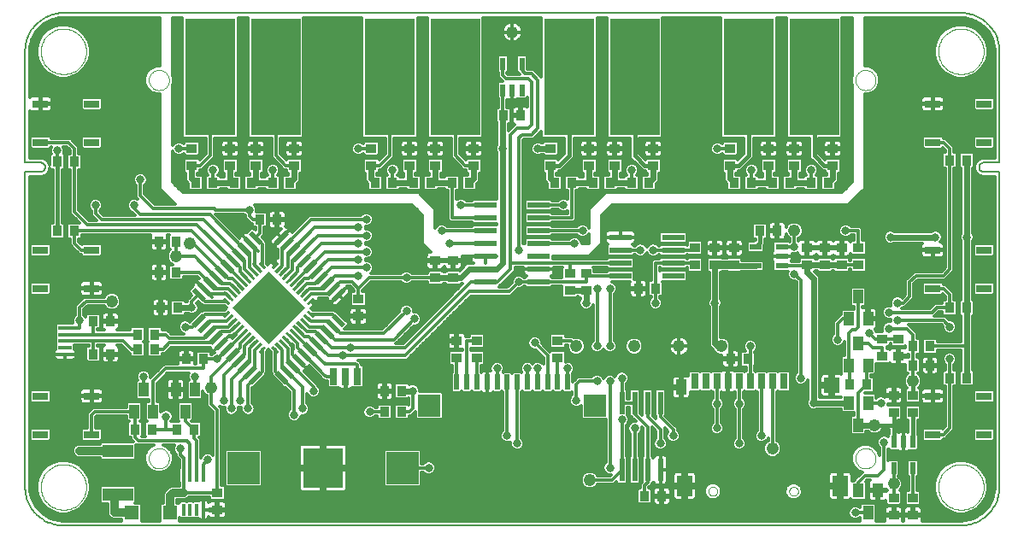
<source format=gtl>
G75*
%MOIN*%
%OFA0B0*%
%FSLAX24Y24*%
%IPPOS*%
%LPD*%
%AMOC8*
5,1,8,0,0,1.08239X$1,22.5*
%
%ADD10C,0.0050*%
%ADD11C,0.0000*%
%ADD12R,0.0276X0.0669*%
%ADD13R,0.0472X0.0217*%
%ADD14R,0.0400X0.0370*%
%ADD15R,0.0217X0.0472*%
%ADD16R,0.0370X0.0400*%
%ADD17R,0.0870X0.0240*%
%ADD18R,0.1969X0.4567*%
%ADD19R,0.0600X0.0300*%
%ADD20R,0.0551X0.0551*%
%ADD21R,0.0531X0.0157*%
%ADD22C,0.0281*%
%ADD23R,0.0610X0.0648*%
%ADD24R,0.0610X0.0591*%
%ADD25C,0.0476*%
%ADD26R,0.1560X0.1560*%
%ADD27R,0.1250X0.1250*%
%ADD28R,0.0236X0.0866*%
%ADD29R,0.0315X0.0118*%
%ADD30R,0.2000X0.2000*%
%ADD31R,0.0300X0.0600*%
%ADD32R,0.0400X0.0600*%
%ADD33R,0.0600X0.0800*%
%ADD34R,0.0600X0.0600*%
%ADD35R,0.0394X0.0551*%
%ADD36R,0.0197X0.0591*%
%ADD37R,0.0866X0.0866*%
%ADD38R,0.0591X0.0197*%
%ADD39R,0.0138X0.0472*%
%ADD40R,0.1200X0.0500*%
%ADD41C,0.0330*%
%ADD42C,0.0120*%
%ADD43C,0.0240*%
%ADD44C,0.0160*%
%ADD45C,0.0320*%
D10*
X017760Y016393D02*
X052760Y016393D01*
X052836Y016395D01*
X052912Y016401D01*
X052987Y016410D01*
X053062Y016424D01*
X053136Y016441D01*
X053209Y016462D01*
X053281Y016486D01*
X053352Y016515D01*
X053421Y016546D01*
X053488Y016581D01*
X053553Y016620D01*
X053617Y016662D01*
X053678Y016707D01*
X053737Y016755D01*
X053793Y016806D01*
X053847Y016860D01*
X053898Y016916D01*
X053946Y016975D01*
X053991Y017036D01*
X054033Y017100D01*
X054072Y017165D01*
X054107Y017232D01*
X054138Y017301D01*
X054167Y017372D01*
X054191Y017444D01*
X054212Y017517D01*
X054229Y017591D01*
X054243Y017666D01*
X054252Y017741D01*
X054258Y017817D01*
X054260Y017893D01*
X054260Y030200D01*
X053649Y030200D01*
X053649Y030201D02*
X053624Y030203D01*
X053599Y030208D01*
X053575Y030217D01*
X053553Y030229D01*
X053533Y030244D01*
X053515Y030262D01*
X053500Y030282D01*
X053488Y030304D01*
X053479Y030328D01*
X053474Y030353D01*
X053472Y030378D01*
X053474Y030403D01*
X053479Y030428D01*
X053488Y030452D01*
X053500Y030474D01*
X053515Y030494D01*
X053533Y030512D01*
X053553Y030527D01*
X053575Y030539D01*
X053599Y030548D01*
X053624Y030553D01*
X053649Y030555D01*
X054260Y030555D01*
X054260Y034893D01*
X054258Y034969D01*
X054252Y035045D01*
X054243Y035120D01*
X054229Y035195D01*
X054212Y035269D01*
X054191Y035342D01*
X054167Y035414D01*
X054138Y035485D01*
X054107Y035554D01*
X054072Y035621D01*
X054033Y035686D01*
X053991Y035750D01*
X053946Y035811D01*
X053898Y035870D01*
X053847Y035926D01*
X053793Y035980D01*
X053737Y036031D01*
X053678Y036079D01*
X053617Y036124D01*
X053553Y036166D01*
X053488Y036205D01*
X053421Y036240D01*
X053352Y036271D01*
X053281Y036300D01*
X053209Y036324D01*
X053136Y036345D01*
X053062Y036362D01*
X052987Y036376D01*
X052912Y036385D01*
X052836Y036391D01*
X052760Y036393D01*
X017760Y036393D01*
X017684Y036391D01*
X017608Y036385D01*
X017533Y036376D01*
X017458Y036362D01*
X017384Y036345D01*
X017311Y036324D01*
X017239Y036300D01*
X017168Y036271D01*
X017099Y036240D01*
X017032Y036205D01*
X016967Y036166D01*
X016903Y036124D01*
X016842Y036079D01*
X016783Y036031D01*
X016727Y035980D01*
X016673Y035926D01*
X016622Y035870D01*
X016574Y035811D01*
X016529Y035750D01*
X016487Y035686D01*
X016448Y035621D01*
X016413Y035554D01*
X016382Y035485D01*
X016353Y035414D01*
X016329Y035342D01*
X016308Y035269D01*
X016291Y035195D01*
X016277Y035120D01*
X016268Y035045D01*
X016262Y034969D01*
X016260Y034893D01*
X016260Y030555D01*
X016870Y030555D01*
X016895Y030553D01*
X016920Y030548D01*
X016944Y030539D01*
X016966Y030527D01*
X016986Y030512D01*
X017004Y030494D01*
X017019Y030474D01*
X017031Y030452D01*
X017040Y030428D01*
X017045Y030403D01*
X017047Y030378D01*
X017045Y030353D01*
X017040Y030328D01*
X017031Y030304D01*
X017019Y030282D01*
X017004Y030262D01*
X016986Y030244D01*
X016966Y030229D01*
X016944Y030217D01*
X016920Y030208D01*
X016895Y030203D01*
X016870Y030201D01*
X016870Y030200D02*
X016260Y030200D01*
X016260Y017893D01*
X016262Y017817D01*
X016268Y017741D01*
X016277Y017666D01*
X016291Y017591D01*
X016308Y017517D01*
X016329Y017444D01*
X016353Y017372D01*
X016382Y017301D01*
X016413Y017232D01*
X016448Y017165D01*
X016487Y017100D01*
X016529Y017036D01*
X016574Y016975D01*
X016622Y016916D01*
X016673Y016860D01*
X016727Y016806D01*
X016783Y016755D01*
X016842Y016707D01*
X016903Y016662D01*
X016967Y016620D01*
X017032Y016581D01*
X017099Y016546D01*
X017168Y016515D01*
X017239Y016486D01*
X017311Y016462D01*
X017384Y016441D01*
X017458Y016424D01*
X017533Y016410D01*
X017608Y016401D01*
X017684Y016395D01*
X017760Y016393D01*
D11*
X016874Y017893D02*
X016876Y017952D01*
X016882Y018011D01*
X016892Y018069D01*
X016905Y018127D01*
X016923Y018184D01*
X016944Y018239D01*
X016969Y018293D01*
X016998Y018345D01*
X017030Y018394D01*
X017065Y018442D01*
X017103Y018487D01*
X017144Y018530D01*
X017188Y018570D01*
X017234Y018606D01*
X017283Y018640D01*
X017334Y018670D01*
X017387Y018697D01*
X017442Y018720D01*
X017497Y018739D01*
X017555Y018755D01*
X017613Y018767D01*
X017671Y018775D01*
X017730Y018779D01*
X017790Y018779D01*
X017849Y018775D01*
X017907Y018767D01*
X017965Y018755D01*
X018023Y018739D01*
X018078Y018720D01*
X018133Y018697D01*
X018186Y018670D01*
X018237Y018640D01*
X018286Y018606D01*
X018332Y018570D01*
X018376Y018530D01*
X018417Y018487D01*
X018455Y018442D01*
X018490Y018394D01*
X018522Y018345D01*
X018551Y018293D01*
X018576Y018239D01*
X018597Y018184D01*
X018615Y018127D01*
X018628Y018069D01*
X018638Y018011D01*
X018644Y017952D01*
X018646Y017893D01*
X018644Y017834D01*
X018638Y017775D01*
X018628Y017717D01*
X018615Y017659D01*
X018597Y017602D01*
X018576Y017547D01*
X018551Y017493D01*
X018522Y017441D01*
X018490Y017392D01*
X018455Y017344D01*
X018417Y017299D01*
X018376Y017256D01*
X018332Y017216D01*
X018286Y017180D01*
X018237Y017146D01*
X018186Y017116D01*
X018133Y017089D01*
X018078Y017066D01*
X018023Y017047D01*
X017965Y017031D01*
X017907Y017019D01*
X017849Y017011D01*
X017790Y017007D01*
X017730Y017007D01*
X017671Y017011D01*
X017613Y017019D01*
X017555Y017031D01*
X017497Y017047D01*
X017442Y017066D01*
X017387Y017089D01*
X017334Y017116D01*
X017283Y017146D01*
X017234Y017180D01*
X017188Y017216D01*
X017144Y017256D01*
X017103Y017299D01*
X017065Y017344D01*
X017030Y017392D01*
X016998Y017441D01*
X016969Y017493D01*
X016944Y017547D01*
X016923Y017602D01*
X016905Y017659D01*
X016892Y017717D01*
X016882Y017775D01*
X016876Y017834D01*
X016874Y017893D01*
X021086Y019011D02*
X021088Y019050D01*
X021094Y019089D01*
X021104Y019127D01*
X021117Y019164D01*
X021134Y019199D01*
X021154Y019233D01*
X021178Y019264D01*
X021205Y019293D01*
X021234Y019319D01*
X021266Y019342D01*
X021300Y019362D01*
X021336Y019378D01*
X021373Y019390D01*
X021412Y019399D01*
X021451Y019404D01*
X021490Y019405D01*
X021529Y019402D01*
X021568Y019395D01*
X021605Y019384D01*
X021642Y019370D01*
X021677Y019352D01*
X021710Y019331D01*
X021741Y019306D01*
X021769Y019279D01*
X021794Y019249D01*
X021816Y019216D01*
X021835Y019182D01*
X021850Y019146D01*
X021862Y019108D01*
X021870Y019070D01*
X021874Y019031D01*
X021874Y018991D01*
X021870Y018952D01*
X021862Y018914D01*
X021850Y018876D01*
X021835Y018840D01*
X021816Y018806D01*
X021794Y018773D01*
X021769Y018743D01*
X021741Y018716D01*
X021710Y018691D01*
X021677Y018670D01*
X021642Y018652D01*
X021605Y018638D01*
X021568Y018627D01*
X021529Y018620D01*
X021490Y018617D01*
X021451Y018618D01*
X021412Y018623D01*
X021373Y018632D01*
X021336Y018644D01*
X021300Y018660D01*
X021266Y018680D01*
X021234Y018703D01*
X021205Y018729D01*
X021178Y018758D01*
X021154Y018789D01*
X021134Y018823D01*
X021117Y018858D01*
X021104Y018895D01*
X021094Y018933D01*
X021088Y018972D01*
X021086Y019011D01*
X021086Y033775D02*
X021088Y033814D01*
X021094Y033853D01*
X021104Y033891D01*
X021117Y033928D01*
X021134Y033963D01*
X021154Y033997D01*
X021178Y034028D01*
X021205Y034057D01*
X021234Y034083D01*
X021266Y034106D01*
X021300Y034126D01*
X021336Y034142D01*
X021373Y034154D01*
X021412Y034163D01*
X021451Y034168D01*
X021490Y034169D01*
X021529Y034166D01*
X021568Y034159D01*
X021605Y034148D01*
X021642Y034134D01*
X021677Y034116D01*
X021710Y034095D01*
X021741Y034070D01*
X021769Y034043D01*
X021794Y034013D01*
X021816Y033980D01*
X021835Y033946D01*
X021850Y033910D01*
X021862Y033872D01*
X021870Y033834D01*
X021874Y033795D01*
X021874Y033755D01*
X021870Y033716D01*
X021862Y033678D01*
X021850Y033640D01*
X021835Y033604D01*
X021816Y033570D01*
X021794Y033537D01*
X021769Y033507D01*
X021741Y033480D01*
X021710Y033455D01*
X021677Y033434D01*
X021642Y033416D01*
X021605Y033402D01*
X021568Y033391D01*
X021529Y033384D01*
X021490Y033381D01*
X021451Y033382D01*
X021412Y033387D01*
X021373Y033396D01*
X021336Y033408D01*
X021300Y033424D01*
X021266Y033444D01*
X021234Y033467D01*
X021205Y033493D01*
X021178Y033522D01*
X021154Y033553D01*
X021134Y033587D01*
X021117Y033622D01*
X021104Y033659D01*
X021094Y033697D01*
X021088Y033736D01*
X021086Y033775D01*
X016874Y034893D02*
X016876Y034952D01*
X016882Y035011D01*
X016892Y035069D01*
X016905Y035127D01*
X016923Y035184D01*
X016944Y035239D01*
X016969Y035293D01*
X016998Y035345D01*
X017030Y035394D01*
X017065Y035442D01*
X017103Y035487D01*
X017144Y035530D01*
X017188Y035570D01*
X017234Y035606D01*
X017283Y035640D01*
X017334Y035670D01*
X017387Y035697D01*
X017442Y035720D01*
X017497Y035739D01*
X017555Y035755D01*
X017613Y035767D01*
X017671Y035775D01*
X017730Y035779D01*
X017790Y035779D01*
X017849Y035775D01*
X017907Y035767D01*
X017965Y035755D01*
X018023Y035739D01*
X018078Y035720D01*
X018133Y035697D01*
X018186Y035670D01*
X018237Y035640D01*
X018286Y035606D01*
X018332Y035570D01*
X018376Y035530D01*
X018417Y035487D01*
X018455Y035442D01*
X018490Y035394D01*
X018522Y035345D01*
X018551Y035293D01*
X018576Y035239D01*
X018597Y035184D01*
X018615Y035127D01*
X018628Y035069D01*
X018638Y035011D01*
X018644Y034952D01*
X018646Y034893D01*
X018644Y034834D01*
X018638Y034775D01*
X018628Y034717D01*
X018615Y034659D01*
X018597Y034602D01*
X018576Y034547D01*
X018551Y034493D01*
X018522Y034441D01*
X018490Y034392D01*
X018455Y034344D01*
X018417Y034299D01*
X018376Y034256D01*
X018332Y034216D01*
X018286Y034180D01*
X018237Y034146D01*
X018186Y034116D01*
X018133Y034089D01*
X018078Y034066D01*
X018023Y034047D01*
X017965Y034031D01*
X017907Y034019D01*
X017849Y034011D01*
X017790Y034007D01*
X017730Y034007D01*
X017671Y034011D01*
X017613Y034019D01*
X017555Y034031D01*
X017497Y034047D01*
X017442Y034066D01*
X017387Y034089D01*
X017334Y034116D01*
X017283Y034146D01*
X017234Y034180D01*
X017188Y034216D01*
X017144Y034256D01*
X017103Y034299D01*
X017065Y034344D01*
X017030Y034392D01*
X016998Y034441D01*
X016969Y034493D01*
X016944Y034547D01*
X016923Y034602D01*
X016905Y034659D01*
X016892Y034717D01*
X016882Y034775D01*
X016876Y034834D01*
X016874Y034893D01*
X042911Y017729D02*
X042913Y017755D01*
X042919Y017781D01*
X042928Y017805D01*
X042941Y017828D01*
X042958Y017848D01*
X042977Y017866D01*
X042999Y017881D01*
X043022Y017892D01*
X043047Y017900D01*
X043073Y017904D01*
X043099Y017904D01*
X043125Y017900D01*
X043150Y017892D01*
X043174Y017881D01*
X043195Y017866D01*
X043214Y017848D01*
X043231Y017828D01*
X043244Y017805D01*
X043253Y017781D01*
X043259Y017755D01*
X043261Y017729D01*
X043259Y017703D01*
X043253Y017677D01*
X043244Y017653D01*
X043231Y017630D01*
X043214Y017610D01*
X043195Y017592D01*
X043173Y017577D01*
X043150Y017566D01*
X043125Y017558D01*
X043099Y017554D01*
X043073Y017554D01*
X043047Y017558D01*
X043022Y017566D01*
X042998Y017577D01*
X042977Y017592D01*
X042958Y017610D01*
X042941Y017630D01*
X042928Y017653D01*
X042919Y017677D01*
X042913Y017703D01*
X042911Y017729D01*
X046060Y017729D02*
X046062Y017755D01*
X046068Y017781D01*
X046077Y017805D01*
X046090Y017828D01*
X046107Y017848D01*
X046126Y017866D01*
X046148Y017881D01*
X046171Y017892D01*
X046196Y017900D01*
X046222Y017904D01*
X046248Y017904D01*
X046274Y017900D01*
X046299Y017892D01*
X046323Y017881D01*
X046344Y017866D01*
X046363Y017848D01*
X046380Y017828D01*
X046393Y017805D01*
X046402Y017781D01*
X046408Y017755D01*
X046410Y017729D01*
X046408Y017703D01*
X046402Y017677D01*
X046393Y017653D01*
X046380Y017630D01*
X046363Y017610D01*
X046344Y017592D01*
X046322Y017577D01*
X046299Y017566D01*
X046274Y017558D01*
X046248Y017554D01*
X046222Y017554D01*
X046196Y017558D01*
X046171Y017566D01*
X046147Y017577D01*
X046126Y017592D01*
X046107Y017610D01*
X046090Y017630D01*
X046077Y017653D01*
X046068Y017677D01*
X046062Y017703D01*
X046060Y017729D01*
X048645Y019011D02*
X048647Y019050D01*
X048653Y019089D01*
X048663Y019127D01*
X048676Y019164D01*
X048693Y019199D01*
X048713Y019233D01*
X048737Y019264D01*
X048764Y019293D01*
X048793Y019319D01*
X048825Y019342D01*
X048859Y019362D01*
X048895Y019378D01*
X048932Y019390D01*
X048971Y019399D01*
X049010Y019404D01*
X049049Y019405D01*
X049088Y019402D01*
X049127Y019395D01*
X049164Y019384D01*
X049201Y019370D01*
X049236Y019352D01*
X049269Y019331D01*
X049300Y019306D01*
X049328Y019279D01*
X049353Y019249D01*
X049375Y019216D01*
X049394Y019182D01*
X049409Y019146D01*
X049421Y019108D01*
X049429Y019070D01*
X049433Y019031D01*
X049433Y018991D01*
X049429Y018952D01*
X049421Y018914D01*
X049409Y018876D01*
X049394Y018840D01*
X049375Y018806D01*
X049353Y018773D01*
X049328Y018743D01*
X049300Y018716D01*
X049269Y018691D01*
X049236Y018670D01*
X049201Y018652D01*
X049164Y018638D01*
X049127Y018627D01*
X049088Y018620D01*
X049049Y018617D01*
X049010Y018618D01*
X048971Y018623D01*
X048932Y018632D01*
X048895Y018644D01*
X048859Y018660D01*
X048825Y018680D01*
X048793Y018703D01*
X048764Y018729D01*
X048737Y018758D01*
X048713Y018789D01*
X048693Y018823D01*
X048676Y018858D01*
X048663Y018895D01*
X048653Y018933D01*
X048647Y018972D01*
X048645Y019011D01*
X051874Y017893D02*
X051876Y017952D01*
X051882Y018011D01*
X051892Y018069D01*
X051905Y018127D01*
X051923Y018184D01*
X051944Y018239D01*
X051969Y018293D01*
X051998Y018345D01*
X052030Y018394D01*
X052065Y018442D01*
X052103Y018487D01*
X052144Y018530D01*
X052188Y018570D01*
X052234Y018606D01*
X052283Y018640D01*
X052334Y018670D01*
X052387Y018697D01*
X052442Y018720D01*
X052497Y018739D01*
X052555Y018755D01*
X052613Y018767D01*
X052671Y018775D01*
X052730Y018779D01*
X052790Y018779D01*
X052849Y018775D01*
X052907Y018767D01*
X052965Y018755D01*
X053023Y018739D01*
X053078Y018720D01*
X053133Y018697D01*
X053186Y018670D01*
X053237Y018640D01*
X053286Y018606D01*
X053332Y018570D01*
X053376Y018530D01*
X053417Y018487D01*
X053455Y018442D01*
X053490Y018394D01*
X053522Y018345D01*
X053551Y018293D01*
X053576Y018239D01*
X053597Y018184D01*
X053615Y018127D01*
X053628Y018069D01*
X053638Y018011D01*
X053644Y017952D01*
X053646Y017893D01*
X053644Y017834D01*
X053638Y017775D01*
X053628Y017717D01*
X053615Y017659D01*
X053597Y017602D01*
X053576Y017547D01*
X053551Y017493D01*
X053522Y017441D01*
X053490Y017392D01*
X053455Y017344D01*
X053417Y017299D01*
X053376Y017256D01*
X053332Y017216D01*
X053286Y017180D01*
X053237Y017146D01*
X053186Y017116D01*
X053133Y017089D01*
X053078Y017066D01*
X053023Y017047D01*
X052965Y017031D01*
X052907Y017019D01*
X052849Y017011D01*
X052790Y017007D01*
X052730Y017007D01*
X052671Y017011D01*
X052613Y017019D01*
X052555Y017031D01*
X052497Y017047D01*
X052442Y017066D01*
X052387Y017089D01*
X052334Y017116D01*
X052283Y017146D01*
X052234Y017180D01*
X052188Y017216D01*
X052144Y017256D01*
X052103Y017299D01*
X052065Y017344D01*
X052030Y017392D01*
X051998Y017441D01*
X051969Y017493D01*
X051944Y017547D01*
X051923Y017602D01*
X051905Y017659D01*
X051892Y017717D01*
X051882Y017775D01*
X051876Y017834D01*
X051874Y017893D01*
X048645Y033775D02*
X048647Y033814D01*
X048653Y033853D01*
X048663Y033891D01*
X048676Y033928D01*
X048693Y033963D01*
X048713Y033997D01*
X048737Y034028D01*
X048764Y034057D01*
X048793Y034083D01*
X048825Y034106D01*
X048859Y034126D01*
X048895Y034142D01*
X048932Y034154D01*
X048971Y034163D01*
X049010Y034168D01*
X049049Y034169D01*
X049088Y034166D01*
X049127Y034159D01*
X049164Y034148D01*
X049201Y034134D01*
X049236Y034116D01*
X049269Y034095D01*
X049300Y034070D01*
X049328Y034043D01*
X049353Y034013D01*
X049375Y033980D01*
X049394Y033946D01*
X049409Y033910D01*
X049421Y033872D01*
X049429Y033834D01*
X049433Y033795D01*
X049433Y033755D01*
X049429Y033716D01*
X049421Y033678D01*
X049409Y033640D01*
X049394Y033604D01*
X049375Y033570D01*
X049353Y033537D01*
X049328Y033507D01*
X049300Y033480D01*
X049269Y033455D01*
X049236Y033434D01*
X049201Y033416D01*
X049164Y033402D01*
X049127Y033391D01*
X049088Y033384D01*
X049049Y033381D01*
X049010Y033382D01*
X048971Y033387D01*
X048932Y033396D01*
X048895Y033408D01*
X048859Y033424D01*
X048825Y033444D01*
X048793Y033467D01*
X048764Y033493D01*
X048737Y033522D01*
X048713Y033553D01*
X048693Y033587D01*
X048676Y033622D01*
X048663Y033659D01*
X048653Y033697D01*
X048647Y033736D01*
X048645Y033775D01*
X051874Y034893D02*
X051876Y034952D01*
X051882Y035011D01*
X051892Y035069D01*
X051905Y035127D01*
X051923Y035184D01*
X051944Y035239D01*
X051969Y035293D01*
X051998Y035345D01*
X052030Y035394D01*
X052065Y035442D01*
X052103Y035487D01*
X052144Y035530D01*
X052188Y035570D01*
X052234Y035606D01*
X052283Y035640D01*
X052334Y035670D01*
X052387Y035697D01*
X052442Y035720D01*
X052497Y035739D01*
X052555Y035755D01*
X052613Y035767D01*
X052671Y035775D01*
X052730Y035779D01*
X052790Y035779D01*
X052849Y035775D01*
X052907Y035767D01*
X052965Y035755D01*
X053023Y035739D01*
X053078Y035720D01*
X053133Y035697D01*
X053186Y035670D01*
X053237Y035640D01*
X053286Y035606D01*
X053332Y035570D01*
X053376Y035530D01*
X053417Y035487D01*
X053455Y035442D01*
X053490Y035394D01*
X053522Y035345D01*
X053551Y035293D01*
X053576Y035239D01*
X053597Y035184D01*
X053615Y035127D01*
X053628Y035069D01*
X053638Y035011D01*
X053644Y034952D01*
X053646Y034893D01*
X053644Y034834D01*
X053638Y034775D01*
X053628Y034717D01*
X053615Y034659D01*
X053597Y034602D01*
X053576Y034547D01*
X053551Y034493D01*
X053522Y034441D01*
X053490Y034392D01*
X053455Y034344D01*
X053417Y034299D01*
X053376Y034256D01*
X053332Y034216D01*
X053286Y034180D01*
X053237Y034146D01*
X053186Y034116D01*
X053133Y034089D01*
X053078Y034066D01*
X053023Y034047D01*
X052965Y034031D01*
X052907Y034019D01*
X052849Y034011D01*
X052790Y034007D01*
X052730Y034007D01*
X052671Y034011D01*
X052613Y034019D01*
X052555Y034031D01*
X052497Y034047D01*
X052442Y034066D01*
X052387Y034089D01*
X052334Y034116D01*
X052283Y034146D01*
X052234Y034180D01*
X052188Y034216D01*
X052144Y034256D01*
X052103Y034299D01*
X052065Y034344D01*
X052030Y034392D01*
X051998Y034441D01*
X051969Y034493D01*
X051944Y034547D01*
X051923Y034602D01*
X051905Y034659D01*
X051892Y034717D01*
X051882Y034775D01*
X051876Y034834D01*
X051874Y034893D01*
D12*
X029232Y022206D03*
X028760Y022206D03*
X028287Y022206D03*
D13*
X044748Y026519D03*
X044748Y027267D03*
X045771Y027267D03*
X045771Y026893D03*
X045771Y026519D03*
D14*
X046760Y026559D03*
X047447Y026559D03*
X048103Y026559D03*
X048760Y026559D03*
X048760Y027228D03*
X048103Y027228D03*
X047447Y027228D03*
X046760Y027228D03*
X043916Y027228D03*
X043166Y027228D03*
X043166Y026559D03*
X043916Y026559D03*
X042385Y026559D03*
X042385Y027228D03*
X043760Y030434D03*
X043760Y031103D03*
X045260Y031103D03*
X045260Y030434D03*
X046260Y030434D03*
X046260Y031103D03*
X047760Y031103D03*
X047760Y030434D03*
X040760Y030434D03*
X040760Y031103D03*
X039260Y031103D03*
X038260Y031103D03*
X038260Y030434D03*
X039260Y030434D03*
X036760Y030434D03*
X036760Y031103D03*
X033760Y031103D03*
X033760Y030434D03*
X032260Y030434D03*
X032260Y031103D03*
X031260Y031103D03*
X031260Y030434D03*
X029760Y030434D03*
X029760Y031103D03*
X026760Y031103D03*
X026760Y030434D03*
X025260Y030434D03*
X024260Y030434D03*
X024260Y031103D03*
X025260Y031103D03*
X022760Y031103D03*
X022760Y030434D03*
X029260Y025228D03*
X029260Y024559D03*
X032260Y026059D03*
X032960Y026059D03*
X032960Y026728D03*
X032260Y026728D03*
X033094Y023603D03*
X033882Y023603D03*
X033882Y022934D03*
X033094Y022934D03*
X037031Y022934D03*
X037031Y023603D03*
X037510Y025559D03*
X038135Y025559D03*
X038135Y026228D03*
X037510Y026228D03*
X049697Y023665D03*
X050322Y023665D03*
X050322Y022996D03*
X049697Y022996D03*
X050135Y021478D03*
X050884Y021478D03*
X050884Y020809D03*
X050135Y020809D03*
X050135Y017478D03*
X050885Y017478D03*
X050885Y016809D03*
X050135Y016809D03*
X023760Y017007D03*
X023760Y017677D03*
D15*
X034885Y033381D03*
X035260Y033381D03*
X035634Y033381D03*
X035634Y034405D03*
X034885Y034405D03*
X050135Y019655D03*
X050510Y019655D03*
X050884Y019655D03*
X050884Y018631D03*
X050135Y018631D03*
D16*
X049094Y021893D03*
X048425Y021893D03*
X050884Y022643D03*
X051553Y022643D03*
X052325Y022143D03*
X052994Y022143D03*
X051553Y023393D03*
X050884Y023393D03*
X052325Y024893D03*
X052994Y024893D03*
X047594Y029768D03*
X046925Y029768D03*
X046094Y029768D03*
X045425Y029768D03*
X044594Y029768D03*
X043925Y029768D03*
X044925Y027893D03*
X045594Y027893D03*
X040844Y025643D03*
X040175Y025643D03*
X043775Y022893D03*
X044444Y022893D03*
X041094Y017543D03*
X040425Y017543D03*
X030957Y020831D03*
X030287Y020831D03*
X030287Y021643D03*
X030957Y021643D03*
X023219Y022893D03*
X022550Y022893D03*
X021313Y023275D03*
X021313Y023849D03*
X020644Y023849D03*
X020644Y023275D03*
X019594Y023081D03*
X018925Y023081D03*
X018925Y024361D03*
X019594Y024361D03*
X021550Y024893D03*
X022219Y024893D03*
X022157Y026268D03*
X021487Y026268D03*
X021487Y027456D03*
X022157Y027456D03*
X022925Y029768D03*
X023594Y029768D03*
X024425Y029768D03*
X025094Y029768D03*
X025925Y029768D03*
X026594Y029768D03*
X026094Y028331D03*
X025425Y028331D03*
X029925Y029768D03*
X030594Y029768D03*
X031425Y029768D03*
X032094Y029768D03*
X032925Y029768D03*
X033594Y029768D03*
X036925Y029768D03*
X037594Y029768D03*
X038425Y029768D03*
X039094Y029768D03*
X039925Y029768D03*
X040594Y029768D03*
X035594Y032393D03*
X034925Y032393D03*
X018194Y030593D03*
X017525Y030593D03*
X017525Y027893D03*
X018194Y027893D03*
X020550Y020143D03*
X021219Y020143D03*
X022175Y020143D03*
X022844Y020143D03*
X052325Y030643D03*
X052994Y030643D03*
D17*
X041540Y027643D03*
X041540Y027143D03*
X041540Y026643D03*
X041540Y026143D03*
X039480Y026143D03*
X039480Y026643D03*
X039480Y027143D03*
X039480Y027643D03*
X036290Y027393D03*
X036290Y026893D03*
X036290Y026393D03*
X036290Y025893D03*
X034230Y025893D03*
X034230Y026393D03*
X034230Y026893D03*
X034230Y027393D03*
X034230Y027893D03*
X034230Y028393D03*
X034230Y028893D03*
X036290Y028893D03*
X036290Y028393D03*
X036290Y027893D03*
D18*
X037480Y033893D03*
X040039Y033893D03*
X044480Y033893D03*
X047039Y033893D03*
X033039Y033893D03*
X030480Y033893D03*
X026039Y033893D03*
X023480Y033893D03*
D19*
X018860Y032843D03*
X016860Y032843D03*
X016860Y031343D03*
X018860Y031343D03*
X018860Y027143D03*
X016860Y027143D03*
X016860Y025643D03*
X018860Y025643D03*
X018860Y021443D03*
X016860Y021443D03*
X016860Y019943D03*
X018860Y019943D03*
X051660Y019943D03*
X051660Y021443D03*
X053660Y021443D03*
X053660Y019943D03*
X053660Y025643D03*
X053660Y027143D03*
X051660Y027143D03*
X051660Y025643D03*
X051660Y031343D03*
X051660Y032843D03*
X053660Y032843D03*
X053660Y031343D03*
D20*
X021914Y016893D03*
X020418Y016893D03*
D21*
X017823Y023081D03*
X017823Y023337D03*
X017823Y023593D03*
X017823Y023849D03*
X017823Y024105D03*
D22*
X017776Y024472D02*
X017776Y024684D01*
X017870Y024684D01*
X017870Y024472D01*
X017776Y024472D01*
X017776Y022715D02*
X017776Y022503D01*
X017776Y022715D02*
X017870Y022715D01*
X017870Y022503D01*
X017776Y022503D01*
D23*
X016760Y022364D03*
X016760Y024823D03*
D24*
X016760Y023987D03*
X016760Y023200D03*
D25*
X019646Y025143D03*
X022157Y026893D03*
X022697Y027393D03*
X023510Y021768D03*
X037760Y023393D03*
X040010Y023393D03*
X041760Y023393D03*
X043416Y023393D03*
X045409Y019393D03*
X049385Y020309D03*
X050884Y022043D03*
X050135Y018018D03*
X038285Y018168D03*
X046260Y027893D03*
X035260Y035643D03*
D26*
X027885Y018643D03*
D27*
X030985Y018643D03*
X024785Y018643D03*
D28*
X039535Y018557D03*
X040035Y018557D03*
X040535Y018557D03*
X041035Y018557D03*
X041035Y021179D03*
X040535Y021179D03*
X040035Y021179D03*
X039535Y021179D03*
D29*
G36*
X027333Y024795D02*
X027554Y024574D01*
X027471Y024491D01*
X027250Y024712D01*
X027333Y024795D01*
G37*
G36*
X027194Y024656D02*
X027415Y024435D01*
X027332Y024352D01*
X027111Y024573D01*
X027194Y024656D01*
G37*
G36*
X027055Y024516D02*
X027276Y024295D01*
X027193Y024212D01*
X026972Y024433D01*
X027055Y024516D01*
G37*
G36*
X026915Y024377D02*
X027136Y024156D01*
X027053Y024073D01*
X026832Y024294D01*
X026915Y024377D01*
G37*
G36*
X026776Y024238D02*
X026997Y024017D01*
X026914Y023934D01*
X026693Y024155D01*
X026776Y024238D01*
G37*
G36*
X026775Y023795D02*
X026554Y024016D01*
X026637Y024099D01*
X026858Y023878D01*
X026775Y023795D01*
G37*
G36*
X026636Y023656D02*
X026415Y023877D01*
X026498Y023960D01*
X026719Y023739D01*
X026636Y023656D01*
G37*
G36*
X026497Y023516D02*
X026276Y023737D01*
X026359Y023820D01*
X026580Y023599D01*
X026497Y023516D01*
G37*
G36*
X026357Y023377D02*
X026136Y023598D01*
X026219Y023681D01*
X026440Y023460D01*
X026357Y023377D01*
G37*
G36*
X026218Y023238D02*
X025997Y023459D01*
X026080Y023542D01*
X026301Y023321D01*
X026218Y023238D01*
G37*
G36*
X026079Y023099D02*
X025858Y023320D01*
X025941Y023403D01*
X026162Y023182D01*
X026079Y023099D01*
G37*
G36*
X025661Y023320D02*
X025440Y023099D01*
X025357Y023182D01*
X025578Y023403D01*
X025661Y023320D01*
G37*
G36*
X025522Y023459D02*
X025301Y023238D01*
X025218Y023321D01*
X025439Y023542D01*
X025522Y023459D01*
G37*
G36*
X025383Y023598D02*
X025162Y023377D01*
X025079Y023460D01*
X025300Y023681D01*
X025383Y023598D01*
G37*
G36*
X025243Y023737D02*
X025022Y023516D01*
X024939Y023599D01*
X025160Y023820D01*
X025243Y023737D01*
G37*
G36*
X025104Y023877D02*
X024883Y023656D01*
X024800Y023739D01*
X025021Y023960D01*
X025104Y023877D01*
G37*
G36*
X024661Y023878D02*
X024882Y024099D01*
X024965Y024016D01*
X024744Y023795D01*
X024661Y023878D01*
G37*
G36*
X024522Y024017D02*
X024743Y024238D01*
X024826Y024155D01*
X024605Y023934D01*
X024522Y024017D01*
G37*
G36*
X024383Y024156D02*
X024604Y024377D01*
X024687Y024294D01*
X024466Y024073D01*
X024383Y024156D01*
G37*
G36*
X024243Y024295D02*
X024464Y024516D01*
X024547Y024433D01*
X024326Y024212D01*
X024243Y024295D01*
G37*
G36*
X024104Y024435D02*
X024325Y024656D01*
X024408Y024573D01*
X024187Y024352D01*
X024104Y024435D01*
G37*
G36*
X023965Y024574D02*
X024186Y024795D01*
X024269Y024712D01*
X024048Y024491D01*
X023965Y024574D01*
G37*
G36*
X024186Y024992D02*
X023965Y025213D01*
X024048Y025296D01*
X024269Y025075D01*
X024186Y024992D01*
G37*
G36*
X024325Y025131D02*
X024104Y025352D01*
X024187Y025435D01*
X024408Y025214D01*
X024325Y025131D01*
G37*
G36*
X024464Y025270D02*
X024243Y025491D01*
X024326Y025574D01*
X024547Y025353D01*
X024464Y025270D01*
G37*
G36*
X024604Y025409D02*
X024383Y025630D01*
X024466Y025713D01*
X024687Y025492D01*
X024604Y025409D01*
G37*
G36*
X024743Y025549D02*
X024522Y025770D01*
X024605Y025853D01*
X024826Y025632D01*
X024743Y025549D01*
G37*
G36*
X024744Y025992D02*
X024965Y025771D01*
X024882Y025688D01*
X024661Y025909D01*
X024744Y025992D01*
G37*
G36*
X024883Y026131D02*
X025104Y025910D01*
X025021Y025827D01*
X024800Y026048D01*
X024883Y026131D01*
G37*
G36*
X025022Y026270D02*
X025243Y026049D01*
X025160Y025966D01*
X024939Y026187D01*
X025022Y026270D01*
G37*
G36*
X025162Y026409D02*
X025383Y026188D01*
X025300Y026105D01*
X025079Y026326D01*
X025162Y026409D01*
G37*
G36*
X025301Y026549D02*
X025522Y026328D01*
X025439Y026245D01*
X025218Y026466D01*
X025301Y026549D01*
G37*
G36*
X025440Y026688D02*
X025661Y026467D01*
X025578Y026384D01*
X025357Y026605D01*
X025440Y026688D01*
G37*
G36*
X025858Y026467D02*
X026079Y026688D01*
X026162Y026605D01*
X025941Y026384D01*
X025858Y026467D01*
G37*
G36*
X025997Y026328D02*
X026218Y026549D01*
X026301Y026466D01*
X026080Y026245D01*
X025997Y026328D01*
G37*
G36*
X026136Y026188D02*
X026357Y026409D01*
X026440Y026326D01*
X026219Y026105D01*
X026136Y026188D01*
G37*
G36*
X026276Y026049D02*
X026497Y026270D01*
X026580Y026187D01*
X026359Y025966D01*
X026276Y026049D01*
G37*
G36*
X026415Y025910D02*
X026636Y026131D01*
X026719Y026048D01*
X026498Y025827D01*
X026415Y025910D01*
G37*
G36*
X026858Y025909D02*
X026637Y025688D01*
X026554Y025771D01*
X026775Y025992D01*
X026858Y025909D01*
G37*
G36*
X026997Y025770D02*
X026776Y025549D01*
X026693Y025632D01*
X026914Y025853D01*
X026997Y025770D01*
G37*
G36*
X027136Y025630D02*
X026915Y025409D01*
X026832Y025492D01*
X027053Y025713D01*
X027136Y025630D01*
G37*
G36*
X027276Y025491D02*
X027055Y025270D01*
X026972Y025353D01*
X027193Y025574D01*
X027276Y025491D01*
G37*
G36*
X027415Y025352D02*
X027194Y025131D01*
X027111Y025214D01*
X027332Y025435D01*
X027415Y025352D01*
G37*
G36*
X027554Y025213D02*
X027333Y024992D01*
X027250Y025075D01*
X027471Y025296D01*
X027554Y025213D01*
G37*
D30*
G36*
X027174Y024893D02*
X025760Y023479D01*
X024346Y024893D01*
X025760Y026307D01*
X027174Y024893D01*
G37*
D31*
X042377Y022020D03*
X042810Y022020D03*
X043243Y022020D03*
X043676Y022020D03*
X044110Y022020D03*
X044543Y022020D03*
X044976Y022020D03*
X045409Y022020D03*
X045842Y022020D03*
D32*
X041847Y021784D03*
D33*
X041984Y017937D03*
X048047Y017937D03*
D34*
X047724Y021866D03*
D35*
X048385Y022648D03*
X049134Y022648D03*
X048760Y023514D03*
X049134Y024460D03*
X048385Y024460D03*
X048760Y025326D03*
X049134Y021175D03*
X048385Y021175D03*
X048760Y020309D03*
X048760Y017759D03*
X049509Y017759D03*
X049135Y016893D03*
X022884Y021701D03*
X022135Y021701D03*
X022510Y020835D03*
X021259Y020835D03*
X020510Y020835D03*
X020885Y021701D03*
D36*
G36*
X023308Y025255D02*
X023170Y025117D01*
X022754Y025533D01*
X022892Y025671D01*
X023308Y025255D01*
G37*
G36*
X023531Y025478D02*
X023393Y025340D01*
X022977Y025756D01*
X023115Y025894D01*
X023531Y025478D01*
G37*
G36*
X023754Y025701D02*
X023616Y025563D01*
X023200Y025979D01*
X023338Y026117D01*
X023754Y025701D01*
G37*
G36*
X023976Y025924D02*
X023838Y025786D01*
X023422Y026202D01*
X023560Y026340D01*
X023976Y025924D01*
G37*
G36*
X024199Y026146D02*
X024061Y026008D01*
X023645Y026424D01*
X023783Y026562D01*
X024199Y026146D01*
G37*
G36*
X024422Y026369D02*
X024284Y026231D01*
X023868Y026647D01*
X024006Y026785D01*
X024422Y026369D01*
G37*
G36*
X024645Y026592D02*
X024507Y026454D01*
X024091Y026870D01*
X024229Y027008D01*
X024645Y026592D01*
G37*
G36*
X024867Y026814D02*
X024729Y026676D01*
X024313Y027092D01*
X024451Y027230D01*
X024867Y026814D01*
G37*
G36*
X025090Y027037D02*
X024952Y026899D01*
X024536Y027315D01*
X024674Y027453D01*
X025090Y027037D01*
G37*
G36*
X025313Y027260D02*
X025175Y027122D01*
X024759Y027538D01*
X024897Y027676D01*
X025313Y027260D01*
G37*
G36*
X025535Y027483D02*
X025397Y027345D01*
X024981Y027761D01*
X025119Y027899D01*
X025535Y027483D01*
G37*
G36*
X028765Y024253D02*
X028627Y024115D01*
X028211Y024531D01*
X028349Y024669D01*
X028765Y024253D01*
G37*
G36*
X028542Y024030D02*
X028404Y023892D01*
X027988Y024308D01*
X028126Y024446D01*
X028542Y024030D01*
G37*
G36*
X028319Y023808D02*
X028181Y023670D01*
X027765Y024086D01*
X027903Y024224D01*
X028319Y023808D01*
G37*
G36*
X028097Y023585D02*
X027959Y023447D01*
X027543Y023863D01*
X027681Y024001D01*
X028097Y023585D01*
G37*
G36*
X027874Y023362D02*
X027736Y023224D01*
X027320Y023640D01*
X027458Y023778D01*
X027874Y023362D01*
G37*
G36*
X027651Y023140D02*
X027513Y023002D01*
X027097Y023418D01*
X027235Y023556D01*
X027651Y023140D01*
G37*
G36*
X027428Y022917D02*
X027290Y022779D01*
X026874Y023195D01*
X027012Y023333D01*
X027428Y022917D01*
G37*
G36*
X027206Y022694D02*
X027068Y022556D01*
X026652Y022972D01*
X026790Y023110D01*
X027206Y022694D01*
G37*
G36*
X026983Y022472D02*
X026845Y022334D01*
X026429Y022750D01*
X026567Y022888D01*
X026983Y022472D01*
G37*
G36*
X026760Y022249D02*
X026622Y022111D01*
X026206Y022527D01*
X026344Y022665D01*
X026760Y022249D01*
G37*
G36*
X026538Y022026D02*
X026400Y021888D01*
X025984Y022304D01*
X026122Y022442D01*
X026538Y022026D01*
G37*
X033094Y021985D03*
X033488Y021985D03*
X033882Y021985D03*
X034275Y021985D03*
X034669Y021985D03*
X035063Y021985D03*
X035456Y021985D03*
X035850Y021985D03*
X036244Y021985D03*
X036637Y021985D03*
X037031Y021985D03*
X037425Y021985D03*
D37*
X038488Y021080D03*
X032031Y021080D03*
D38*
G36*
X028765Y025533D02*
X028349Y025117D01*
X028211Y025255D01*
X028627Y025671D01*
X028765Y025533D01*
G37*
G36*
X028542Y025756D02*
X028126Y025340D01*
X027988Y025478D01*
X028404Y025894D01*
X028542Y025756D01*
G37*
G36*
X028319Y025979D02*
X027903Y025563D01*
X027765Y025701D01*
X028181Y026117D01*
X028319Y025979D01*
G37*
G36*
X028097Y026202D02*
X027681Y025786D01*
X027543Y025924D01*
X027959Y026340D01*
X028097Y026202D01*
G37*
G36*
X027874Y026424D02*
X027458Y026008D01*
X027320Y026146D01*
X027736Y026562D01*
X027874Y026424D01*
G37*
G36*
X027651Y026647D02*
X027235Y026231D01*
X027097Y026369D01*
X027513Y026785D01*
X027651Y026647D01*
G37*
G36*
X027428Y026870D02*
X027012Y026454D01*
X026874Y026592D01*
X027290Y027008D01*
X027428Y026870D01*
G37*
G36*
X027206Y027092D02*
X026790Y026676D01*
X026652Y026814D01*
X027068Y027230D01*
X027206Y027092D01*
G37*
G36*
X026983Y027315D02*
X026567Y026899D01*
X026429Y027037D01*
X026845Y027453D01*
X026983Y027315D01*
G37*
G36*
X026760Y027538D02*
X026344Y027122D01*
X026206Y027260D01*
X026622Y027676D01*
X026760Y027538D01*
G37*
G36*
X026538Y027761D02*
X026122Y027345D01*
X025984Y027483D01*
X026400Y027899D01*
X026538Y027761D01*
G37*
G36*
X023308Y024531D02*
X022892Y024115D01*
X022754Y024253D01*
X023170Y024669D01*
X023308Y024531D01*
G37*
G36*
X023531Y024308D02*
X023115Y023892D01*
X022977Y024030D01*
X023393Y024446D01*
X023531Y024308D01*
G37*
G36*
X023754Y024086D02*
X023338Y023670D01*
X023200Y023808D01*
X023616Y024224D01*
X023754Y024086D01*
G37*
G36*
X023976Y023863D02*
X023560Y023447D01*
X023422Y023585D01*
X023838Y024001D01*
X023976Y023863D01*
G37*
G36*
X024199Y023640D02*
X023783Y023224D01*
X023645Y023362D01*
X024061Y023778D01*
X024199Y023640D01*
G37*
G36*
X024422Y023418D02*
X024006Y023002D01*
X023868Y023140D01*
X024284Y023556D01*
X024422Y023418D01*
G37*
G36*
X024645Y023195D02*
X024229Y022779D01*
X024091Y022917D01*
X024507Y023333D01*
X024645Y023195D01*
G37*
G36*
X024867Y022972D02*
X024451Y022556D01*
X024313Y022694D01*
X024729Y023110D01*
X024867Y022972D01*
G37*
G36*
X025090Y022750D02*
X024674Y022334D01*
X024536Y022472D01*
X024952Y022888D01*
X025090Y022750D01*
G37*
G36*
X025313Y022527D02*
X024897Y022111D01*
X024759Y022249D01*
X025175Y022665D01*
X025313Y022527D01*
G37*
G36*
X025535Y022304D02*
X025119Y021888D01*
X024981Y022026D01*
X025397Y022442D01*
X025535Y022304D01*
G37*
D39*
X023206Y018346D03*
X022950Y018346D03*
X022694Y018346D03*
X022438Y018346D03*
X022438Y017007D03*
X022694Y017007D03*
X022950Y017007D03*
X023206Y017007D03*
D40*
X019885Y017606D03*
X019885Y019306D03*
D41*
X019510Y020393D03*
X018385Y019306D03*
X017860Y020693D03*
X017760Y021956D03*
X019010Y022393D03*
X019510Y021893D03*
X020010Y022393D03*
X020885Y022201D03*
X021760Y020643D03*
X023260Y020643D03*
X024010Y021268D03*
X024310Y020956D03*
X024635Y021268D03*
X024960Y020956D03*
X025760Y020768D03*
X026760Y020706D03*
X027085Y020956D03*
X027510Y021643D03*
X027510Y022268D03*
X028635Y023018D03*
X028947Y023331D03*
X031135Y024768D03*
X031447Y024456D03*
X032347Y025543D03*
X031135Y026059D03*
X031597Y026793D03*
X032822Y027393D03*
X032510Y027893D03*
X031597Y028293D03*
X033260Y028893D03*
X034260Y029393D03*
X036260Y029393D03*
X036260Y030393D03*
X036260Y031103D03*
X034885Y031103D03*
X034260Y032393D03*
X034260Y033393D03*
X034260Y034393D03*
X034260Y035393D03*
X036260Y035393D03*
X036260Y034393D03*
X035260Y032893D03*
X038760Y032893D03*
X038760Y031893D03*
X039925Y030268D03*
X041260Y030393D03*
X042260Y030393D03*
X043260Y030393D03*
X043260Y031103D03*
X042760Y031893D03*
X043260Y032393D03*
X042760Y032893D03*
X043260Y033393D03*
X042760Y033893D03*
X043260Y034393D03*
X042760Y034893D03*
X042260Y034393D03*
X041760Y033893D03*
X042260Y033393D03*
X041760Y032893D03*
X042260Y032393D03*
X041760Y031893D03*
X041260Y032393D03*
X041260Y033393D03*
X041260Y034393D03*
X041760Y034893D03*
X042260Y035393D03*
X042760Y035893D03*
X043260Y035393D03*
X041760Y035893D03*
X041260Y035393D03*
X038760Y034893D03*
X038760Y033893D03*
X038760Y035893D03*
X031760Y035893D03*
X031760Y034893D03*
X031760Y033893D03*
X031760Y032893D03*
X031760Y031893D03*
X030594Y030268D03*
X029260Y030393D03*
X029260Y031103D03*
X028760Y031893D03*
X029260Y032393D03*
X028760Y032893D03*
X029260Y033393D03*
X028760Y033893D03*
X029260Y034393D03*
X028760Y034893D03*
X028260Y034393D03*
X027760Y033893D03*
X028260Y033393D03*
X027760Y032893D03*
X028260Y032393D03*
X027760Y031893D03*
X027260Y032393D03*
X027260Y033393D03*
X027260Y034393D03*
X027760Y034893D03*
X028260Y035393D03*
X028760Y035893D03*
X029260Y035393D03*
X027760Y035893D03*
X027260Y035393D03*
X024760Y034893D03*
X024760Y033893D03*
X024760Y032893D03*
X024760Y031893D03*
X025925Y030268D03*
X027260Y030393D03*
X028260Y030393D03*
X029572Y028331D03*
X029260Y028018D03*
X029572Y027706D03*
X029260Y027393D03*
X029572Y027081D03*
X029260Y026768D03*
X029572Y026456D03*
X029260Y026143D03*
X025760Y027768D03*
X024635Y027831D03*
X025010Y028706D03*
X023594Y030268D03*
X022260Y030393D03*
X022260Y031103D03*
X022260Y032393D03*
X022260Y033393D03*
X022260Y034393D03*
X022260Y035393D03*
X024760Y035893D03*
X019510Y032143D03*
X017860Y032093D03*
X017525Y031018D03*
X019010Y028893D03*
X020510Y028893D03*
X020760Y029893D03*
X019510Y026393D03*
X017860Y026393D03*
X017760Y025206D03*
X018385Y024393D03*
X020260Y024893D03*
X022510Y024143D03*
X022760Y024893D03*
X023760Y022893D03*
X022884Y022206D03*
X023260Y019643D03*
X023385Y018956D03*
X022322Y019393D03*
X021510Y017893D03*
X021010Y017893D03*
X022438Y017677D03*
X024760Y017731D03*
X026260Y017731D03*
X026260Y018518D03*
X029510Y018518D03*
X029510Y017731D03*
X032010Y018643D03*
X032260Y017881D03*
X033260Y017881D03*
X034260Y017881D03*
X035260Y017881D03*
X036260Y017881D03*
X037260Y017881D03*
X039072Y018643D03*
X041035Y019593D03*
X041535Y019893D03*
X040035Y020193D03*
X039535Y020518D03*
X039072Y022018D03*
X039535Y022143D03*
X040010Y022643D03*
X039072Y023393D03*
X038572Y023393D03*
X038010Y022518D03*
X037425Y022518D03*
X036244Y022518D03*
X035850Y022518D03*
X036137Y023518D03*
X034669Y022518D03*
X037760Y021268D03*
X038572Y022018D03*
X035456Y019593D03*
X035063Y019893D03*
X031385Y021643D03*
X029707Y020831D03*
X036260Y025543D03*
X035510Y025893D03*
X035510Y027143D03*
X037035Y026231D03*
X037697Y027393D03*
X038010Y027893D03*
X037260Y028893D03*
X039510Y028381D03*
X041010Y028381D03*
X042510Y028381D03*
X044010Y028381D03*
X045510Y028381D03*
X046260Y027268D03*
X046260Y026206D03*
X047635Y025881D03*
X048635Y025881D03*
X049947Y024706D03*
X050282Y024393D03*
X049947Y024081D03*
X049197Y023893D03*
X047947Y023643D03*
X046510Y022143D03*
X047010Y021175D03*
X044976Y019893D03*
X044110Y019593D03*
X043697Y020193D03*
X043243Y020193D03*
X043243Y021143D03*
X044110Y021143D03*
X043260Y022643D03*
X044543Y023393D03*
X043166Y025081D03*
X043885Y025881D03*
X044885Y025881D03*
X042010Y025631D03*
X040844Y025081D03*
X039072Y025643D03*
X038572Y025643D03*
X038135Y025081D03*
X040260Y027143D03*
X040760Y027143D03*
X044594Y030268D03*
X045760Y031893D03*
X045760Y032893D03*
X045760Y033893D03*
X045760Y034893D03*
X045760Y035893D03*
X048260Y035393D03*
X048260Y034393D03*
X048260Y033393D03*
X048260Y032393D03*
X051010Y032143D03*
X052660Y032093D03*
X048260Y030393D03*
X046925Y030268D03*
X048260Y028381D03*
X048260Y027893D03*
X050010Y027643D03*
X051760Y027643D03*
X052994Y027643D03*
X052510Y025893D03*
X052325Y024143D03*
X051760Y024006D03*
X052325Y022893D03*
X051510Y022131D03*
X050010Y022131D03*
X049635Y021175D03*
X049760Y019643D03*
X051385Y019268D03*
X052660Y020693D03*
X047760Y018881D03*
X046510Y018381D03*
X045260Y018381D03*
X045260Y017756D03*
X044010Y017756D03*
X044010Y018381D03*
X042760Y018381D03*
X048635Y016893D03*
X050282Y025081D03*
X019760Y016893D03*
D42*
X019676Y016630D02*
X017436Y016630D01*
X017588Y016590D02*
X017256Y016678D01*
X016959Y016850D01*
X016716Y017093D01*
X016545Y017390D01*
X016456Y017722D01*
X016445Y017893D01*
X016445Y030015D01*
X016967Y030015D01*
X017135Y030112D01*
X017135Y030112D01*
X017135Y030112D01*
X017232Y030281D01*
X017232Y030346D01*
X017294Y030283D01*
X017335Y030283D01*
X017335Y028203D01*
X017294Y028203D01*
X017230Y028139D01*
X017230Y027648D01*
X017294Y027583D01*
X017755Y027583D01*
X017820Y027648D01*
X017820Y028139D01*
X017755Y028203D01*
X017715Y028203D01*
X017715Y030283D01*
X017755Y030283D01*
X017820Y030348D01*
X017820Y030839D01*
X017769Y030890D01*
X017800Y030964D01*
X017800Y031073D01*
X017758Y031173D01*
X017893Y031173D01*
X018024Y031043D01*
X018024Y030903D01*
X017964Y030903D01*
X017899Y030839D01*
X017899Y030348D01*
X017964Y030283D01*
X018024Y030283D01*
X018024Y028573D01*
X018394Y028203D01*
X017964Y028203D01*
X017899Y028139D01*
X017899Y027648D01*
X017964Y027583D01*
X018024Y027583D01*
X018024Y027343D01*
X018124Y027243D01*
X018294Y027073D01*
X018393Y026973D01*
X018450Y026973D01*
X018450Y026948D01*
X018514Y026883D01*
X019205Y026883D01*
X019270Y026948D01*
X019270Y027339D01*
X019205Y027403D01*
X018514Y027403D01*
X018479Y027368D01*
X018364Y027483D01*
X018364Y027583D01*
X018425Y027583D01*
X018489Y027648D01*
X018489Y027723D01*
X021157Y027723D01*
X021153Y027718D01*
X021142Y027677D01*
X021142Y027488D01*
X021455Y027488D01*
X021455Y027423D01*
X021520Y027423D01*
X021520Y027096D01*
X021693Y027096D01*
X021734Y027107D01*
X021771Y027128D01*
X021800Y027158D01*
X021821Y027194D01*
X021832Y027235D01*
X021832Y027423D01*
X021520Y027423D01*
X021520Y027488D01*
X021832Y027488D01*
X021832Y027677D01*
X021821Y027718D01*
X021818Y027723D01*
X021884Y027723D01*
X021862Y027701D01*
X021862Y027210D01*
X021921Y027150D01*
X021862Y027090D01*
X021809Y026963D01*
X021809Y026824D01*
X021862Y026696D01*
X021959Y026598D01*
X022007Y026578D01*
X021926Y026578D01*
X021862Y026514D01*
X021862Y026023D01*
X021926Y025958D01*
X022387Y025958D01*
X022452Y026023D01*
X022452Y026098D01*
X022978Y026098D01*
X023039Y026037D01*
X023017Y026024D01*
X022932Y025939D01*
X022848Y025855D01*
X022827Y025818D01*
X022816Y025777D01*
X022816Y025752D01*
X022643Y025579D01*
X022643Y025488D01*
X022764Y025367D01*
X022689Y025293D01*
X022590Y025193D01*
X022590Y025123D01*
X022514Y025123D01*
X022514Y025139D01*
X022450Y025203D01*
X021989Y025203D01*
X021924Y025139D01*
X021924Y024648D01*
X021989Y024583D01*
X022450Y024583D01*
X022514Y024648D01*
X022514Y024663D01*
X022601Y024663D01*
X022604Y024660D01*
X022705Y024618D01*
X022814Y024618D01*
X022915Y024660D01*
X022993Y024738D01*
X023035Y024839D01*
X023035Y024948D01*
X022993Y025049D01*
X022960Y025082D01*
X023004Y025127D01*
X023125Y025006D01*
X023179Y025006D01*
X023211Y024974D01*
X024048Y024974D01*
X024128Y024893D01*
X024048Y024813D01*
X023211Y024813D01*
X023179Y024781D01*
X023125Y024781D01*
X022693Y024349D01*
X022665Y024376D01*
X022564Y024418D01*
X022455Y024418D01*
X022354Y024376D01*
X022276Y024299D01*
X022235Y024198D01*
X022235Y024089D01*
X022276Y023988D01*
X022354Y023910D01*
X022437Y023876D01*
X021955Y023876D01*
X021911Y023920D01*
X021812Y024019D01*
X021608Y024019D01*
X021608Y024095D01*
X021543Y024159D01*
X021082Y024159D01*
X021018Y024095D01*
X021018Y023604D01*
X021060Y023562D01*
X021018Y023520D01*
X021018Y023029D01*
X020939Y023029D01*
X020939Y023520D01*
X020897Y023562D01*
X020939Y023604D01*
X020939Y024095D01*
X020874Y024159D01*
X020413Y024159D01*
X020349Y024095D01*
X020349Y024019D01*
X019854Y024019D01*
X019877Y024033D01*
X019907Y024063D01*
X019928Y024099D01*
X019939Y024140D01*
X019939Y024329D01*
X019627Y024329D01*
X019627Y024394D01*
X019562Y024394D01*
X019562Y024721D01*
X019388Y024721D01*
X019347Y024710D01*
X019311Y024689D01*
X019281Y024659D01*
X019260Y024623D01*
X019249Y024582D01*
X019249Y024394D01*
X019562Y024394D01*
X019562Y024329D01*
X019249Y024329D01*
X019249Y024140D01*
X019260Y024099D01*
X019281Y024063D01*
X019311Y024033D01*
X019335Y024019D01*
X019095Y024019D01*
X019095Y024051D01*
X019155Y024051D01*
X019220Y024115D01*
X019220Y024607D01*
X019155Y024671D01*
X018694Y024671D01*
X018630Y024607D01*
X018630Y024520D01*
X018618Y024549D01*
X018555Y024612D01*
X018555Y024823D01*
X018705Y024973D01*
X019339Y024973D01*
X019351Y024946D01*
X019449Y024848D01*
X019577Y024795D01*
X019715Y024795D01*
X019843Y024848D01*
X019941Y024946D01*
X019994Y025074D01*
X019994Y025213D01*
X019941Y025340D01*
X019843Y025438D01*
X019715Y025491D01*
X019577Y025491D01*
X019449Y025438D01*
X019351Y025340D01*
X019339Y025313D01*
X018564Y025313D01*
X018314Y025063D01*
X018215Y024964D01*
X018215Y024612D01*
X018151Y024549D01*
X018110Y024448D01*
X018110Y024339D01*
X018128Y024294D01*
X017511Y024294D01*
X017447Y024229D01*
X017447Y023981D01*
X017450Y023977D01*
X016445Y023977D01*
X016445Y023859D02*
X017447Y023859D01*
X017447Y023974D02*
X017447Y023725D01*
X017450Y023721D01*
X017447Y023718D01*
X017447Y023469D01*
X017450Y023465D01*
X017447Y023462D01*
X017447Y023277D01*
X017429Y023258D01*
X017408Y023222D01*
X017397Y023181D01*
X017397Y023082D01*
X017822Y023082D01*
X017822Y023081D01*
X017823Y023081D01*
X017823Y023082D01*
X018248Y023082D01*
X018248Y023181D01*
X018237Y023222D01*
X018216Y023258D01*
X018198Y023277D01*
X018198Y023423D01*
X018755Y023423D01*
X018755Y023391D01*
X018694Y023391D01*
X018630Y023327D01*
X018630Y022836D01*
X018694Y022771D01*
X019155Y022771D01*
X019220Y022836D01*
X019220Y023327D01*
X019155Y023391D01*
X019095Y023391D01*
X019095Y023423D01*
X019335Y023423D01*
X019311Y023410D01*
X019281Y023380D01*
X019260Y023343D01*
X019249Y023303D01*
X019249Y023114D01*
X019562Y023114D01*
X019562Y023049D01*
X019627Y023049D01*
X019627Y023114D01*
X019939Y023114D01*
X019939Y023303D01*
X019928Y023343D01*
X019907Y023380D01*
X019877Y023410D01*
X019854Y023423D01*
X020027Y023423D01*
X020108Y023342D01*
X020183Y023267D01*
X020345Y023105D01*
X020349Y023105D01*
X020349Y023029D01*
X019939Y023029D01*
X019939Y023049D02*
X019627Y023049D01*
X019627Y022721D01*
X019800Y022721D01*
X019841Y022732D01*
X019877Y022753D01*
X019907Y022783D01*
X019928Y022820D01*
X019939Y022860D01*
X019939Y023049D01*
X019939Y023148D02*
X020302Y023148D01*
X020349Y023029D02*
X020413Y022965D01*
X020874Y022965D01*
X020939Y023029D01*
X021018Y023029D02*
X021082Y022965D01*
X021543Y022965D01*
X021608Y023029D01*
X022205Y023029D01*
X022205Y023114D02*
X022205Y022926D01*
X022517Y022926D01*
X022517Y022861D01*
X022205Y022861D01*
X022205Y022688D01*
X021688Y022688D01*
X021589Y022589D01*
X021160Y022160D01*
X021160Y022256D01*
X021118Y022357D01*
X021040Y022435D01*
X020939Y022476D01*
X020830Y022476D01*
X020729Y022435D01*
X020651Y022357D01*
X020610Y022256D01*
X020610Y022147D01*
X020637Y022081D01*
X020578Y022023D01*
X020578Y021380D01*
X020642Y021316D01*
X021089Y021316D01*
X021089Y021221D01*
X021016Y021221D01*
X020952Y021156D01*
X020952Y020514D01*
X021012Y020453D01*
X020989Y020453D01*
X020924Y020389D01*
X020924Y019898D01*
X020946Y019876D01*
X020823Y019876D01*
X020845Y019898D01*
X020845Y020389D01*
X020780Y020453D01*
X020757Y020453D01*
X020817Y020514D01*
X020817Y021156D01*
X020753Y021221D01*
X020268Y021221D01*
X020204Y021156D01*
X020204Y021005D01*
X018914Y021005D01*
X018815Y020906D01*
X018690Y020781D01*
X018690Y020203D01*
X018514Y020203D01*
X018450Y020139D01*
X018450Y019748D01*
X018514Y019683D01*
X019205Y019683D01*
X019270Y019748D01*
X019270Y020139D01*
X019205Y020203D01*
X019030Y020203D01*
X019030Y020640D01*
X019055Y020665D01*
X020204Y020665D01*
X020204Y020514D01*
X020268Y020450D01*
X020316Y020450D01*
X020255Y020389D01*
X020255Y019898D01*
X020319Y019833D01*
X020380Y019833D01*
X020380Y019760D01*
X020474Y019666D01*
X019239Y019666D01*
X019175Y019601D01*
X019175Y019576D01*
X018451Y019576D01*
X018439Y019581D01*
X018330Y019581D01*
X018229Y019539D01*
X018151Y019462D01*
X018110Y019361D01*
X018110Y019251D01*
X018151Y019150D01*
X018229Y019073D01*
X018330Y019031D01*
X018439Y019031D01*
X018451Y019036D01*
X019175Y019036D01*
X019175Y019010D01*
X019239Y018946D01*
X020530Y018946D01*
X020595Y019010D01*
X020595Y019546D01*
X020604Y019536D01*
X021299Y019536D01*
X021166Y019481D01*
X021011Y019325D01*
X020926Y019122D01*
X020926Y018901D01*
X021011Y018698D01*
X021166Y018542D01*
X021370Y018458D01*
X021590Y018458D01*
X021794Y018542D01*
X021949Y018698D01*
X022034Y018901D01*
X022034Y019122D01*
X021949Y019325D01*
X021794Y019481D01*
X021661Y019536D01*
X022083Y019536D01*
X022047Y019448D01*
X022047Y019339D01*
X022089Y019238D01*
X022152Y019174D01*
X022152Y019073D01*
X022268Y018957D01*
X022268Y018636D01*
X022259Y018628D01*
X022259Y018064D01*
X022268Y018055D01*
X022268Y017947D01*
X021985Y017947D01*
X021886Y017905D01*
X021761Y017780D01*
X021685Y017704D01*
X021644Y017605D01*
X021644Y017279D01*
X021593Y017279D01*
X021528Y017214D01*
X021528Y016578D01*
X020803Y016578D01*
X020803Y017214D01*
X020739Y017279D01*
X020563Y017279D01*
X020595Y017310D01*
X020595Y017901D01*
X020530Y017966D01*
X019239Y017966D01*
X019175Y017901D01*
X019175Y017310D01*
X019239Y017246D01*
X019490Y017246D01*
X019490Y016960D01*
X019485Y016948D01*
X019485Y016839D01*
X019526Y016738D01*
X019604Y016660D01*
X019705Y016618D01*
X019814Y016618D01*
X019826Y016623D01*
X020032Y016623D01*
X020032Y016578D01*
X017760Y016578D01*
X017588Y016590D01*
X017622Y016847D02*
X017897Y016847D01*
X018163Y016919D01*
X018402Y017056D01*
X018596Y017251D01*
X018734Y017490D01*
X018805Y017756D01*
X018805Y018031D01*
X018734Y018297D01*
X018596Y018535D01*
X018402Y018730D01*
X018163Y018868D01*
X017897Y018939D01*
X017622Y018939D01*
X017356Y018868D01*
X017117Y018730D01*
X016923Y018535D01*
X016785Y018297D01*
X016714Y018031D01*
X016714Y017756D01*
X016785Y017490D01*
X016923Y017251D01*
X017117Y017056D01*
X017356Y016919D01*
X017622Y016847D01*
X017548Y016867D02*
X016942Y016867D01*
X016823Y016986D02*
X017240Y016986D01*
X017069Y017104D02*
X016710Y017104D01*
X016641Y017223D02*
X016951Y017223D01*
X016871Y017341D02*
X016573Y017341D01*
X016526Y017460D02*
X016802Y017460D01*
X016761Y017578D02*
X016494Y017578D01*
X016462Y017697D02*
X016729Y017697D01*
X016714Y017815D02*
X016450Y017815D01*
X016445Y017934D02*
X016714Y017934D01*
X016719Y018052D02*
X016445Y018052D01*
X016445Y018171D02*
X016751Y018171D01*
X016783Y018289D02*
X016445Y018289D01*
X016445Y018408D02*
X016849Y018408D01*
X016917Y018526D02*
X016445Y018526D01*
X016445Y018645D02*
X017032Y018645D01*
X017175Y018763D02*
X016445Y018763D01*
X016445Y018882D02*
X017408Y018882D01*
X018111Y018882D02*
X020934Y018882D01*
X020926Y019000D02*
X020585Y019000D01*
X020595Y019119D02*
X020926Y019119D01*
X020974Y019237D02*
X020595Y019237D01*
X020595Y019356D02*
X021041Y019356D01*
X021160Y019474D02*
X020595Y019474D01*
X020675Y019706D02*
X022569Y019706D01*
X022694Y019581D01*
X022694Y018346D01*
X022438Y018346D02*
X022438Y019027D01*
X022322Y019143D01*
X022322Y019393D01*
X022058Y019474D02*
X021800Y019474D01*
X021919Y019356D02*
X022047Y019356D01*
X022089Y019237D02*
X021986Y019237D01*
X022034Y019119D02*
X022152Y019119D01*
X022225Y019000D02*
X022034Y019000D01*
X022026Y018882D02*
X022268Y018882D01*
X022268Y018763D02*
X021977Y018763D01*
X021896Y018645D02*
X022268Y018645D01*
X022259Y018526D02*
X021756Y018526D01*
X022259Y018408D02*
X018670Y018408D01*
X018736Y018289D02*
X022259Y018289D01*
X022259Y018171D02*
X018768Y018171D01*
X018800Y018052D02*
X022268Y018052D01*
X021954Y017934D02*
X020562Y017934D01*
X020595Y017815D02*
X021796Y017815D01*
X021682Y017697D02*
X020595Y017697D01*
X020595Y017578D02*
X021644Y017578D01*
X021644Y017460D02*
X020595Y017460D01*
X020595Y017341D02*
X021644Y017341D01*
X021537Y017223D02*
X020795Y017223D01*
X020803Y017104D02*
X021528Y017104D01*
X021528Y016986D02*
X020803Y016986D01*
X020803Y016867D02*
X021528Y016867D01*
X021528Y016749D02*
X020803Y016749D01*
X020803Y016630D02*
X021528Y016630D01*
X022184Y017279D02*
X022184Y017407D01*
X022371Y017407D01*
X022383Y017402D01*
X022493Y017402D01*
X022594Y017443D01*
X022657Y017507D01*
X023450Y017507D01*
X023450Y017446D01*
X023514Y017382D01*
X024005Y017382D01*
X024070Y017446D01*
X024070Y017907D01*
X024005Y017972D01*
X023930Y017972D01*
X023930Y020964D01*
X023861Y021032D01*
X023955Y020993D01*
X024035Y020993D01*
X024035Y020901D01*
X024076Y020800D01*
X024154Y020723D01*
X024255Y020681D01*
X024364Y020681D01*
X024465Y020723D01*
X024543Y020800D01*
X024585Y020901D01*
X024585Y020993D01*
X024685Y020993D01*
X024685Y020901D01*
X024726Y020800D01*
X024804Y020723D01*
X024905Y020681D01*
X025014Y020681D01*
X025115Y020723D01*
X025193Y020800D01*
X025235Y020901D01*
X025235Y021011D01*
X025193Y021112D01*
X025130Y021175D01*
X025130Y021777D01*
X025165Y021777D01*
X025647Y022259D01*
X025647Y022313D01*
X025679Y022345D01*
X025679Y023182D01*
X025760Y023262D01*
X025840Y023182D01*
X025840Y022345D01*
X025872Y022313D01*
X025872Y022259D01*
X026354Y021777D01*
X026409Y021777D01*
X026590Y021596D01*
X026590Y020925D01*
X026526Y020862D01*
X026485Y020761D01*
X026485Y020651D01*
X026526Y020550D01*
X026604Y020473D01*
X026705Y020431D01*
X026814Y020431D01*
X026915Y020473D01*
X026993Y020550D01*
X027035Y020651D01*
X027035Y020681D01*
X027139Y020681D01*
X027240Y020723D01*
X027318Y020800D01*
X027360Y020901D01*
X027360Y021011D01*
X027318Y021112D01*
X027255Y021175D01*
X027255Y021540D01*
X027276Y021488D01*
X027354Y021410D01*
X027455Y021368D01*
X027564Y021368D01*
X027665Y021410D01*
X027743Y021488D01*
X027785Y021589D01*
X027785Y021698D01*
X027743Y021799D01*
X027680Y021862D01*
X027680Y021877D01*
X027580Y021977D01*
X027143Y022414D01*
X027166Y022427D01*
X027251Y022511D01*
X027335Y022596D01*
X027348Y022619D01*
X027895Y022072D01*
X027906Y022072D01*
X027975Y022044D01*
X027983Y022036D01*
X028039Y022036D01*
X028039Y021826D01*
X028104Y021761D01*
X028470Y021761D01*
X028489Y021780D01*
X028494Y021773D01*
X028523Y021743D01*
X028560Y021722D01*
X028601Y021711D01*
X028751Y021711D01*
X028751Y022197D01*
X028768Y022197D01*
X028768Y021711D01*
X028918Y021711D01*
X028959Y021722D01*
X028996Y021743D01*
X029025Y021773D01*
X029030Y021780D01*
X029049Y021761D01*
X029415Y021761D01*
X029480Y021826D01*
X029480Y022586D01*
X029415Y022650D01*
X029402Y022650D01*
X029402Y022660D01*
X029323Y022797D01*
X029234Y022848D01*
X031142Y022848D01*
X033642Y025348D01*
X035205Y025348D01*
X035475Y025618D01*
X035564Y025618D01*
X035665Y025660D01*
X035728Y025723D01*
X035749Y025723D01*
X035809Y025663D01*
X036770Y025663D01*
X036830Y025723D01*
X037200Y025723D01*
X037200Y025328D01*
X037264Y025264D01*
X037755Y025264D01*
X037820Y025328D01*
X037820Y025329D01*
X037825Y025329D01*
X037825Y025328D01*
X037889Y025264D01*
X037905Y025264D01*
X037905Y025240D01*
X037901Y025237D01*
X037860Y025136D01*
X037860Y025026D01*
X037901Y024925D01*
X037979Y024848D01*
X038080Y024806D01*
X038189Y024806D01*
X038290Y024848D01*
X038368Y024925D01*
X038402Y025008D01*
X038402Y023612D01*
X038339Y023549D01*
X038297Y023448D01*
X038297Y023339D01*
X038339Y023238D01*
X038416Y023160D01*
X038517Y023118D01*
X038627Y023118D01*
X038728Y023160D01*
X038805Y023238D01*
X038822Y023278D01*
X038839Y023238D01*
X038916Y023160D01*
X039017Y023118D01*
X039127Y023118D01*
X039228Y023160D01*
X039305Y023238D01*
X039347Y023339D01*
X039347Y023448D01*
X039305Y023549D01*
X039242Y023612D01*
X039242Y025424D01*
X039305Y025488D01*
X039347Y025589D01*
X039347Y025698D01*
X039305Y025799D01*
X039228Y025876D01*
X039139Y025913D01*
X039846Y025913D01*
X039841Y025905D01*
X039830Y025864D01*
X039830Y025676D01*
X040142Y025676D01*
X040142Y025611D01*
X039830Y025611D01*
X039830Y025422D01*
X039841Y025382D01*
X039862Y025345D01*
X039892Y025315D01*
X039928Y025294D01*
X039969Y025283D01*
X040142Y025283D01*
X040142Y025611D01*
X040207Y025611D01*
X040207Y025283D01*
X040381Y025283D01*
X040422Y025294D01*
X040458Y025315D01*
X040488Y025345D01*
X040509Y025382D01*
X040520Y025422D01*
X040520Y025611D01*
X040207Y025611D01*
X040207Y025676D01*
X040142Y025676D01*
X040142Y026003D01*
X040025Y026003D01*
X040025Y026309D01*
X039960Y026373D01*
X038999Y026373D01*
X038939Y026313D01*
X038445Y026313D01*
X038445Y026459D01*
X038430Y026473D01*
X038939Y026473D01*
X038999Y026413D01*
X039960Y026413D01*
X040025Y026478D01*
X040025Y026809D01*
X039960Y026873D01*
X038999Y026873D01*
X038939Y026813D01*
X036835Y026813D01*
X036835Y026893D01*
X038260Y026893D01*
X038760Y027393D01*
X038760Y028500D01*
X039153Y028893D01*
X048360Y028893D01*
X049010Y029543D01*
X049010Y033221D01*
X049149Y033221D01*
X049353Y033306D01*
X049508Y033462D01*
X049593Y033665D01*
X049593Y033885D01*
X049508Y034089D01*
X049353Y034245D01*
X049149Y034329D01*
X049010Y034329D01*
X049010Y036208D01*
X052760Y036208D01*
X052931Y036197D01*
X053263Y036108D01*
X053560Y035937D01*
X053803Y035694D01*
X053974Y035397D01*
X054063Y035065D01*
X054075Y034893D01*
X054075Y030740D01*
X053552Y030740D01*
X053384Y030643D01*
X053384Y030643D01*
X053384Y030643D01*
X053289Y030478D01*
X053289Y030889D01*
X053225Y030953D01*
X052764Y030953D01*
X052699Y030889D01*
X052699Y030398D01*
X052764Y030333D01*
X052764Y027802D01*
X052761Y027799D01*
X052719Y027698D01*
X052719Y027589D01*
X052761Y027488D01*
X052764Y027484D01*
X052764Y025203D01*
X052764Y025203D01*
X052699Y025139D01*
X052699Y024648D01*
X052764Y024583D01*
X052764Y023563D01*
X051848Y023563D01*
X051848Y023639D01*
X051783Y023703D01*
X051322Y023703D01*
X051258Y023639D01*
X051258Y023148D01*
X051179Y023148D01*
X051179Y023639D01*
X051114Y023703D01*
X051054Y023703D01*
X051054Y023901D01*
X050954Y024001D01*
X050731Y024223D01*
X052004Y024223D01*
X052050Y024178D01*
X052050Y024089D01*
X052092Y023988D01*
X052169Y023910D01*
X052270Y023868D01*
X052380Y023868D01*
X052481Y023910D01*
X052558Y023988D01*
X052600Y024089D01*
X052600Y024198D01*
X052558Y024299D01*
X052481Y024376D01*
X052380Y024418D01*
X052290Y024418D01*
X052145Y024563D01*
X051732Y024563D01*
X051892Y024723D01*
X052030Y024723D01*
X052030Y024648D01*
X052094Y024583D01*
X052555Y024583D01*
X052620Y024648D01*
X052620Y025139D01*
X052555Y025203D01*
X052495Y025203D01*
X052495Y025464D01*
X052395Y025563D01*
X052145Y025813D01*
X052070Y025813D01*
X052070Y025839D01*
X052005Y025903D01*
X051314Y025903D01*
X051250Y025839D01*
X051250Y025448D01*
X051314Y025383D01*
X052005Y025383D01*
X052050Y025428D01*
X052155Y025323D01*
X052155Y025203D01*
X052094Y025203D01*
X052030Y025139D01*
X052030Y025063D01*
X051752Y025063D01*
X051652Y024964D01*
X051564Y024876D01*
X050466Y024876D01*
X050501Y024911D01*
X050580Y024911D01*
X050930Y025260D01*
X050930Y025823D01*
X051080Y025973D01*
X052145Y025973D01*
X052395Y026223D01*
X052495Y026323D01*
X052495Y030333D01*
X052555Y030333D01*
X052620Y030398D01*
X052620Y030889D01*
X052555Y030953D01*
X052495Y030953D01*
X052495Y031164D01*
X052395Y031263D01*
X052145Y031513D01*
X052070Y031513D01*
X052070Y031539D01*
X052005Y031603D01*
X051314Y031603D01*
X051250Y031539D01*
X051250Y031148D01*
X051314Y031083D01*
X052005Y031083D01*
X052050Y031128D01*
X052155Y031023D01*
X052155Y030953D01*
X052094Y030953D01*
X052030Y030889D01*
X052030Y030398D01*
X052094Y030333D01*
X052155Y030333D01*
X052155Y026464D01*
X052004Y026313D01*
X050939Y026313D01*
X050840Y026214D01*
X050840Y026214D01*
X050590Y025964D01*
X050590Y025401D01*
X050470Y025282D01*
X050437Y025314D01*
X050336Y025356D01*
X050227Y025356D01*
X050126Y025314D01*
X050049Y025237D01*
X050007Y025136D01*
X050007Y025026D01*
X050030Y024969D01*
X050002Y024981D01*
X049892Y024981D01*
X049791Y024939D01*
X049714Y024862D01*
X049672Y024761D01*
X049672Y024651D01*
X049714Y024550D01*
X049791Y024473D01*
X049892Y024431D01*
X050002Y024431D01*
X050007Y024433D01*
X050007Y024354D01*
X050002Y024356D01*
X049892Y024356D01*
X049791Y024314D01*
X049714Y024237D01*
X049672Y024136D01*
X049672Y024026D01*
X049699Y023960D01*
X049467Y023960D01*
X049430Y024049D01*
X049425Y024054D01*
X049429Y024057D01*
X049458Y024086D01*
X049479Y024123D01*
X049490Y024164D01*
X049490Y024422D01*
X049172Y024422D01*
X049172Y024499D01*
X049095Y024499D01*
X049095Y024896D01*
X048930Y024896D01*
X048930Y024941D01*
X049002Y024941D01*
X049066Y025005D01*
X049066Y025648D01*
X049002Y025712D01*
X048517Y025712D01*
X048453Y025648D01*
X048453Y025005D01*
X048517Y024941D01*
X048590Y024941D01*
X048590Y024846D01*
X048143Y024846D01*
X048079Y024781D01*
X048079Y024630D01*
X048065Y024630D01*
X047777Y024342D01*
X047777Y023862D01*
X047714Y023799D01*
X047672Y023698D01*
X047672Y023589D01*
X047714Y023488D01*
X047791Y023410D01*
X047892Y023368D01*
X048002Y023368D01*
X048103Y023410D01*
X048180Y023488D01*
X048215Y023573D01*
X048215Y023033D01*
X048143Y023033D01*
X048079Y022969D01*
X048079Y022327D01*
X048096Y022310D01*
X048086Y022315D01*
X048045Y022326D01*
X047784Y022326D01*
X047784Y021926D01*
X047664Y021926D01*
X047664Y021806D01*
X047784Y021806D01*
X047784Y021406D01*
X048045Y021406D01*
X048079Y021415D01*
X048079Y021405D01*
X047240Y021405D01*
X047240Y026114D01*
X047047Y026306D01*
X047070Y026328D01*
X047070Y026329D01*
X047137Y026329D01*
X047137Y026328D01*
X047201Y026264D01*
X047693Y026264D01*
X047757Y026328D01*
X047757Y026329D01*
X047793Y026329D01*
X047793Y026328D01*
X047858Y026264D01*
X048349Y026264D01*
X048413Y026328D01*
X048413Y026389D01*
X048450Y026389D01*
X048450Y026328D01*
X048514Y026264D01*
X049005Y026264D01*
X049070Y026328D01*
X049070Y026789D01*
X049005Y026854D01*
X048514Y026854D01*
X048450Y026789D01*
X048450Y026729D01*
X048413Y026729D01*
X048413Y026789D01*
X048349Y026854D01*
X047858Y026854D01*
X047793Y026789D01*
X047793Y026789D01*
X047757Y026789D01*
X047693Y026854D01*
X047201Y026854D01*
X047137Y026789D01*
X047137Y026789D01*
X047070Y026789D01*
X047005Y026854D01*
X046514Y026854D01*
X046450Y026789D01*
X046450Y026689D01*
X046137Y026689D01*
X046157Y026723D01*
X046168Y026764D01*
X046168Y026893D01*
X045771Y026893D01*
X045375Y026893D01*
X045375Y026764D01*
X045386Y026723D01*
X045407Y026687D01*
X045425Y026669D01*
X045425Y026365D01*
X045490Y026301D01*
X046001Y026301D01*
X045985Y026261D01*
X045985Y026151D01*
X046026Y026050D01*
X046104Y025973D01*
X046205Y025931D01*
X046294Y025931D01*
X046340Y025885D01*
X046340Y022362D01*
X046276Y022299D01*
X046235Y022198D01*
X046235Y022089D01*
X046276Y021988D01*
X046354Y021910D01*
X046455Y021868D01*
X046564Y021868D01*
X046665Y021910D01*
X046743Y021988D01*
X046780Y022077D01*
X046780Y021334D01*
X046776Y021331D01*
X046735Y021230D01*
X046735Y021120D01*
X046776Y021019D01*
X046854Y020942D01*
X046955Y020900D01*
X047064Y020900D01*
X047165Y020942D01*
X047168Y020945D01*
X048079Y020945D01*
X048079Y020854D01*
X048143Y020789D01*
X048590Y020789D01*
X048590Y020694D01*
X048517Y020694D01*
X048453Y020630D01*
X048453Y019988D01*
X048517Y019923D01*
X049002Y019923D01*
X049066Y019988D01*
X049066Y020079D01*
X049122Y020079D01*
X049187Y020014D01*
X049315Y019961D01*
X049454Y019961D01*
X049582Y020014D01*
X049680Y020111D01*
X049683Y020119D01*
X049945Y020119D01*
X049945Y019964D01*
X049917Y019937D01*
X049917Y019874D01*
X049915Y019876D01*
X049814Y019918D01*
X049705Y019918D01*
X049604Y019876D01*
X049526Y019799D01*
X049485Y019698D01*
X049485Y019589D01*
X049526Y019488D01*
X049590Y019424D01*
X049590Y019129D01*
X049508Y019325D01*
X049353Y019481D01*
X049149Y019565D01*
X048929Y019565D01*
X048725Y019481D01*
X048570Y019325D01*
X048485Y019122D01*
X048485Y018901D01*
X048570Y018698D01*
X048725Y018542D01*
X048906Y018467D01*
X048689Y018251D01*
X048590Y018151D01*
X048590Y018145D01*
X048518Y018145D01*
X048507Y018133D01*
X048507Y018358D01*
X048496Y018398D01*
X048475Y018435D01*
X048445Y018465D01*
X048408Y018486D01*
X048368Y018497D01*
X048107Y018497D01*
X048107Y017997D01*
X047987Y017997D01*
X047987Y018497D01*
X047725Y018497D01*
X047685Y018486D01*
X047648Y018465D01*
X047618Y018435D01*
X047597Y018398D01*
X047587Y018358D01*
X047587Y017997D01*
X047987Y017997D01*
X047987Y017877D01*
X048107Y017877D01*
X048107Y017377D01*
X048368Y017377D01*
X048408Y017388D01*
X048445Y017409D01*
X048464Y017428D01*
X048518Y017374D01*
X049003Y017374D01*
X049067Y017438D01*
X049067Y018081D01*
X049034Y018114D01*
X049080Y018161D01*
X049211Y018161D01*
X049184Y018133D01*
X049163Y018097D01*
X049152Y018056D01*
X049152Y017798D01*
X049470Y017798D01*
X049470Y017721D01*
X049152Y017721D01*
X049152Y017463D01*
X049163Y017422D01*
X049184Y017386D01*
X049213Y017356D01*
X049250Y017335D01*
X049291Y017324D01*
X049470Y017324D01*
X049470Y017721D01*
X049547Y017721D01*
X049547Y017798D01*
X049863Y017798D01*
X049888Y017772D01*
X049837Y017721D01*
X049547Y017721D01*
X049547Y017324D01*
X049726Y017324D01*
X049767Y017335D01*
X049804Y017356D01*
X049825Y017377D01*
X049825Y017247D01*
X049889Y017183D01*
X050380Y017183D01*
X050445Y017247D01*
X050445Y017709D01*
X050381Y017772D01*
X050430Y017821D01*
X050483Y017949D01*
X050483Y018088D01*
X050430Y018215D01*
X050332Y018313D01*
X050322Y018318D01*
X050354Y018350D01*
X050354Y018913D01*
X050289Y018978D01*
X049982Y018978D01*
X049930Y018926D01*
X049930Y019361D01*
X049982Y019309D01*
X050285Y019309D01*
X050303Y019291D01*
X050339Y019270D01*
X050380Y019259D01*
X050510Y019259D01*
X050639Y019259D01*
X050680Y019270D01*
X050716Y019291D01*
X050734Y019309D01*
X051037Y019309D01*
X051102Y019373D01*
X051102Y019937D01*
X051074Y019965D01*
X051074Y020514D01*
X051129Y020514D01*
X051194Y020578D01*
X051194Y021039D01*
X051129Y021104D01*
X050638Y021104D01*
X050574Y021039D01*
X050574Y020578D01*
X050638Y020514D01*
X050694Y020514D01*
X050694Y020032D01*
X050680Y020040D01*
X050639Y020051D01*
X050510Y020051D01*
X050510Y019655D01*
X050510Y019259D01*
X050510Y019655D01*
X050510Y019655D01*
X050510Y019655D01*
X050510Y020051D01*
X050380Y020051D01*
X050339Y020040D01*
X050325Y020032D01*
X050325Y020514D01*
X050380Y020514D01*
X050445Y020578D01*
X050445Y021039D01*
X050380Y021104D01*
X049903Y021104D01*
X049910Y021120D01*
X049910Y021134D01*
X049913Y021133D01*
X050102Y021133D01*
X050102Y021445D01*
X050167Y021445D01*
X050167Y021133D01*
X050356Y021133D01*
X050396Y021144D01*
X050433Y021165D01*
X050463Y021195D01*
X050484Y021231D01*
X050495Y021272D01*
X050495Y021445D01*
X050167Y021445D01*
X050167Y021510D01*
X050495Y021510D01*
X050495Y021684D01*
X050484Y021725D01*
X050463Y021761D01*
X050433Y021791D01*
X050396Y021812D01*
X050356Y021823D01*
X050167Y021823D01*
X050167Y021510D01*
X050102Y021510D01*
X050102Y021445D01*
X049775Y021445D01*
X049775Y021414D01*
X049689Y021450D01*
X049580Y021450D01*
X049479Y021408D01*
X049440Y021370D01*
X049441Y021370D01*
X049440Y021370D02*
X049440Y021496D01*
X049376Y021560D01*
X049002Y021560D01*
X049025Y021583D01*
X049325Y021583D01*
X049389Y021648D01*
X049389Y022139D01*
X049325Y022203D01*
X049264Y022203D01*
X049264Y022262D01*
X049376Y022262D01*
X049440Y022327D01*
X049440Y022712D01*
X049451Y022701D01*
X049943Y022701D01*
X049979Y022738D01*
X049994Y022713D01*
X050024Y022683D01*
X050060Y022662D01*
X050101Y022651D01*
X050290Y022651D01*
X050290Y022964D01*
X050355Y022964D01*
X050355Y023029D01*
X050290Y023029D01*
X050290Y023341D01*
X050101Y023341D01*
X050060Y023330D01*
X050024Y023309D01*
X049994Y023279D01*
X049979Y023254D01*
X049943Y023291D01*
X049867Y023291D01*
X049867Y023370D01*
X049943Y023370D01*
X050007Y023435D01*
X050007Y023495D01*
X050012Y023495D01*
X050012Y023435D01*
X050076Y023370D01*
X050568Y023370D01*
X050589Y023391D01*
X050589Y023328D01*
X050584Y023330D01*
X050543Y023341D01*
X050355Y023341D01*
X050355Y023029D01*
X050682Y023029D01*
X050714Y023029D01*
X050682Y023029D02*
X050682Y023083D01*
X050714Y023083D01*
X050714Y022953D01*
X050682Y022953D01*
X050682Y022964D01*
X050355Y022964D01*
X050355Y022651D01*
X050543Y022651D01*
X050584Y022662D01*
X050589Y022665D01*
X050589Y022398D01*
X050653Y022333D01*
X050681Y022333D01*
X050588Y022240D01*
X050535Y022113D01*
X050535Y021974D01*
X050588Y021846D01*
X050662Y021773D01*
X050638Y021773D01*
X050574Y021709D01*
X050574Y021247D01*
X050638Y021183D01*
X051129Y021183D01*
X051194Y021247D01*
X051194Y021709D01*
X051129Y021773D01*
X051105Y021773D01*
X051179Y021846D01*
X051232Y021974D01*
X051232Y022113D01*
X051179Y022240D01*
X051086Y022333D01*
X051114Y022333D01*
X051179Y022398D01*
X051179Y022889D01*
X051114Y022953D01*
X051054Y022953D01*
X051054Y023083D01*
X051114Y023083D01*
X051179Y023148D01*
X051258Y023148D02*
X051322Y023083D01*
X051783Y023083D01*
X051848Y023148D01*
X052221Y023148D01*
X052270Y023168D02*
X052169Y023126D01*
X052092Y023049D01*
X052050Y022948D01*
X052050Y022839D01*
X052092Y022738D01*
X052155Y022674D01*
X051585Y022674D01*
X051585Y022676D02*
X051898Y022676D01*
X051898Y022864D01*
X051887Y022905D01*
X051866Y022942D01*
X051836Y022971D01*
X051800Y022992D01*
X051759Y023003D01*
X051585Y023003D01*
X051585Y022676D01*
X051520Y022676D01*
X051520Y022611D01*
X051208Y022611D01*
X051208Y022422D01*
X051219Y022382D01*
X051240Y022345D01*
X051270Y022315D01*
X051306Y022294D01*
X051347Y022283D01*
X051520Y022283D01*
X051520Y022611D01*
X051585Y022611D01*
X051585Y022283D01*
X051759Y022283D01*
X051800Y022294D01*
X051836Y022315D01*
X051866Y022345D01*
X051887Y022382D01*
X051898Y022422D01*
X051898Y022611D01*
X051585Y022611D01*
X051585Y022676D01*
X051520Y022676D02*
X051520Y023003D01*
X051347Y023003D01*
X051306Y022992D01*
X051270Y022971D01*
X051240Y022942D01*
X051219Y022905D01*
X051208Y022864D01*
X051208Y022676D01*
X051520Y022676D01*
X051520Y022674D02*
X051179Y022674D01*
X051179Y022792D02*
X051208Y022792D01*
X051222Y022911D02*
X051157Y022911D01*
X051054Y023029D02*
X052084Y023029D01*
X052050Y022911D02*
X051884Y022911D01*
X051898Y022792D02*
X052069Y022792D01*
X052155Y022674D02*
X052155Y022453D01*
X052094Y022453D01*
X052030Y022389D01*
X052030Y021898D01*
X052094Y021833D01*
X052155Y021833D01*
X052155Y020264D01*
X052050Y020159D01*
X052005Y020203D01*
X051314Y020203D01*
X051250Y020139D01*
X051250Y019748D01*
X051314Y019683D01*
X052005Y019683D01*
X052070Y019748D01*
X052070Y019773D01*
X052145Y019773D01*
X052395Y020023D01*
X052495Y020123D01*
X052495Y021833D01*
X052555Y021833D01*
X052620Y021898D01*
X052620Y022389D01*
X052555Y022453D01*
X052495Y022453D01*
X052495Y022674D01*
X052764Y022674D01*
X052764Y022792D02*
X052581Y022792D01*
X052600Y022839D02*
X052600Y022948D01*
X052558Y023049D01*
X052481Y023126D01*
X052380Y023168D01*
X052270Y023168D01*
X052429Y023148D02*
X052764Y023148D01*
X052764Y023223D02*
X052764Y022453D01*
X052764Y022453D01*
X052699Y022389D01*
X052699Y021898D01*
X052764Y021833D01*
X053225Y021833D01*
X053289Y021898D01*
X053289Y022389D01*
X053225Y022453D01*
X053224Y022453D01*
X053224Y024583D01*
X053225Y024583D01*
X053289Y024648D01*
X053289Y025139D01*
X053225Y025203D01*
X053224Y025203D01*
X053224Y027484D01*
X053227Y027488D01*
X053269Y027589D01*
X053269Y027698D01*
X053227Y027799D01*
X053224Y027802D01*
X053224Y030333D01*
X053225Y030333D01*
X053287Y030396D01*
X053287Y030281D01*
X053384Y030112D01*
X053552Y030015D01*
X054075Y030015D01*
X054075Y017893D01*
X054063Y017722D01*
X053974Y017390D01*
X053803Y017093D01*
X053560Y016850D01*
X053263Y016678D01*
X052931Y016590D01*
X052760Y016578D01*
X051238Y016578D01*
X051245Y016603D01*
X051245Y016776D01*
X050917Y016776D01*
X050917Y016841D01*
X051245Y016841D01*
X051245Y017015D01*
X051234Y017055D01*
X051213Y017092D01*
X051183Y017122D01*
X051146Y017143D01*
X051106Y017154D01*
X050917Y017154D01*
X050917Y016841D01*
X050852Y016841D01*
X050852Y016776D01*
X050525Y016776D01*
X050525Y016603D01*
X050531Y016578D01*
X050488Y016578D01*
X050495Y016603D01*
X050495Y016776D01*
X050167Y016776D01*
X050167Y016841D01*
X050495Y016841D01*
X050495Y017015D01*
X050484Y017055D01*
X050463Y017092D01*
X050433Y017122D01*
X050396Y017143D01*
X050356Y017154D01*
X050167Y017154D01*
X050167Y016841D01*
X050102Y016841D01*
X050102Y016776D01*
X049775Y016776D01*
X049775Y016603D01*
X049781Y016578D01*
X049441Y016578D01*
X049441Y017214D01*
X049377Y017279D01*
X048892Y017279D01*
X048828Y017214D01*
X048828Y017089D01*
X048790Y017126D01*
X048689Y017168D01*
X048580Y017168D01*
X048479Y017126D01*
X048401Y017049D01*
X048360Y016948D01*
X048360Y016839D01*
X048401Y016738D01*
X048479Y016660D01*
X048580Y016618D01*
X048689Y016618D01*
X048790Y016660D01*
X048828Y016698D01*
X048828Y016578D01*
X022299Y016578D01*
X022299Y016685D01*
X022324Y016661D01*
X022553Y016661D01*
X022566Y016675D01*
X022580Y016661D01*
X022809Y016661D01*
X022822Y016675D01*
X022836Y016661D01*
X023021Y016661D01*
X023039Y016643D01*
X023075Y016622D01*
X023116Y016611D01*
X023206Y016611D01*
X023296Y016611D01*
X023337Y016622D01*
X023373Y016643D01*
X023403Y016673D01*
X023424Y016709D01*
X023429Y016728D01*
X023431Y016724D01*
X023461Y016694D01*
X023498Y016673D01*
X023538Y016662D01*
X023727Y016662D01*
X023727Y016975D01*
X023435Y016975D01*
X023435Y017007D01*
X023206Y017007D01*
X023206Y016611D01*
X023206Y017007D01*
X023206Y017007D01*
X023206Y017007D01*
X023435Y017007D01*
X023435Y017040D01*
X023727Y017040D01*
X023727Y017352D01*
X023538Y017352D01*
X023498Y017341D01*
X023461Y017320D01*
X023431Y017290D01*
X023429Y017286D01*
X023424Y017305D01*
X023403Y017342D01*
X023373Y017371D01*
X023337Y017393D01*
X023296Y017403D01*
X023206Y017403D01*
X023206Y017007D01*
X023206Y017007D01*
X023206Y017403D01*
X023116Y017403D01*
X023075Y017393D01*
X023039Y017371D01*
X023021Y017353D01*
X022836Y017353D01*
X022822Y017340D01*
X022809Y017353D01*
X022580Y017353D01*
X022566Y017340D01*
X022553Y017353D01*
X022324Y017353D01*
X022259Y017289D01*
X022259Y017255D01*
X022235Y017279D01*
X022184Y017279D01*
X022184Y017341D02*
X022312Y017341D01*
X022565Y017341D02*
X022567Y017341D01*
X022610Y017460D02*
X023450Y017460D01*
X023403Y017341D02*
X023498Y017341D01*
X023727Y017341D02*
X023792Y017341D01*
X023792Y017352D02*
X023792Y017040D01*
X023727Y017040D01*
X023727Y016975D01*
X023792Y016975D01*
X023792Y017040D01*
X024120Y017040D01*
X024120Y017213D01*
X024109Y017254D01*
X024088Y017290D01*
X024058Y017320D01*
X024021Y017341D01*
X023981Y017352D01*
X023792Y017352D01*
X023792Y017223D02*
X023727Y017223D01*
X023727Y017104D02*
X023792Y017104D01*
X023792Y016986D02*
X048375Y016986D01*
X048360Y016867D02*
X024120Y016867D01*
X024120Y016801D02*
X024120Y016975D01*
X023792Y016975D01*
X023792Y016662D01*
X023981Y016662D01*
X024021Y016673D01*
X024058Y016694D01*
X024088Y016724D01*
X024109Y016760D01*
X024120Y016801D01*
X024102Y016749D02*
X048397Y016749D01*
X048551Y016630D02*
X023351Y016630D01*
X023206Y016630D02*
X023206Y016630D01*
X023206Y016749D02*
X023206Y016749D01*
X023206Y016867D02*
X023206Y016867D01*
X023206Y016986D02*
X023206Y016986D01*
X023206Y017104D02*
X023206Y017104D01*
X023206Y017223D02*
X023206Y017223D01*
X023206Y017341D02*
X023206Y017341D01*
X022823Y017341D02*
X022821Y017341D01*
X022438Y017677D02*
X023760Y017677D01*
X023760Y020893D01*
X023510Y021143D01*
X023510Y021768D01*
X023510Y022198D01*
X024368Y023056D01*
X024635Y023323D01*
X024635Y023490D01*
X024952Y023808D01*
X024813Y023947D02*
X024145Y023279D01*
X023760Y022893D01*
X023219Y022893D01*
X023219Y022518D01*
X021759Y022518D01*
X021259Y022018D01*
X021259Y020835D01*
X021565Y020838D02*
X021565Y021156D01*
X021501Y021221D01*
X021429Y021221D01*
X021429Y021948D01*
X021829Y022348D01*
X022645Y022348D01*
X022609Y022261D01*
X022609Y022151D01*
X022637Y022083D01*
X022577Y022023D01*
X022577Y021380D01*
X022641Y021316D01*
X023126Y021316D01*
X023190Y021380D01*
X023190Y021629D01*
X023214Y021571D01*
X023312Y021473D01*
X023340Y021462D01*
X023340Y021073D01*
X023590Y020823D01*
X023590Y019140D01*
X023540Y019189D01*
X023439Y019231D01*
X023330Y019231D01*
X023229Y019189D01*
X023151Y019112D01*
X023120Y019036D01*
X023120Y019773D01*
X023060Y019833D01*
X023075Y019833D01*
X023139Y019898D01*
X023139Y020389D01*
X023075Y020453D01*
X022775Y020453D01*
X022765Y020463D01*
X022816Y020514D01*
X022816Y021156D01*
X022752Y021221D01*
X022267Y021221D01*
X022203Y021156D01*
X022203Y020514D01*
X022263Y020453D01*
X021958Y020453D01*
X021993Y020488D01*
X022035Y020589D01*
X022035Y020698D01*
X021993Y020799D01*
X021915Y020876D01*
X021814Y020918D01*
X021705Y020918D01*
X021604Y020876D01*
X021565Y020838D01*
X021565Y020896D02*
X021652Y020896D01*
X021565Y021015D02*
X022203Y021015D01*
X022203Y021133D02*
X021565Y021133D01*
X021429Y021252D02*
X023340Y021252D01*
X023340Y021370D02*
X023180Y021370D01*
X023190Y021489D02*
X023297Y021489D01*
X023199Y021607D02*
X023190Y021607D01*
X022884Y021701D02*
X022884Y022206D01*
X022632Y022318D02*
X021799Y022318D01*
X021680Y022200D02*
X022609Y022200D01*
X022635Y022081D02*
X022454Y022081D01*
X022460Y022075D02*
X022431Y022105D01*
X022394Y022126D01*
X022353Y022137D01*
X022174Y022137D01*
X022174Y021740D01*
X022097Y021740D01*
X022097Y022137D01*
X021918Y022137D01*
X021877Y022126D01*
X021840Y022105D01*
X021811Y022075D01*
X021790Y022039D01*
X021779Y021998D01*
X021779Y021740D01*
X022097Y021740D01*
X022097Y021663D01*
X021779Y021663D01*
X021779Y021405D01*
X021790Y021364D01*
X021811Y021328D01*
X021840Y021298D01*
X021877Y021277D01*
X021918Y021266D01*
X022097Y021266D01*
X022097Y021663D01*
X022174Y021663D01*
X022174Y021740D01*
X022492Y021740D01*
X022492Y021998D01*
X022481Y022039D01*
X022460Y022075D01*
X022492Y021963D02*
X022577Y021963D01*
X022577Y021844D02*
X022492Y021844D01*
X022577Y021726D02*
X022174Y021726D01*
X022174Y021663D02*
X022492Y021663D01*
X022492Y021405D01*
X022481Y021364D01*
X022460Y021328D01*
X022431Y021298D01*
X022394Y021277D01*
X022353Y021266D01*
X022174Y021266D01*
X022174Y021663D01*
X022174Y021607D02*
X022097Y021607D01*
X022097Y021489D02*
X022174Y021489D01*
X022174Y021370D02*
X022097Y021370D01*
X021788Y021370D02*
X021429Y021370D01*
X021429Y021489D02*
X021779Y021489D01*
X021779Y021607D02*
X021429Y021607D01*
X021429Y021726D02*
X022097Y021726D01*
X022097Y021844D02*
X022174Y021844D01*
X022174Y021963D02*
X022097Y021963D01*
X022097Y022081D02*
X022174Y022081D01*
X021817Y022081D02*
X021562Y022081D01*
X021443Y021963D02*
X021779Y021963D01*
X021779Y021844D02*
X021429Y021844D01*
X021200Y022200D02*
X021160Y022200D01*
X021134Y022318D02*
X021318Y022318D01*
X021437Y022437D02*
X021035Y022437D01*
X020885Y022201D02*
X020885Y021701D01*
X020578Y021726D02*
X019250Y021726D01*
X019258Y021721D02*
X019221Y021742D01*
X019181Y021753D01*
X018875Y021753D01*
X018875Y021458D01*
X019320Y021458D01*
X019320Y021614D01*
X019309Y021655D01*
X019288Y021692D01*
X019258Y021721D01*
X019320Y021607D02*
X020578Y021607D01*
X020578Y021489D02*
X019320Y021489D01*
X019320Y021428D02*
X019320Y021272D01*
X019309Y021232D01*
X019288Y021195D01*
X019258Y021165D01*
X019221Y021144D01*
X019181Y021133D01*
X020204Y021133D01*
X020204Y021015D02*
X016445Y021015D01*
X016445Y021133D02*
X018538Y021133D01*
X018845Y021133D01*
X018845Y021428D01*
X018875Y021428D01*
X018875Y021458D01*
X018845Y021458D01*
X018845Y021753D01*
X018538Y021753D01*
X018498Y021742D01*
X018461Y021721D01*
X018431Y021692D01*
X018410Y021655D01*
X018400Y021614D01*
X018400Y021458D01*
X018845Y021458D01*
X018845Y021428D01*
X018400Y021428D01*
X018400Y021272D01*
X018410Y021232D01*
X018431Y021195D01*
X018461Y021165D01*
X018498Y021144D01*
X018538Y021133D01*
X018405Y021252D02*
X017270Y021252D01*
X017270Y021248D02*
X017270Y021639D01*
X017205Y021703D01*
X016514Y021703D01*
X016450Y021639D01*
X016450Y021248D01*
X016514Y021183D01*
X017205Y021183D01*
X017270Y021248D01*
X017270Y021370D02*
X018400Y021370D01*
X018400Y021489D02*
X017270Y021489D01*
X017270Y021607D02*
X018400Y021607D01*
X018469Y021726D02*
X016445Y021726D01*
X016445Y021844D02*
X020578Y021844D01*
X020578Y021963D02*
X016445Y021963D01*
X016445Y022081D02*
X020636Y022081D01*
X020610Y022200D02*
X016445Y022200D01*
X016445Y022318D02*
X020635Y022318D01*
X020734Y022437D02*
X016445Y022437D01*
X016445Y022555D02*
X021555Y022555D01*
X021674Y022674D02*
X016445Y022674D01*
X016445Y022792D02*
X018673Y022792D01*
X018630Y022911D02*
X018220Y022911D01*
X018216Y022905D02*
X018237Y022941D01*
X018248Y022982D01*
X018248Y023081D01*
X017823Y023081D01*
X017823Y022843D01*
X018109Y022843D01*
X018150Y022854D01*
X018186Y022875D01*
X018216Y022905D01*
X018248Y023029D02*
X018630Y023029D01*
X018630Y023148D02*
X018248Y023148D01*
X018208Y023266D02*
X018630Y023266D01*
X018688Y023385D02*
X018198Y023385D01*
X017823Y023593D02*
X018925Y023593D01*
X018925Y023081D01*
X019220Y023029D02*
X019249Y023029D01*
X019249Y023049D02*
X019249Y022860D01*
X019260Y022820D01*
X019281Y022783D01*
X019311Y022753D01*
X019347Y022732D01*
X019388Y022721D01*
X019562Y022721D01*
X019562Y023049D01*
X019249Y023049D01*
X019249Y023148D02*
X019220Y023148D01*
X019220Y023266D02*
X019249Y023266D01*
X019286Y023385D02*
X019162Y023385D01*
X018925Y023593D02*
X020097Y023593D01*
X020278Y023412D01*
X020353Y023337D01*
X020416Y023275D01*
X020644Y023275D01*
X020939Y023266D02*
X021018Y023266D01*
X021018Y023148D02*
X020939Y023148D01*
X020939Y023385D02*
X021018Y023385D01*
X021018Y023503D02*
X020939Y023503D01*
X020939Y023622D02*
X021018Y023622D01*
X021018Y023740D02*
X020939Y023740D01*
X020939Y023859D02*
X021018Y023859D01*
X021018Y023977D02*
X020939Y023977D01*
X020938Y024096D02*
X021019Y024096D01*
X021313Y023849D02*
X021741Y023849D01*
X021885Y023706D01*
X023236Y023706D01*
X023477Y023947D01*
X023673Y024143D01*
X024174Y024143D01*
X024395Y024364D01*
X024256Y024504D02*
X024115Y024362D01*
X023447Y024362D01*
X023254Y024169D01*
X023031Y024392D02*
X022782Y024143D01*
X022510Y024143D01*
X022310Y024333D02*
X019627Y024333D01*
X019627Y024394D02*
X019939Y024394D01*
X019939Y024582D01*
X019928Y024623D01*
X019907Y024659D01*
X019877Y024689D01*
X019841Y024710D01*
X019800Y024721D01*
X019627Y024721D01*
X019627Y024394D01*
X019627Y024451D02*
X019562Y024451D01*
X019562Y024333D02*
X019220Y024333D01*
X019220Y024451D02*
X019249Y024451D01*
X019249Y024570D02*
X019220Y024570D01*
X019310Y024688D02*
X018555Y024688D01*
X018555Y024807D02*
X019549Y024807D01*
X019562Y024688D02*
X019627Y024688D01*
X019627Y024570D02*
X019562Y024570D01*
X019743Y024807D02*
X021205Y024807D01*
X021205Y024861D02*
X021205Y024672D01*
X021216Y024632D01*
X021237Y024595D01*
X021267Y024565D01*
X021303Y024544D01*
X021344Y024533D01*
X021517Y024533D01*
X021517Y024861D01*
X021205Y024861D01*
X021205Y024926D02*
X021517Y024926D01*
X021517Y024861D01*
X021582Y024861D01*
X021582Y024533D01*
X021756Y024533D01*
X021797Y024544D01*
X021833Y024565D01*
X021863Y024595D01*
X021884Y024632D01*
X021895Y024672D01*
X021895Y024861D01*
X021582Y024861D01*
X021582Y024926D01*
X021517Y024926D01*
X021517Y025253D01*
X021344Y025253D01*
X021303Y025242D01*
X021267Y025221D01*
X021237Y025192D01*
X021216Y025155D01*
X021205Y025114D01*
X021205Y024926D01*
X021205Y025044D02*
X019981Y025044D01*
X019994Y025162D02*
X021220Y025162D01*
X021517Y025162D02*
X021582Y025162D01*
X021582Y025253D02*
X021582Y024926D01*
X021895Y024926D01*
X021895Y025114D01*
X021884Y025155D01*
X021863Y025192D01*
X021833Y025221D01*
X021797Y025242D01*
X021756Y025253D01*
X021582Y025253D01*
X021582Y025044D02*
X021517Y025044D01*
X021517Y024925D02*
X019920Y024925D01*
X019878Y024688D02*
X021205Y024688D01*
X021262Y024570D02*
X019939Y024570D01*
X019939Y024451D02*
X022796Y024451D01*
X022914Y024570D02*
X021838Y024570D01*
X021895Y024688D02*
X021924Y024688D01*
X021924Y024807D02*
X021895Y024807D01*
X021924Y024925D02*
X021582Y024925D01*
X021582Y024807D02*
X021517Y024807D01*
X021517Y024688D02*
X021582Y024688D01*
X021582Y024570D02*
X021517Y024570D01*
X021607Y024096D02*
X022235Y024096D01*
X022241Y024214D02*
X019939Y024214D01*
X019926Y024096D02*
X020350Y024096D01*
X020644Y023849D02*
X018925Y023849D01*
X018925Y024361D01*
X019220Y024214D02*
X019249Y024214D01*
X019262Y024096D02*
X019200Y024096D01*
X018925Y023849D02*
X017823Y023849D01*
X017823Y024105D02*
X018385Y024105D01*
X018385Y024393D01*
X018385Y024893D01*
X018635Y025143D01*
X019646Y025143D01*
X019966Y025281D02*
X022677Y025281D01*
X022732Y025399D02*
X019882Y025399D01*
X019410Y025399D02*
X019290Y025399D01*
X019288Y025395D02*
X019309Y025432D01*
X019320Y025472D01*
X019320Y025628D01*
X018875Y025628D01*
X018875Y025658D01*
X019320Y025658D01*
X019320Y025814D01*
X019309Y025855D01*
X019288Y025892D01*
X019258Y025921D01*
X019221Y025942D01*
X019181Y025953D01*
X018875Y025953D01*
X018875Y025658D01*
X018845Y025658D01*
X018845Y025953D01*
X018538Y025953D01*
X018498Y025942D01*
X018461Y025921D01*
X018431Y025892D01*
X018410Y025855D01*
X018400Y025814D01*
X018400Y025658D01*
X018845Y025658D01*
X018845Y025628D01*
X018875Y025628D01*
X018875Y025333D01*
X019181Y025333D01*
X019221Y025344D01*
X019258Y025365D01*
X019288Y025395D01*
X019320Y025518D02*
X022643Y025518D01*
X022700Y025636D02*
X018875Y025636D01*
X018845Y025636D02*
X017270Y025636D01*
X017270Y025518D02*
X018400Y025518D01*
X018400Y025472D02*
X018410Y025432D01*
X018431Y025395D01*
X018461Y025365D01*
X018498Y025344D01*
X018538Y025333D01*
X018845Y025333D01*
X018845Y025628D01*
X018400Y025628D01*
X018400Y025472D01*
X018429Y025399D02*
X017221Y025399D01*
X017205Y025383D02*
X017270Y025448D01*
X017270Y025839D01*
X017205Y025903D01*
X016514Y025903D01*
X016450Y025839D01*
X016450Y025448D01*
X016514Y025383D01*
X017205Y025383D01*
X017270Y025755D02*
X018400Y025755D01*
X018421Y025873D02*
X017235Y025873D01*
X016484Y025873D02*
X016445Y025873D01*
X016445Y025755D02*
X016450Y025755D01*
X016445Y025636D02*
X016450Y025636D01*
X016445Y025518D02*
X016450Y025518D01*
X016445Y025399D02*
X016498Y025399D01*
X016445Y025281D02*
X018532Y025281D01*
X018413Y025162D02*
X016445Y025162D01*
X016445Y025044D02*
X018295Y025044D01*
X018215Y024925D02*
X016445Y024925D01*
X016445Y024807D02*
X018215Y024807D01*
X018215Y024688D02*
X016445Y024688D01*
X016445Y024570D02*
X018172Y024570D01*
X018111Y024451D02*
X016445Y024451D01*
X016445Y024333D02*
X018112Y024333D01*
X018597Y024570D02*
X018630Y024570D01*
X018657Y024925D02*
X019372Y024925D01*
X018875Y025399D02*
X018845Y025399D01*
X018845Y025518D02*
X018875Y025518D01*
X018875Y025755D02*
X018845Y025755D01*
X018845Y025873D02*
X018875Y025873D01*
X019298Y025873D02*
X022866Y025873D01*
X022932Y025939D02*
X023254Y025617D01*
X023557Y025314D01*
X023557Y025314D01*
X023254Y025617D01*
X023254Y025617D01*
X023447Y025425D01*
X024115Y025425D01*
X024256Y025283D01*
X024066Y025473D01*
X024256Y025283D01*
X024256Y025283D01*
X024140Y025399D02*
X024140Y025399D01*
X024066Y025473D02*
X024066Y025473D01*
X024174Y025643D02*
X023673Y025643D01*
X023477Y025840D01*
X023048Y026268D01*
X022157Y026268D01*
X021862Y026229D02*
X021832Y026229D01*
X021832Y026236D02*
X021520Y026236D01*
X021520Y026301D01*
X021455Y026301D01*
X021455Y026628D01*
X021281Y026628D01*
X021241Y026617D01*
X021204Y026596D01*
X021174Y026567D01*
X021153Y026530D01*
X021142Y026489D01*
X021142Y026301D01*
X021455Y026301D01*
X021455Y026236D01*
X021142Y026236D01*
X021142Y026047D01*
X021153Y026007D01*
X021174Y025970D01*
X021204Y025940D01*
X021241Y025919D01*
X021281Y025908D01*
X021455Y025908D01*
X021455Y026236D01*
X021520Y026236D01*
X021520Y025908D01*
X021693Y025908D01*
X021734Y025919D01*
X021771Y025940D01*
X021800Y025970D01*
X021821Y026007D01*
X021832Y026047D01*
X021832Y026236D01*
X021832Y026301D02*
X021832Y026489D01*
X021821Y026530D01*
X021800Y026567D01*
X021771Y026596D01*
X021734Y026617D01*
X021693Y026628D01*
X021520Y026628D01*
X021520Y026301D01*
X021832Y026301D01*
X021832Y026347D02*
X021862Y026347D01*
X021862Y026466D02*
X021832Y026466D01*
X021783Y026584D02*
X021993Y026584D01*
X021859Y026703D02*
X016445Y026703D01*
X016445Y026821D02*
X021810Y026821D01*
X021809Y026940D02*
X019262Y026940D01*
X019270Y027058D02*
X021848Y027058D01*
X021812Y027177D02*
X021895Y027177D01*
X021862Y027295D02*
X021832Y027295D01*
X021832Y027414D02*
X021862Y027414D01*
X021862Y027532D02*
X021832Y027532D01*
X021832Y027651D02*
X021862Y027651D01*
X022157Y027456D02*
X022157Y026893D01*
X022869Y026893D01*
X023699Y026063D01*
X023931Y025831D01*
X024265Y025831D01*
X024535Y025561D01*
X024395Y025422D02*
X024174Y025643D01*
X024189Y026018D02*
X023922Y026285D01*
X022814Y027393D01*
X022697Y027393D01*
X022760Y027893D02*
X024145Y026508D01*
X024813Y025840D01*
X024952Y025979D02*
X024635Y026297D01*
X024635Y026464D01*
X024368Y026731D01*
X022955Y028143D01*
X018694Y028143D01*
X018194Y028643D01*
X018194Y030593D01*
X018194Y031113D01*
X017964Y031343D01*
X016860Y031343D01*
X016450Y031324D02*
X016445Y031324D01*
X016445Y031206D02*
X016450Y031206D01*
X016450Y031148D02*
X016514Y031083D01*
X017205Y031083D01*
X017270Y031148D01*
X017270Y031173D01*
X017291Y031173D01*
X017250Y031073D01*
X017250Y030964D01*
X017281Y030890D01*
X017230Y030839D01*
X017230Y030478D01*
X017135Y030643D01*
X017135Y030643D01*
X017135Y030643D01*
X016967Y030740D01*
X016445Y030740D01*
X016445Y032582D01*
X016461Y032565D01*
X016498Y032544D01*
X016538Y032533D01*
X016845Y032533D01*
X016845Y032828D01*
X016875Y032828D01*
X016875Y032858D01*
X017320Y032858D01*
X017320Y033014D01*
X017309Y033055D01*
X017288Y033092D01*
X017258Y033121D01*
X017221Y033142D01*
X017181Y033153D01*
X016875Y033153D01*
X016875Y032858D01*
X016845Y032858D01*
X016845Y033153D01*
X016538Y033153D01*
X016498Y033142D01*
X016461Y033121D01*
X016445Y033105D01*
X016445Y034893D01*
X016456Y035065D01*
X016545Y035397D01*
X016716Y035694D01*
X016959Y035937D01*
X017256Y036108D01*
X017588Y036197D01*
X017760Y036208D01*
X021510Y036208D01*
X021510Y034329D01*
X021370Y034329D01*
X021166Y034245D01*
X021011Y034089D01*
X020926Y033885D01*
X020926Y033665D01*
X021011Y033462D01*
X021166Y033306D01*
X021370Y033221D01*
X021510Y033221D01*
X021510Y029543D01*
X022115Y028938D01*
X021330Y028938D01*
X020930Y029339D01*
X020930Y029674D01*
X020993Y029738D01*
X021035Y029839D01*
X021035Y029948D01*
X020993Y030049D01*
X020915Y030126D01*
X020814Y030168D01*
X020705Y030168D01*
X020604Y030126D01*
X020526Y030049D01*
X020485Y029948D01*
X020485Y029839D01*
X020526Y029738D01*
X020590Y029674D01*
X020590Y029198D01*
X020658Y029129D01*
X020564Y029168D01*
X020455Y029168D01*
X020354Y029126D01*
X020276Y029049D01*
X020235Y028948D01*
X020235Y028839D01*
X020276Y028738D01*
X020354Y028660D01*
X020394Y028644D01*
X020537Y028501D01*
X019330Y028501D01*
X019180Y028651D01*
X019180Y028674D01*
X019243Y028738D01*
X019285Y028839D01*
X019285Y028948D01*
X019243Y029049D01*
X019165Y029126D01*
X019064Y029168D01*
X018955Y029168D01*
X018854Y029126D01*
X018776Y029049D01*
X018735Y028948D01*
X018735Y028839D01*
X018776Y028738D01*
X018840Y028674D01*
X018840Y028510D01*
X019037Y028313D01*
X018765Y028313D01*
X018364Y028714D01*
X018364Y030283D01*
X018425Y030283D01*
X018489Y030348D01*
X018489Y030839D01*
X018425Y030903D01*
X018364Y030903D01*
X018364Y031183D01*
X018265Y031283D01*
X018034Y031513D01*
X017270Y031513D01*
X017270Y031539D01*
X017205Y031603D01*
X016514Y031603D01*
X016450Y031539D01*
X016450Y031148D01*
X016445Y031087D02*
X016510Y031087D01*
X016445Y030969D02*
X017250Y030969D01*
X017256Y031087D02*
X017209Y031087D01*
X017241Y030850D02*
X016445Y030850D01*
X016980Y030732D02*
X017230Y030732D01*
X017230Y030613D02*
X017152Y030613D01*
X017220Y030495D02*
X017230Y030495D01*
X017219Y030258D02*
X017335Y030258D01*
X017335Y030139D02*
X017150Y030139D01*
X016976Y030021D02*
X017335Y030021D01*
X017335Y029902D02*
X016445Y029902D01*
X016445Y029784D02*
X017335Y029784D01*
X017335Y029665D02*
X016445Y029665D01*
X016445Y029547D02*
X017335Y029547D01*
X017335Y029428D02*
X016445Y029428D01*
X016445Y029310D02*
X017335Y029310D01*
X017335Y029191D02*
X016445Y029191D01*
X016445Y029073D02*
X017335Y029073D01*
X017335Y028954D02*
X016445Y028954D01*
X016445Y028836D02*
X017335Y028836D01*
X017335Y028717D02*
X016445Y028717D01*
X016445Y028599D02*
X017335Y028599D01*
X017335Y028480D02*
X016445Y028480D01*
X016445Y028362D02*
X017335Y028362D01*
X017335Y028243D02*
X016445Y028243D01*
X016445Y028125D02*
X017230Y028125D01*
X017230Y028006D02*
X016445Y028006D01*
X016445Y027888D02*
X017230Y027888D01*
X017230Y027769D02*
X016445Y027769D01*
X016445Y027651D02*
X017230Y027651D01*
X017205Y027403D02*
X016514Y027403D01*
X016450Y027339D01*
X016450Y026948D01*
X016514Y026883D01*
X017205Y026883D01*
X017270Y026948D01*
X017270Y027339D01*
X017205Y027403D01*
X017270Y027295D02*
X018071Y027295D01*
X018024Y027414D02*
X016445Y027414D01*
X016445Y027532D02*
X018024Y027532D01*
X017899Y027651D02*
X017820Y027651D01*
X017820Y027769D02*
X017899Y027769D01*
X017899Y027888D02*
X017820Y027888D01*
X017820Y028006D02*
X017899Y028006D01*
X017899Y028125D02*
X017820Y028125D01*
X017715Y028243D02*
X018354Y028243D01*
X018235Y028362D02*
X017715Y028362D01*
X017715Y028480D02*
X018117Y028480D01*
X018024Y028599D02*
X017715Y028599D01*
X017715Y028717D02*
X018024Y028717D01*
X018024Y028836D02*
X017715Y028836D01*
X017715Y028954D02*
X018024Y028954D01*
X018024Y029073D02*
X017715Y029073D01*
X017715Y029191D02*
X018024Y029191D01*
X018024Y029310D02*
X017715Y029310D01*
X017715Y029428D02*
X018024Y029428D01*
X018024Y029547D02*
X017715Y029547D01*
X017715Y029665D02*
X018024Y029665D01*
X018024Y029784D02*
X017715Y029784D01*
X017715Y029902D02*
X018024Y029902D01*
X018024Y030021D02*
X017715Y030021D01*
X017715Y030139D02*
X018024Y030139D01*
X018024Y030258D02*
X017715Y030258D01*
X017820Y030376D02*
X017899Y030376D01*
X017899Y030495D02*
X017820Y030495D01*
X017820Y030613D02*
X017899Y030613D01*
X017899Y030732D02*
X017820Y030732D01*
X017808Y030850D02*
X017911Y030850D01*
X017800Y030969D02*
X018024Y030969D01*
X017979Y031087D02*
X017794Y031087D01*
X017525Y031018D02*
X017525Y030593D01*
X018364Y030258D02*
X021510Y030258D01*
X021510Y030376D02*
X018489Y030376D01*
X018489Y030495D02*
X021510Y030495D01*
X021510Y030613D02*
X018489Y030613D01*
X018489Y030732D02*
X021510Y030732D01*
X021510Y030850D02*
X018478Y030850D01*
X018364Y030969D02*
X021510Y030969D01*
X021510Y031087D02*
X019209Y031087D01*
X019205Y031083D02*
X019270Y031148D01*
X019270Y031539D01*
X019205Y031603D01*
X018514Y031603D01*
X018450Y031539D01*
X018450Y031148D01*
X018514Y031083D01*
X019205Y031083D01*
X019270Y031206D02*
X021510Y031206D01*
X021510Y031324D02*
X019270Y031324D01*
X019270Y031443D02*
X021510Y031443D01*
X021510Y031561D02*
X019247Y031561D01*
X018510Y031087D02*
X018364Y031087D01*
X018342Y031206D02*
X018450Y031206D01*
X018450Y031324D02*
X018223Y031324D01*
X018105Y031443D02*
X018450Y031443D01*
X018472Y031561D02*
X017247Y031561D01*
X016472Y031561D02*
X016445Y031561D01*
X016445Y031443D02*
X016450Y031443D01*
X016445Y031680D02*
X021510Y031680D01*
X021510Y031798D02*
X016445Y031798D01*
X016445Y031917D02*
X021510Y031917D01*
X021510Y032035D02*
X016445Y032035D01*
X016445Y032154D02*
X021510Y032154D01*
X021510Y032272D02*
X016445Y032272D01*
X016445Y032391D02*
X021510Y032391D01*
X021510Y032509D02*
X016445Y032509D01*
X016845Y032628D02*
X016875Y032628D01*
X016875Y032533D02*
X017181Y032533D01*
X017221Y032544D01*
X017258Y032565D01*
X017288Y032595D01*
X017309Y032632D01*
X017320Y032672D01*
X017320Y032828D01*
X016875Y032828D01*
X016875Y032533D01*
X016875Y032746D02*
X016845Y032746D01*
X016845Y032865D02*
X016875Y032865D01*
X016875Y032983D02*
X016845Y032983D01*
X016845Y033102D02*
X016875Y033102D01*
X017277Y033102D02*
X018512Y033102D01*
X018514Y033103D02*
X018450Y033039D01*
X018450Y032648D01*
X018514Y032583D01*
X019205Y032583D01*
X019270Y032648D01*
X019270Y033039D01*
X019205Y033103D01*
X018514Y033103D01*
X018450Y032983D02*
X017320Y032983D01*
X017320Y032865D02*
X018450Y032865D01*
X018450Y032746D02*
X017320Y032746D01*
X017306Y032628D02*
X018469Y032628D01*
X019250Y032628D02*
X021510Y032628D01*
X021510Y032746D02*
X019270Y032746D01*
X019270Y032865D02*
X021510Y032865D01*
X021510Y032983D02*
X019270Y032983D01*
X019207Y033102D02*
X021510Y033102D01*
X021510Y033220D02*
X016445Y033220D01*
X016445Y033339D02*
X021133Y033339D01*
X021015Y033457D02*
X016445Y033457D01*
X016445Y033576D02*
X020963Y033576D01*
X020926Y033694D02*
X016445Y033694D01*
X016445Y033813D02*
X020926Y033813D01*
X020945Y033931D02*
X018185Y033931D01*
X018163Y033919D02*
X018402Y034056D01*
X018596Y034251D01*
X018734Y034490D01*
X018805Y034756D01*
X018805Y035031D01*
X018734Y035297D01*
X018596Y035535D01*
X018402Y035730D01*
X018163Y035868D01*
X017897Y035939D01*
X017622Y035939D01*
X017356Y035868D01*
X017117Y035730D01*
X016923Y035535D01*
X016785Y035297D01*
X016714Y035031D01*
X016714Y034756D01*
X016785Y034490D01*
X016923Y034251D01*
X017117Y034056D01*
X017356Y033919D01*
X017622Y033847D01*
X017897Y033847D01*
X018163Y033919D01*
X018390Y034050D02*
X020994Y034050D01*
X021090Y034168D02*
X018514Y034168D01*
X018617Y034287D02*
X021268Y034287D01*
X021510Y034405D02*
X018685Y034405D01*
X018743Y034524D02*
X021510Y034524D01*
X021510Y034642D02*
X018775Y034642D01*
X018805Y034761D02*
X021510Y034761D01*
X021510Y034879D02*
X018805Y034879D01*
X018805Y034998D02*
X021510Y034998D01*
X021510Y035116D02*
X018782Y035116D01*
X018751Y035235D02*
X021510Y035235D01*
X021510Y035353D02*
X018702Y035353D01*
X018633Y035472D02*
X021510Y035472D01*
X021510Y035590D02*
X018541Y035590D01*
X018423Y035709D02*
X021510Y035709D01*
X021510Y035827D02*
X018233Y035827D01*
X017535Y036183D02*
X021510Y036183D01*
X021510Y036064D02*
X017180Y036064D01*
X016975Y035946D02*
X021510Y035946D01*
X022010Y035946D02*
X022386Y035946D01*
X022386Y036064D02*
X022010Y036064D01*
X022010Y036183D02*
X022386Y036183D01*
X022386Y036208D02*
X022386Y031564D01*
X022450Y031500D01*
X023310Y031500D01*
X023310Y030898D01*
X023070Y030657D01*
X023070Y030664D01*
X023005Y030729D01*
X022514Y030729D01*
X022450Y030664D01*
X022450Y030203D01*
X022514Y030139D01*
X022530Y030139D01*
X022530Y029838D01*
X022630Y029738D01*
X022630Y029523D01*
X022694Y029458D01*
X023155Y029458D01*
X023220Y029523D01*
X023220Y030014D01*
X023155Y030078D01*
X022990Y030078D01*
X022990Y030139D01*
X023005Y030139D01*
X023070Y030203D01*
X023070Y030264D01*
X023157Y030264D01*
X023550Y030657D01*
X023650Y030757D01*
X023650Y031500D01*
X024510Y031500D01*
X024574Y031564D01*
X024574Y036208D01*
X024945Y036208D01*
X024945Y031564D01*
X025009Y031500D01*
X025869Y031500D01*
X025869Y030757D01*
X025969Y030657D01*
X026362Y030264D01*
X026450Y030264D01*
X026450Y030203D01*
X026514Y030139D01*
X026530Y030139D01*
X026530Y030078D01*
X026364Y030078D01*
X026299Y030014D01*
X026299Y029523D01*
X026364Y029458D01*
X026825Y029458D01*
X026889Y029523D01*
X026889Y029738D01*
X026990Y029838D01*
X026990Y030139D01*
X027005Y030139D01*
X027070Y030203D01*
X027070Y030664D01*
X027005Y030729D01*
X026514Y030729D01*
X026450Y030664D01*
X026450Y030657D01*
X026209Y030898D01*
X026209Y031500D01*
X027069Y031500D01*
X027133Y031564D01*
X027133Y036208D01*
X029386Y036208D01*
X029386Y031564D01*
X029450Y031500D01*
X030310Y031500D01*
X030310Y030898D01*
X030070Y030657D01*
X030070Y030664D01*
X030005Y030729D01*
X029514Y030729D01*
X029450Y030664D01*
X029450Y030203D01*
X029514Y030139D01*
X029530Y030139D01*
X029530Y029838D01*
X029630Y029738D01*
X029630Y029523D01*
X029694Y029458D01*
X030155Y029458D01*
X030220Y029523D01*
X030220Y030014D01*
X030155Y030078D01*
X029990Y030078D01*
X029990Y030139D01*
X030005Y030139D01*
X030070Y030203D01*
X030070Y030264D01*
X030157Y030264D01*
X030650Y030757D01*
X030650Y031500D01*
X031510Y031500D01*
X031574Y031564D01*
X031574Y036208D01*
X031945Y036208D01*
X031945Y031564D01*
X032009Y031500D01*
X032869Y031500D01*
X032869Y030757D01*
X032969Y030657D01*
X033362Y030264D01*
X033450Y030264D01*
X033450Y030203D01*
X033514Y030139D01*
X033530Y030139D01*
X033530Y030078D01*
X033364Y030078D01*
X033299Y030014D01*
X033299Y029523D01*
X033364Y029458D01*
X033825Y029458D01*
X033889Y029523D01*
X033889Y029738D01*
X033990Y029838D01*
X033990Y030139D01*
X034005Y030139D01*
X034070Y030203D01*
X034070Y030664D01*
X034005Y030729D01*
X033514Y030729D01*
X033450Y030664D01*
X033450Y030657D01*
X033209Y030898D01*
X033209Y031500D01*
X034069Y031500D01*
X034133Y031564D01*
X034133Y036208D01*
X036386Y036208D01*
X036386Y033894D01*
X036330Y033950D01*
X036330Y033950D01*
X036180Y034101D01*
X036080Y034200D01*
X035852Y034200D01*
X035852Y034687D01*
X035787Y034751D01*
X035480Y034751D01*
X035415Y034687D01*
X035415Y034123D01*
X035480Y034059D01*
X035489Y034059D01*
X035547Y034001D01*
X035081Y034001D01*
X035055Y034026D01*
X035055Y034075D01*
X035104Y034123D01*
X035104Y034687D01*
X035039Y034751D01*
X034732Y034751D01*
X034667Y034687D01*
X034667Y034123D01*
X034715Y034075D01*
X034715Y033885D01*
X034840Y033760D01*
X034873Y033728D01*
X034732Y033728D01*
X034667Y033663D01*
X034667Y033100D01*
X034715Y033051D01*
X034715Y032703D01*
X034694Y032703D01*
X034630Y032639D01*
X034630Y032148D01*
X034655Y032123D01*
X034655Y031262D01*
X034651Y031259D01*
X034610Y031158D01*
X034610Y031048D01*
X034651Y030947D01*
X034655Y030944D01*
X034655Y029123D01*
X033749Y029123D01*
X033689Y029063D01*
X033478Y029063D01*
X033415Y029126D01*
X033314Y029168D01*
X033205Y029168D01*
X033104Y029126D01*
X033095Y029118D01*
X033095Y029458D01*
X033155Y029458D01*
X033220Y029523D01*
X033220Y030014D01*
X033155Y030078D01*
X032694Y030078D01*
X032630Y030014D01*
X032630Y029998D01*
X032490Y029998D01*
X032490Y030139D01*
X032505Y030139D01*
X032570Y030203D01*
X032570Y030664D01*
X032505Y030729D01*
X032014Y030729D01*
X031950Y030664D01*
X031950Y030203D01*
X032014Y030139D01*
X032030Y030139D01*
X032030Y030078D01*
X031864Y030078D01*
X031799Y030014D01*
X031799Y029523D01*
X031864Y029458D01*
X032325Y029458D01*
X032389Y029523D01*
X032389Y029538D01*
X032630Y029538D01*
X032630Y029523D01*
X032694Y029458D01*
X032755Y029458D01*
X032755Y028323D01*
X032854Y028223D01*
X033689Y028223D01*
X033749Y028163D01*
X034655Y028163D01*
X034655Y028123D01*
X033749Y028123D01*
X033689Y028063D01*
X032728Y028063D01*
X032665Y028126D01*
X032564Y028168D01*
X032455Y028168D01*
X032354Y028126D01*
X032276Y028049D01*
X032260Y028008D01*
X032260Y028743D01*
X031610Y029393D01*
X022403Y029393D01*
X022010Y029787D01*
X022010Y030988D01*
X022026Y030947D01*
X022104Y030870D01*
X022205Y030828D01*
X022314Y030828D01*
X022415Y030870D01*
X022450Y030904D01*
X022450Y030872D01*
X022514Y030808D01*
X023005Y030808D01*
X023070Y030872D01*
X023070Y031334D01*
X023005Y031398D01*
X022514Y031398D01*
X022450Y031334D01*
X022450Y031302D01*
X022415Y031336D01*
X022314Y031378D01*
X022205Y031378D01*
X022104Y031336D01*
X022026Y031259D01*
X022010Y031218D01*
X022010Y033607D01*
X022034Y033665D01*
X022034Y033885D01*
X022010Y033944D01*
X022010Y036208D01*
X022386Y036208D01*
X022386Y035827D02*
X022010Y035827D01*
X022010Y035709D02*
X022386Y035709D01*
X022386Y035590D02*
X022010Y035590D01*
X022010Y035472D02*
X022386Y035472D01*
X022386Y035353D02*
X022010Y035353D01*
X022010Y035235D02*
X022386Y035235D01*
X022386Y035116D02*
X022010Y035116D01*
X022010Y034998D02*
X022386Y034998D01*
X022386Y034879D02*
X022010Y034879D01*
X022010Y034761D02*
X022386Y034761D01*
X022386Y034642D02*
X022010Y034642D01*
X022010Y034524D02*
X022386Y034524D01*
X022386Y034405D02*
X022010Y034405D01*
X022010Y034287D02*
X022386Y034287D01*
X022386Y034168D02*
X022010Y034168D01*
X022010Y034050D02*
X022386Y034050D01*
X022386Y033931D02*
X022015Y033931D01*
X022034Y033813D02*
X022386Y033813D01*
X022386Y033694D02*
X022034Y033694D01*
X022010Y033576D02*
X022386Y033576D01*
X022386Y033457D02*
X022010Y033457D01*
X022010Y033339D02*
X022386Y033339D01*
X022386Y033220D02*
X022010Y033220D01*
X022010Y033102D02*
X022386Y033102D01*
X022386Y032983D02*
X022010Y032983D01*
X022010Y032865D02*
X022386Y032865D01*
X022386Y032746D02*
X022010Y032746D01*
X022010Y032628D02*
X022386Y032628D01*
X022386Y032509D02*
X022010Y032509D01*
X022010Y032391D02*
X022386Y032391D01*
X022386Y032272D02*
X022010Y032272D01*
X022010Y032154D02*
X022386Y032154D01*
X022386Y032035D02*
X022010Y032035D01*
X022010Y031917D02*
X022386Y031917D01*
X022386Y031798D02*
X022010Y031798D01*
X022010Y031680D02*
X022386Y031680D01*
X022389Y031561D02*
X022010Y031561D01*
X022010Y031443D02*
X023310Y031443D01*
X023310Y031324D02*
X023070Y031324D01*
X023070Y031206D02*
X023310Y031206D01*
X023310Y031087D02*
X023070Y031087D01*
X023070Y030969D02*
X023310Y030969D01*
X023263Y030850D02*
X023047Y030850D01*
X023144Y030732D02*
X022010Y030732D01*
X022010Y030850D02*
X022151Y030850D01*
X022017Y030969D02*
X022010Y030969D01*
X022260Y031103D02*
X022760Y031103D01*
X022450Y031324D02*
X022427Y031324D01*
X022092Y031324D02*
X022010Y031324D01*
X022368Y030850D02*
X022472Y030850D01*
X022450Y030613D02*
X022010Y030613D01*
X022010Y030495D02*
X022450Y030495D01*
X022450Y030376D02*
X022010Y030376D01*
X022010Y030258D02*
X022450Y030258D01*
X022513Y030139D02*
X022010Y030139D01*
X022010Y030021D02*
X022530Y030021D01*
X022530Y029902D02*
X022010Y029902D01*
X022013Y029784D02*
X022584Y029784D01*
X022630Y029665D02*
X022131Y029665D01*
X022250Y029547D02*
X022630Y029547D01*
X022368Y029428D02*
X032755Y029428D01*
X032755Y029310D02*
X031693Y029310D01*
X031655Y029458D02*
X031720Y029523D01*
X031720Y030014D01*
X031655Y030078D01*
X031490Y030078D01*
X031490Y030139D01*
X031505Y030139D01*
X031570Y030203D01*
X031570Y030664D01*
X031505Y030729D01*
X031014Y030729D01*
X030950Y030664D01*
X030950Y030203D01*
X031014Y030139D01*
X031030Y030139D01*
X031030Y029998D01*
X030889Y029998D01*
X030889Y030014D01*
X030825Y030078D01*
X030793Y030078D01*
X030827Y030113D01*
X030869Y030214D01*
X030869Y030323D01*
X030827Y030424D01*
X030750Y030501D01*
X030649Y030543D01*
X030539Y030543D01*
X030438Y030501D01*
X030361Y030424D01*
X030319Y030323D01*
X030319Y030214D01*
X030361Y030113D01*
X030395Y030078D01*
X030364Y030078D01*
X030299Y030014D01*
X030299Y029523D01*
X030364Y029458D01*
X030825Y029458D01*
X030889Y029523D01*
X030889Y029538D01*
X031130Y029538D01*
X031130Y029523D01*
X031194Y029458D01*
X031655Y029458D01*
X031720Y029547D02*
X031799Y029547D01*
X031799Y029665D02*
X031720Y029665D01*
X031720Y029784D02*
X031799Y029784D01*
X031799Y029902D02*
X031720Y029902D01*
X031713Y030021D02*
X031806Y030021D01*
X032013Y030139D02*
X031506Y030139D01*
X031570Y030258D02*
X031950Y030258D01*
X031950Y030376D02*
X031570Y030376D01*
X031570Y030495D02*
X031950Y030495D01*
X031950Y030613D02*
X031570Y030613D01*
X031521Y030769D02*
X031558Y030790D01*
X031588Y030820D01*
X031609Y030856D01*
X031620Y030897D01*
X031620Y031070D01*
X031292Y031070D01*
X031292Y030758D01*
X031481Y030758D01*
X031521Y030769D01*
X031605Y030850D02*
X031914Y030850D01*
X031910Y030856D02*
X031931Y030820D01*
X031961Y030790D01*
X031998Y030769D01*
X032038Y030758D01*
X032227Y030758D01*
X032227Y031070D01*
X032292Y031070D01*
X032292Y030758D01*
X032481Y030758D01*
X032521Y030769D01*
X032558Y030790D01*
X032588Y030820D01*
X032609Y030856D01*
X032620Y030897D01*
X032620Y031070D01*
X032292Y031070D01*
X032292Y031135D01*
X032620Y031135D01*
X032620Y031309D01*
X032609Y031350D01*
X032588Y031386D01*
X032558Y031416D01*
X032521Y031437D01*
X032481Y031448D01*
X032292Y031448D01*
X032292Y031135D01*
X032227Y031135D01*
X032227Y031070D01*
X031900Y031070D01*
X031900Y030897D01*
X031910Y030856D01*
X031900Y030969D02*
X031620Y030969D01*
X031620Y031135D02*
X031292Y031135D01*
X031292Y031070D01*
X031227Y031070D01*
X031227Y030758D01*
X031038Y030758D01*
X030998Y030769D01*
X030961Y030790D01*
X030931Y030820D01*
X030910Y030856D01*
X030900Y030897D01*
X030900Y031070D01*
X031227Y031070D01*
X031227Y031135D01*
X030900Y031135D01*
X030900Y031309D01*
X030910Y031350D01*
X030931Y031386D01*
X030961Y031416D01*
X030998Y031437D01*
X031038Y031448D01*
X031227Y031448D01*
X031227Y031135D01*
X031292Y031135D01*
X031292Y031448D01*
X031481Y031448D01*
X031521Y031437D01*
X031558Y031416D01*
X031588Y031386D01*
X031609Y031350D01*
X031620Y031309D01*
X031620Y031135D01*
X031620Y031206D02*
X031900Y031206D01*
X031900Y031135D02*
X031900Y031309D01*
X031910Y031350D01*
X031931Y031386D01*
X031961Y031416D01*
X031998Y031437D01*
X032038Y031448D01*
X032227Y031448D01*
X032227Y031135D01*
X031900Y031135D01*
X031904Y031324D02*
X031615Y031324D01*
X031500Y031443D02*
X032019Y031443D01*
X031948Y031561D02*
X031571Y031561D01*
X031574Y031680D02*
X031945Y031680D01*
X031945Y031798D02*
X031574Y031798D01*
X031574Y031917D02*
X031945Y031917D01*
X031945Y032035D02*
X031574Y032035D01*
X031574Y032154D02*
X031945Y032154D01*
X031945Y032272D02*
X031574Y032272D01*
X031574Y032391D02*
X031945Y032391D01*
X031945Y032509D02*
X031574Y032509D01*
X031574Y032628D02*
X031945Y032628D01*
X031945Y032746D02*
X031574Y032746D01*
X031574Y032865D02*
X031945Y032865D01*
X031945Y032983D02*
X031574Y032983D01*
X031574Y033102D02*
X031945Y033102D01*
X031945Y033220D02*
X031574Y033220D01*
X031574Y033339D02*
X031945Y033339D01*
X031945Y033457D02*
X031574Y033457D01*
X031574Y033576D02*
X031945Y033576D01*
X031945Y033694D02*
X031574Y033694D01*
X031574Y033813D02*
X031945Y033813D01*
X031945Y033931D02*
X031574Y033931D01*
X031574Y034050D02*
X031945Y034050D01*
X031945Y034168D02*
X031574Y034168D01*
X031574Y034287D02*
X031945Y034287D01*
X031945Y034405D02*
X031574Y034405D01*
X031574Y034524D02*
X031945Y034524D01*
X031945Y034642D02*
X031574Y034642D01*
X031574Y034761D02*
X031945Y034761D01*
X031945Y034879D02*
X031574Y034879D01*
X031574Y034998D02*
X031945Y034998D01*
X031945Y035116D02*
X031574Y035116D01*
X031574Y035235D02*
X031945Y035235D01*
X031945Y035353D02*
X031574Y035353D01*
X031574Y035472D02*
X031945Y035472D01*
X031945Y035590D02*
X031574Y035590D01*
X031574Y035709D02*
X031945Y035709D01*
X031945Y035827D02*
X031574Y035827D01*
X031574Y035946D02*
X031945Y035946D01*
X031945Y036064D02*
X031574Y036064D01*
X031574Y036183D02*
X031945Y036183D01*
X034133Y036183D02*
X036386Y036183D01*
X036386Y036064D02*
X034133Y036064D01*
X034133Y035946D02*
X034999Y035946D01*
X035006Y035953D02*
X034950Y035897D01*
X034907Y035832D01*
X034877Y035759D01*
X034861Y035683D01*
X034861Y035643D01*
X034861Y035604D01*
X034877Y035527D01*
X034907Y035455D01*
X034950Y035390D01*
X035006Y035334D01*
X035071Y035291D01*
X035143Y035260D01*
X035220Y035245D01*
X035260Y035245D01*
X035299Y035245D01*
X035376Y035260D01*
X035448Y035291D01*
X035513Y035334D01*
X035569Y035390D01*
X035612Y035455D01*
X035642Y035527D01*
X035658Y035604D01*
X035658Y035643D01*
X035260Y035643D01*
X035260Y035643D01*
X035260Y035245D01*
X035260Y035643D01*
X035260Y035643D01*
X035658Y035643D01*
X035658Y035683D01*
X035642Y035759D01*
X035612Y035832D01*
X035569Y035897D01*
X035513Y035953D01*
X035448Y035996D01*
X035376Y036026D01*
X035299Y036041D01*
X035260Y036041D01*
X035260Y035643D01*
X035260Y035643D01*
X034861Y035643D01*
X035260Y035643D01*
X035260Y035643D01*
X035260Y036041D01*
X035220Y036041D01*
X035143Y036026D01*
X035071Y035996D01*
X035006Y035953D01*
X034905Y035827D02*
X034133Y035827D01*
X034133Y035709D02*
X034867Y035709D01*
X034864Y035590D02*
X034133Y035590D01*
X034133Y035472D02*
X034900Y035472D01*
X034986Y035353D02*
X034133Y035353D01*
X034133Y035235D02*
X036386Y035235D01*
X036386Y035353D02*
X035533Y035353D01*
X035619Y035472D02*
X036386Y035472D01*
X036386Y035590D02*
X035655Y035590D01*
X035652Y035709D02*
X036386Y035709D01*
X036386Y035827D02*
X035614Y035827D01*
X035520Y035946D02*
X036386Y035946D01*
X036386Y035116D02*
X034133Y035116D01*
X034133Y034998D02*
X036386Y034998D01*
X036386Y034879D02*
X034133Y034879D01*
X034133Y034761D02*
X036386Y034761D01*
X036386Y034642D02*
X035852Y034642D01*
X035852Y034524D02*
X036386Y034524D01*
X036386Y034405D02*
X035852Y034405D01*
X035852Y034287D02*
X036386Y034287D01*
X036386Y034168D02*
X036112Y034168D01*
X036180Y034101D02*
X036180Y034101D01*
X036230Y034050D02*
X036386Y034050D01*
X036386Y033931D02*
X036349Y033931D01*
X036260Y033780D02*
X036260Y031893D01*
X036010Y031643D01*
X035635Y031643D01*
X035510Y031518D01*
X035510Y027143D01*
X035680Y027393D02*
X035680Y031448D01*
X035705Y031473D01*
X036080Y031473D01*
X036180Y031573D01*
X036386Y031779D01*
X036386Y031564D01*
X036450Y031500D01*
X037290Y031500D01*
X037290Y030906D01*
X037059Y030675D01*
X037005Y030729D01*
X036514Y030729D01*
X036450Y030664D01*
X036450Y030203D01*
X036514Y030139D01*
X036530Y030139D01*
X036530Y029838D01*
X036630Y029738D01*
X036630Y029523D01*
X036694Y029458D01*
X037155Y029458D01*
X037220Y029523D01*
X037220Y030014D01*
X037155Y030078D01*
X036990Y030078D01*
X036990Y030139D01*
X037005Y030139D01*
X037070Y030203D01*
X037070Y030244D01*
X037165Y030244D01*
X037276Y030355D01*
X037670Y030749D01*
X037670Y031500D01*
X038510Y031500D01*
X038574Y031564D01*
X038574Y036208D01*
X038945Y036208D01*
X038945Y031564D01*
X039009Y031500D01*
X039849Y031500D01*
X039849Y030749D01*
X039960Y030637D01*
X039960Y030637D01*
X040243Y030355D01*
X040354Y030244D01*
X040450Y030244D01*
X040450Y030203D01*
X040514Y030139D01*
X040530Y030139D01*
X040530Y030078D01*
X040364Y030078D01*
X040299Y030014D01*
X040299Y029523D01*
X040364Y029458D01*
X040825Y029458D01*
X040889Y029523D01*
X040889Y029738D01*
X040990Y029838D01*
X040990Y030139D01*
X041005Y030139D01*
X041070Y030203D01*
X041070Y030664D01*
X041005Y030729D01*
X040514Y030729D01*
X040460Y030675D01*
X040229Y030906D01*
X040229Y031500D01*
X041069Y031500D01*
X041133Y031564D01*
X041133Y036208D01*
X043386Y036208D01*
X043386Y031564D01*
X043450Y031500D01*
X044290Y031500D01*
X044290Y030906D01*
X044059Y030675D01*
X044005Y030729D01*
X043514Y030729D01*
X043450Y030664D01*
X043450Y030203D01*
X043514Y030139D01*
X043530Y030139D01*
X043530Y029838D01*
X043630Y029738D01*
X043630Y029523D01*
X043694Y029458D01*
X044155Y029458D01*
X044220Y029523D01*
X044220Y030014D01*
X044155Y030078D01*
X043990Y030078D01*
X043990Y030139D01*
X044005Y030139D01*
X044070Y030203D01*
X044070Y030244D01*
X044165Y030244D01*
X044276Y030355D01*
X044670Y030749D01*
X044670Y031500D01*
X045510Y031500D01*
X045574Y031564D01*
X045574Y036208D01*
X045945Y036208D01*
X045945Y031564D01*
X046009Y031500D01*
X046849Y031500D01*
X046849Y030749D01*
X047243Y030355D01*
X047354Y030244D01*
X047450Y030244D01*
X047450Y030203D01*
X047514Y030139D01*
X047530Y030139D01*
X047530Y030078D01*
X047364Y030078D01*
X047299Y030014D01*
X047299Y029523D01*
X047364Y029458D01*
X047825Y029458D01*
X047889Y029523D01*
X047889Y029738D01*
X047990Y029838D01*
X047990Y030139D01*
X048005Y030139D01*
X048070Y030203D01*
X048070Y030664D01*
X048005Y030729D01*
X047514Y030729D01*
X047460Y030675D01*
X047229Y030906D01*
X047229Y031500D01*
X048069Y031500D01*
X048133Y031564D01*
X048133Y036208D01*
X048510Y036208D01*
X048510Y033944D01*
X048485Y033885D01*
X048485Y033665D01*
X048510Y033607D01*
X048510Y029787D01*
X048116Y029393D01*
X038910Y029393D01*
X038260Y028743D01*
X038260Y028008D01*
X038243Y028049D01*
X038165Y028126D01*
X038064Y028168D01*
X037955Y028168D01*
X037854Y028126D01*
X037791Y028063D01*
X036830Y028063D01*
X036770Y028123D01*
X035809Y028123D01*
X035745Y028059D01*
X035745Y027728D01*
X035809Y027663D01*
X036770Y027663D01*
X036830Y027723D01*
X037791Y027723D01*
X037854Y027660D01*
X037955Y027618D01*
X038064Y027618D01*
X038165Y027660D01*
X038243Y027738D01*
X038260Y027778D01*
X038260Y027393D01*
X037972Y027393D01*
X037972Y027448D01*
X037930Y027549D01*
X037853Y027626D01*
X037752Y027668D01*
X037642Y027668D01*
X037541Y027626D01*
X037478Y027563D01*
X036830Y027563D01*
X036770Y027623D01*
X035809Y027623D01*
X035745Y027559D01*
X035745Y027393D01*
X035680Y027393D01*
X035680Y027414D02*
X035745Y027414D01*
X035745Y027532D02*
X035680Y027532D01*
X035680Y027651D02*
X037600Y027651D01*
X037794Y027651D02*
X037876Y027651D01*
X037937Y027532D02*
X038260Y027532D01*
X038260Y027414D02*
X037972Y027414D01*
X037697Y027393D02*
X036290Y027393D01*
X036290Y027893D02*
X038010Y027893D01*
X038256Y027769D02*
X038260Y027769D01*
X038260Y027651D02*
X038143Y027651D01*
X038167Y028125D02*
X038260Y028125D01*
X038260Y028243D02*
X037685Y028243D01*
X037665Y028223D02*
X037764Y028323D01*
X037764Y029458D01*
X037825Y029458D01*
X037889Y029523D01*
X037889Y029538D01*
X038130Y029538D01*
X038130Y029523D01*
X038194Y029458D01*
X038655Y029458D01*
X038720Y029523D01*
X038720Y030014D01*
X038655Y030078D01*
X038490Y030078D01*
X038490Y030139D01*
X038505Y030139D01*
X038570Y030203D01*
X038570Y030664D01*
X038505Y030729D01*
X038014Y030729D01*
X037950Y030664D01*
X037950Y030203D01*
X038014Y030139D01*
X038030Y030139D01*
X038030Y029998D01*
X037889Y029998D01*
X037889Y030014D01*
X037825Y030078D01*
X037364Y030078D01*
X037299Y030014D01*
X037299Y029523D01*
X037364Y029458D01*
X037424Y029458D01*
X037424Y029118D01*
X037415Y029126D01*
X037314Y029168D01*
X037205Y029168D01*
X037104Y029126D01*
X037041Y029063D01*
X036830Y029063D01*
X036770Y029123D01*
X035809Y029123D01*
X035745Y029059D01*
X035745Y028728D01*
X035809Y028663D01*
X036770Y028663D01*
X036830Y028723D01*
X037041Y028723D01*
X037104Y028660D01*
X037205Y028618D01*
X037314Y028618D01*
X037415Y028660D01*
X037424Y028669D01*
X037424Y028563D01*
X036830Y028563D01*
X036770Y028623D01*
X035809Y028623D01*
X035745Y028559D01*
X035745Y028228D01*
X035809Y028163D01*
X036770Y028163D01*
X036830Y028223D01*
X037665Y028223D01*
X037764Y028362D02*
X038260Y028362D01*
X038260Y028480D02*
X037764Y028480D01*
X037764Y028599D02*
X038260Y028599D01*
X038260Y028717D02*
X037764Y028717D01*
X037764Y028836D02*
X038352Y028836D01*
X038471Y028954D02*
X037764Y028954D01*
X037764Y029073D02*
X038589Y029073D01*
X038708Y029191D02*
X037764Y029191D01*
X037764Y029310D02*
X038826Y029310D01*
X038864Y029458D02*
X038799Y029523D01*
X038799Y030014D01*
X038864Y030078D01*
X039030Y030078D01*
X039030Y030139D01*
X039014Y030139D01*
X038950Y030203D01*
X038950Y030664D01*
X039014Y030729D01*
X039505Y030729D01*
X039570Y030664D01*
X039570Y030203D01*
X039505Y030139D01*
X039490Y030139D01*
X039490Y029998D01*
X039630Y029998D01*
X039630Y030014D01*
X039694Y030078D01*
X039726Y030078D01*
X039692Y030113D01*
X039650Y030214D01*
X039650Y030323D01*
X039692Y030424D01*
X039769Y030501D01*
X039870Y030543D01*
X039980Y030543D01*
X040081Y030501D01*
X040158Y030424D01*
X040200Y030323D01*
X040200Y030214D01*
X040158Y030113D01*
X040124Y030078D01*
X040155Y030078D01*
X040220Y030014D01*
X040220Y029523D01*
X040155Y029458D01*
X039694Y029458D01*
X039630Y029523D01*
X039630Y029538D01*
X039389Y029538D01*
X039389Y029523D01*
X039325Y029458D01*
X038864Y029458D01*
X038799Y029547D02*
X038720Y029547D01*
X038720Y029665D02*
X038799Y029665D01*
X038799Y029784D02*
X038720Y029784D01*
X038720Y029902D02*
X038799Y029902D01*
X038806Y030021D02*
X038713Y030021D01*
X038506Y030139D02*
X039013Y030139D01*
X038950Y030258D02*
X038570Y030258D01*
X038570Y030376D02*
X038950Y030376D01*
X038950Y030495D02*
X038570Y030495D01*
X038570Y030613D02*
X038950Y030613D01*
X038998Y030769D02*
X039038Y030758D01*
X039227Y030758D01*
X039227Y031070D01*
X039292Y031070D01*
X039292Y030758D01*
X039481Y030758D01*
X039521Y030769D01*
X039558Y030790D01*
X039588Y030820D01*
X039609Y030856D01*
X039620Y030897D01*
X039620Y031070D01*
X039292Y031070D01*
X039292Y031135D01*
X039620Y031135D01*
X039620Y031309D01*
X039609Y031350D01*
X039588Y031386D01*
X039558Y031416D01*
X039521Y031437D01*
X039481Y031448D01*
X039292Y031448D01*
X039292Y031135D01*
X039227Y031135D01*
X039227Y031070D01*
X038900Y031070D01*
X038900Y030897D01*
X038910Y030856D01*
X038931Y030820D01*
X038961Y030790D01*
X038998Y030769D01*
X038914Y030850D02*
X038605Y030850D01*
X038609Y030856D02*
X038620Y030897D01*
X038620Y031070D01*
X038292Y031070D01*
X038292Y030758D01*
X038481Y030758D01*
X038521Y030769D01*
X038558Y030790D01*
X038588Y030820D01*
X038609Y030856D01*
X038620Y030969D02*
X038900Y030969D01*
X038900Y031135D02*
X039227Y031135D01*
X039227Y031448D01*
X039038Y031448D01*
X038998Y031437D01*
X038961Y031416D01*
X038931Y031386D01*
X038910Y031350D01*
X038900Y031309D01*
X038900Y031135D01*
X038900Y031206D02*
X038620Y031206D01*
X038620Y031135D02*
X038620Y031309D01*
X038609Y031350D01*
X038588Y031386D01*
X038558Y031416D01*
X038521Y031437D01*
X038481Y031448D01*
X038292Y031448D01*
X038292Y031135D01*
X038620Y031135D01*
X038615Y031324D02*
X038904Y031324D01*
X039019Y031443D02*
X038500Y031443D01*
X038571Y031561D02*
X038948Y031561D01*
X038945Y031680D02*
X038574Y031680D01*
X038574Y031798D02*
X038945Y031798D01*
X038945Y031917D02*
X038574Y031917D01*
X038574Y032035D02*
X038945Y032035D01*
X038945Y032154D02*
X038574Y032154D01*
X038574Y032272D02*
X038945Y032272D01*
X038945Y032391D02*
X038574Y032391D01*
X038574Y032509D02*
X038945Y032509D01*
X038945Y032628D02*
X038574Y032628D01*
X038574Y032746D02*
X038945Y032746D01*
X038945Y032865D02*
X038574Y032865D01*
X038574Y032983D02*
X038945Y032983D01*
X038945Y033102D02*
X038574Y033102D01*
X038574Y033220D02*
X038945Y033220D01*
X038945Y033339D02*
X038574Y033339D01*
X038574Y033457D02*
X038945Y033457D01*
X038945Y033576D02*
X038574Y033576D01*
X038574Y033694D02*
X038945Y033694D01*
X038945Y033813D02*
X038574Y033813D01*
X038574Y033931D02*
X038945Y033931D01*
X038945Y034050D02*
X038574Y034050D01*
X038574Y034168D02*
X038945Y034168D01*
X038945Y034287D02*
X038574Y034287D01*
X038574Y034405D02*
X038945Y034405D01*
X038945Y034524D02*
X038574Y034524D01*
X038574Y034642D02*
X038945Y034642D01*
X038945Y034761D02*
X038574Y034761D01*
X038574Y034879D02*
X038945Y034879D01*
X038945Y034998D02*
X038574Y034998D01*
X038574Y035116D02*
X038945Y035116D01*
X038945Y035235D02*
X038574Y035235D01*
X038574Y035353D02*
X038945Y035353D01*
X038945Y035472D02*
X038574Y035472D01*
X038574Y035590D02*
X038945Y035590D01*
X038945Y035709D02*
X038574Y035709D01*
X038574Y035827D02*
X038945Y035827D01*
X038945Y035946D02*
X038574Y035946D01*
X038574Y036064D02*
X038945Y036064D01*
X038945Y036183D02*
X038574Y036183D01*
X041133Y036183D02*
X043386Y036183D01*
X043386Y036064D02*
X041133Y036064D01*
X041133Y035946D02*
X043386Y035946D01*
X043386Y035827D02*
X041133Y035827D01*
X041133Y035709D02*
X043386Y035709D01*
X043386Y035590D02*
X041133Y035590D01*
X041133Y035472D02*
X043386Y035472D01*
X043386Y035353D02*
X041133Y035353D01*
X041133Y035235D02*
X043386Y035235D01*
X043386Y035116D02*
X041133Y035116D01*
X041133Y034998D02*
X043386Y034998D01*
X043386Y034879D02*
X041133Y034879D01*
X041133Y034761D02*
X043386Y034761D01*
X043386Y034642D02*
X041133Y034642D01*
X041133Y034524D02*
X043386Y034524D01*
X043386Y034405D02*
X041133Y034405D01*
X041133Y034287D02*
X043386Y034287D01*
X043386Y034168D02*
X041133Y034168D01*
X041133Y034050D02*
X043386Y034050D01*
X043386Y033931D02*
X041133Y033931D01*
X041133Y033813D02*
X043386Y033813D01*
X043386Y033694D02*
X041133Y033694D01*
X041133Y033576D02*
X043386Y033576D01*
X043386Y033457D02*
X041133Y033457D01*
X041133Y033339D02*
X043386Y033339D01*
X043386Y033220D02*
X041133Y033220D01*
X041133Y033102D02*
X043386Y033102D01*
X043386Y032983D02*
X041133Y032983D01*
X041133Y032865D02*
X043386Y032865D01*
X043386Y032746D02*
X041133Y032746D01*
X041133Y032628D02*
X043386Y032628D01*
X043386Y032509D02*
X041133Y032509D01*
X041133Y032391D02*
X043386Y032391D01*
X043386Y032272D02*
X041133Y032272D01*
X041133Y032154D02*
X043386Y032154D01*
X043386Y032035D02*
X041133Y032035D01*
X041133Y031917D02*
X043386Y031917D01*
X043386Y031798D02*
X041133Y031798D01*
X041133Y031680D02*
X043386Y031680D01*
X043389Y031561D02*
X041130Y031561D01*
X041058Y031416D02*
X041021Y031437D01*
X040981Y031448D01*
X040792Y031448D01*
X040792Y031135D01*
X041120Y031135D01*
X041120Y031309D01*
X041109Y031350D01*
X041088Y031386D01*
X041058Y031416D01*
X041000Y031443D02*
X044290Y031443D01*
X044290Y031324D02*
X044070Y031324D01*
X044070Y031334D02*
X044005Y031398D01*
X043514Y031398D01*
X043450Y031334D01*
X043450Y031302D01*
X043415Y031336D01*
X043314Y031378D01*
X043205Y031378D01*
X043104Y031336D01*
X043026Y031259D01*
X042985Y031158D01*
X042985Y031048D01*
X043026Y030947D01*
X043104Y030870D01*
X043205Y030828D01*
X043314Y030828D01*
X043415Y030870D01*
X043450Y030904D01*
X043450Y030872D01*
X043514Y030808D01*
X044005Y030808D01*
X044070Y030872D01*
X044070Y031334D01*
X044070Y031206D02*
X044290Y031206D01*
X044290Y031087D02*
X044070Y031087D01*
X044070Y030969D02*
X044290Y030969D01*
X044234Y030850D02*
X044047Y030850D01*
X044116Y030732D02*
X040403Y030732D01*
X040461Y030790D02*
X040498Y030769D01*
X040538Y030758D01*
X040727Y030758D01*
X040727Y031070D01*
X040792Y031070D01*
X040792Y030758D01*
X040981Y030758D01*
X041021Y030769D01*
X041058Y030790D01*
X041088Y030820D01*
X041109Y030856D01*
X041120Y030897D01*
X041120Y031070D01*
X040792Y031070D01*
X040792Y031135D01*
X040727Y031135D01*
X040727Y031070D01*
X040400Y031070D01*
X040400Y030897D01*
X040410Y030856D01*
X040431Y030820D01*
X040461Y030790D01*
X040414Y030850D02*
X040285Y030850D01*
X040229Y030969D02*
X040400Y030969D01*
X040400Y031135D02*
X040727Y031135D01*
X040727Y031448D01*
X040538Y031448D01*
X040498Y031437D01*
X040461Y031416D01*
X040431Y031386D01*
X040410Y031350D01*
X040400Y031309D01*
X040400Y031135D01*
X040400Y031206D02*
X040229Y031206D01*
X040229Y031324D02*
X040404Y031324D01*
X040519Y031443D02*
X040229Y031443D01*
X040229Y031087D02*
X040727Y031087D01*
X040792Y031087D02*
X042985Y031087D01*
X043004Y031206D02*
X041120Y031206D01*
X041115Y031324D02*
X043092Y031324D01*
X043260Y031103D02*
X043760Y031103D01*
X043450Y031324D02*
X043427Y031324D01*
X043472Y030850D02*
X043368Y030850D01*
X043151Y030850D02*
X041105Y030850D01*
X041120Y030969D02*
X043017Y030969D01*
X043450Y030613D02*
X041070Y030613D01*
X041070Y030495D02*
X043450Y030495D01*
X043450Y030376D02*
X041070Y030376D01*
X041070Y030258D02*
X043450Y030258D01*
X043513Y030139D02*
X041006Y030139D01*
X040990Y030021D02*
X043530Y030021D01*
X043530Y029902D02*
X040990Y029902D01*
X040935Y029784D02*
X043584Y029784D01*
X043630Y029665D02*
X040889Y029665D01*
X040889Y029547D02*
X043630Y029547D01*
X044220Y029547D02*
X044299Y029547D01*
X044299Y029523D02*
X044364Y029458D01*
X044825Y029458D01*
X044889Y029523D01*
X044889Y029538D01*
X045130Y029538D01*
X045130Y029523D01*
X045194Y029458D01*
X045655Y029458D01*
X045720Y029523D01*
X045720Y030014D01*
X045655Y030078D01*
X045490Y030078D01*
X045490Y030139D01*
X045505Y030139D01*
X045570Y030203D01*
X045570Y030664D01*
X045505Y030729D01*
X045014Y030729D01*
X044950Y030664D01*
X044950Y030203D01*
X045014Y030139D01*
X045030Y030139D01*
X045030Y029998D01*
X044889Y029998D01*
X044889Y030014D01*
X044825Y030078D01*
X044793Y030078D01*
X044827Y030113D01*
X044869Y030214D01*
X044869Y030323D01*
X044827Y030424D01*
X044750Y030501D01*
X044649Y030543D01*
X044539Y030543D01*
X044438Y030501D01*
X044361Y030424D01*
X044319Y030323D01*
X044319Y030214D01*
X044361Y030113D01*
X044395Y030078D01*
X044364Y030078D01*
X044299Y030014D01*
X044299Y029523D01*
X044299Y029665D02*
X044220Y029665D01*
X044220Y029784D02*
X044299Y029784D01*
X044299Y029902D02*
X044220Y029902D01*
X044213Y030021D02*
X044306Y030021D01*
X044350Y030139D02*
X044006Y030139D01*
X044179Y030258D02*
X044319Y030258D01*
X044298Y030376D02*
X044341Y030376D01*
X044416Y030495D02*
X044432Y030495D01*
X044535Y030613D02*
X044950Y030613D01*
X044950Y030495D02*
X044757Y030495D01*
X044847Y030376D02*
X044950Y030376D01*
X044950Y030258D02*
X044869Y030258D01*
X044838Y030139D02*
X045013Y030139D01*
X045030Y030021D02*
X044882Y030021D01*
X044594Y030268D02*
X044594Y029768D01*
X045506Y030139D02*
X046013Y030139D01*
X046014Y030139D02*
X045950Y030203D01*
X045950Y030664D01*
X046014Y030729D01*
X046505Y030729D01*
X046570Y030664D01*
X046570Y030203D01*
X046505Y030139D01*
X046490Y030139D01*
X046490Y029998D01*
X046630Y029998D01*
X046630Y030014D01*
X046694Y030078D01*
X046726Y030078D01*
X046692Y030113D01*
X046650Y030214D01*
X046650Y030323D01*
X046692Y030424D01*
X046769Y030501D01*
X046870Y030543D01*
X046980Y030543D01*
X047081Y030501D01*
X047158Y030424D01*
X047200Y030323D01*
X047200Y030214D01*
X047158Y030113D01*
X047124Y030078D01*
X047155Y030078D01*
X047220Y030014D01*
X047220Y029523D01*
X047155Y029458D01*
X046694Y029458D01*
X046630Y029523D01*
X046630Y029538D01*
X046389Y029538D01*
X046389Y029523D01*
X046325Y029458D01*
X045864Y029458D01*
X045799Y029523D01*
X045799Y030014D01*
X045864Y030078D01*
X046030Y030078D01*
X046030Y030139D01*
X046014Y030139D01*
X045950Y030258D02*
X045570Y030258D01*
X045570Y030376D02*
X045950Y030376D01*
X045950Y030495D02*
X045570Y030495D01*
X045570Y030613D02*
X045950Y030613D01*
X045998Y030769D02*
X046038Y030758D01*
X046227Y030758D01*
X046227Y031070D01*
X046292Y031070D01*
X046292Y030758D01*
X046481Y030758D01*
X046521Y030769D01*
X046558Y030790D01*
X046588Y030820D01*
X046609Y030856D01*
X046620Y030897D01*
X046620Y031070D01*
X046292Y031070D01*
X046292Y031135D01*
X046620Y031135D01*
X046620Y031309D01*
X046609Y031350D01*
X046588Y031386D01*
X046558Y031416D01*
X046521Y031437D01*
X046481Y031448D01*
X046292Y031448D01*
X046292Y031135D01*
X046227Y031135D01*
X046227Y031070D01*
X045900Y031070D01*
X045900Y030897D01*
X045910Y030856D01*
X045931Y030820D01*
X045961Y030790D01*
X045998Y030769D01*
X045914Y030850D02*
X045605Y030850D01*
X045609Y030856D02*
X045620Y030897D01*
X045620Y031070D01*
X045292Y031070D01*
X045292Y030758D01*
X045481Y030758D01*
X045521Y030769D01*
X045558Y030790D01*
X045588Y030820D01*
X045609Y030856D01*
X045620Y030969D02*
X045900Y030969D01*
X045900Y031135D02*
X046227Y031135D01*
X046227Y031448D01*
X046038Y031448D01*
X045998Y031437D01*
X045961Y031416D01*
X045931Y031386D01*
X045910Y031350D01*
X045900Y031309D01*
X045900Y031135D01*
X045900Y031206D02*
X045620Y031206D01*
X045620Y031135D02*
X045620Y031309D01*
X045609Y031350D01*
X045588Y031386D01*
X045558Y031416D01*
X045521Y031437D01*
X045481Y031448D01*
X045292Y031448D01*
X045292Y031135D01*
X045620Y031135D01*
X045615Y031324D02*
X045904Y031324D01*
X046019Y031443D02*
X045500Y031443D01*
X045571Y031561D02*
X045948Y031561D01*
X045945Y031680D02*
X045574Y031680D01*
X045574Y031798D02*
X045945Y031798D01*
X045945Y031917D02*
X045574Y031917D01*
X045574Y032035D02*
X045945Y032035D01*
X045945Y032154D02*
X045574Y032154D01*
X045574Y032272D02*
X045945Y032272D01*
X045945Y032391D02*
X045574Y032391D01*
X045574Y032509D02*
X045945Y032509D01*
X045945Y032628D02*
X045574Y032628D01*
X045574Y032746D02*
X045945Y032746D01*
X045945Y032865D02*
X045574Y032865D01*
X045574Y032983D02*
X045945Y032983D01*
X045945Y033102D02*
X045574Y033102D01*
X045574Y033220D02*
X045945Y033220D01*
X045945Y033339D02*
X045574Y033339D01*
X045574Y033457D02*
X045945Y033457D01*
X045945Y033576D02*
X045574Y033576D01*
X045574Y033694D02*
X045945Y033694D01*
X045945Y033813D02*
X045574Y033813D01*
X045574Y033931D02*
X045945Y033931D01*
X045945Y034050D02*
X045574Y034050D01*
X045574Y034168D02*
X045945Y034168D01*
X045945Y034287D02*
X045574Y034287D01*
X045574Y034405D02*
X045945Y034405D01*
X045945Y034524D02*
X045574Y034524D01*
X045574Y034642D02*
X045945Y034642D01*
X045945Y034761D02*
X045574Y034761D01*
X045574Y034879D02*
X045945Y034879D01*
X045945Y034998D02*
X045574Y034998D01*
X045574Y035116D02*
X045945Y035116D01*
X045945Y035235D02*
X045574Y035235D01*
X045574Y035353D02*
X045945Y035353D01*
X045945Y035472D02*
X045574Y035472D01*
X045574Y035590D02*
X045945Y035590D01*
X045945Y035709D02*
X045574Y035709D01*
X045574Y035827D02*
X045945Y035827D01*
X045945Y035946D02*
X045574Y035946D01*
X045574Y036064D02*
X045945Y036064D01*
X045945Y036183D02*
X045574Y036183D01*
X048133Y036183D02*
X048510Y036183D01*
X048510Y036064D02*
X048133Y036064D01*
X048133Y035946D02*
X048510Y035946D01*
X048510Y035827D02*
X048133Y035827D01*
X048133Y035709D02*
X048510Y035709D01*
X048510Y035590D02*
X048133Y035590D01*
X048133Y035472D02*
X048510Y035472D01*
X048510Y035353D02*
X048133Y035353D01*
X048133Y035235D02*
X048510Y035235D01*
X048510Y035116D02*
X048133Y035116D01*
X048133Y034998D02*
X048510Y034998D01*
X048510Y034879D02*
X048133Y034879D01*
X048133Y034761D02*
X048510Y034761D01*
X048510Y034642D02*
X048133Y034642D01*
X048133Y034524D02*
X048510Y034524D01*
X048510Y034405D02*
X048133Y034405D01*
X048133Y034287D02*
X048510Y034287D01*
X048510Y034168D02*
X048133Y034168D01*
X048133Y034050D02*
X048510Y034050D01*
X048504Y033931D02*
X048133Y033931D01*
X048133Y033813D02*
X048485Y033813D01*
X048485Y033694D02*
X048133Y033694D01*
X048133Y033576D02*
X048510Y033576D01*
X048510Y033457D02*
X048133Y033457D01*
X048133Y033339D02*
X048510Y033339D01*
X048510Y033220D02*
X048133Y033220D01*
X048133Y033102D02*
X048510Y033102D01*
X048510Y032983D02*
X048133Y032983D01*
X048133Y032865D02*
X048510Y032865D01*
X048510Y032746D02*
X048133Y032746D01*
X048133Y032628D02*
X048510Y032628D01*
X048510Y032509D02*
X048133Y032509D01*
X048133Y032391D02*
X048510Y032391D01*
X048510Y032272D02*
X048133Y032272D01*
X048133Y032154D02*
X048510Y032154D01*
X048510Y032035D02*
X048133Y032035D01*
X048133Y031917D02*
X048510Y031917D01*
X048510Y031798D02*
X048133Y031798D01*
X048133Y031680D02*
X048510Y031680D01*
X048510Y031561D02*
X048130Y031561D01*
X048058Y031416D02*
X048021Y031437D01*
X047981Y031448D01*
X047792Y031448D01*
X047792Y031135D01*
X048120Y031135D01*
X048120Y031309D01*
X048109Y031350D01*
X048088Y031386D01*
X048058Y031416D01*
X048000Y031443D02*
X048510Y031443D01*
X048510Y031324D02*
X048115Y031324D01*
X048120Y031206D02*
X048510Y031206D01*
X048510Y031087D02*
X047792Y031087D01*
X047792Y031070D02*
X047792Y031135D01*
X047727Y031135D01*
X047727Y031070D01*
X047792Y031070D01*
X047792Y030758D01*
X047981Y030758D01*
X048021Y030769D01*
X048058Y030790D01*
X048088Y030820D01*
X048109Y030856D01*
X048120Y030897D01*
X048120Y031070D01*
X047792Y031070D01*
X047727Y031070D02*
X047727Y030758D01*
X047538Y030758D01*
X047498Y030769D01*
X047461Y030790D01*
X047431Y030820D01*
X047410Y030856D01*
X047400Y030897D01*
X047400Y031070D01*
X047727Y031070D01*
X047727Y031087D02*
X047229Y031087D01*
X047229Y030969D02*
X047400Y030969D01*
X047414Y030850D02*
X047285Y030850D01*
X047403Y030732D02*
X048510Y030732D01*
X048510Y030850D02*
X048105Y030850D01*
X048120Y030969D02*
X048510Y030969D01*
X048510Y030613D02*
X048070Y030613D01*
X048070Y030495D02*
X048510Y030495D01*
X048510Y030376D02*
X048070Y030376D01*
X048070Y030258D02*
X048510Y030258D01*
X048510Y030139D02*
X048006Y030139D01*
X047990Y030021D02*
X048510Y030021D01*
X048510Y029902D02*
X047990Y029902D01*
X047935Y029784D02*
X048506Y029784D01*
X048388Y029665D02*
X047889Y029665D01*
X047889Y029547D02*
X048269Y029547D01*
X048151Y029428D02*
X037764Y029428D01*
X037424Y029428D02*
X035680Y029428D01*
X035680Y029310D02*
X037424Y029310D01*
X037424Y029191D02*
X035680Y029191D01*
X035680Y029073D02*
X035758Y029073D01*
X035745Y028954D02*
X035680Y028954D01*
X035680Y028836D02*
X035745Y028836D01*
X035755Y028717D02*
X035680Y028717D01*
X035680Y028599D02*
X035784Y028599D01*
X035745Y028480D02*
X035680Y028480D01*
X035680Y028362D02*
X035745Y028362D01*
X035745Y028243D02*
X035680Y028243D01*
X035680Y028125D02*
X037852Y028125D01*
X037594Y028393D02*
X037594Y029768D01*
X037299Y029784D02*
X037220Y029784D01*
X037220Y029902D02*
X037299Y029902D01*
X037306Y030021D02*
X037213Y030021D01*
X037006Y030139D02*
X038013Y030139D01*
X038030Y030021D02*
X037882Y030021D01*
X037950Y030258D02*
X037179Y030258D01*
X037298Y030376D02*
X037950Y030376D01*
X037950Y030495D02*
X037416Y030495D01*
X037535Y030613D02*
X037950Y030613D01*
X037998Y030769D02*
X038038Y030758D01*
X038227Y030758D01*
X038227Y031070D01*
X038292Y031070D01*
X038292Y031135D01*
X038227Y031135D01*
X038227Y031070D01*
X037900Y031070D01*
X037900Y030897D01*
X037910Y030856D01*
X037931Y030820D01*
X037961Y030790D01*
X037998Y030769D01*
X037914Y030850D02*
X037670Y030850D01*
X037670Y030969D02*
X037900Y030969D01*
X037900Y031135D02*
X038227Y031135D01*
X038227Y031448D01*
X038038Y031448D01*
X037998Y031437D01*
X037961Y031416D01*
X037931Y031386D01*
X037910Y031350D01*
X037900Y031309D01*
X037900Y031135D01*
X037900Y031206D02*
X037670Y031206D01*
X037670Y031324D02*
X037904Y031324D01*
X038019Y031443D02*
X037670Y031443D01*
X037670Y031087D02*
X038227Y031087D01*
X038292Y031087D02*
X039227Y031087D01*
X039292Y031087D02*
X039849Y031087D01*
X039849Y030969D02*
X039620Y030969D01*
X039605Y030850D02*
X039849Y030850D01*
X039866Y030732D02*
X037653Y030732D01*
X037290Y030969D02*
X037070Y030969D01*
X037070Y030872D02*
X037070Y031334D01*
X037005Y031398D01*
X036514Y031398D01*
X036450Y031334D01*
X036450Y031333D01*
X036418Y031333D01*
X036415Y031336D01*
X036314Y031378D01*
X036205Y031378D01*
X036104Y031336D01*
X036026Y031259D01*
X035985Y031158D01*
X035985Y031048D01*
X036026Y030947D01*
X036104Y030870D01*
X036205Y030828D01*
X036314Y030828D01*
X036415Y030870D01*
X036418Y030873D01*
X036450Y030873D01*
X036450Y030872D01*
X036514Y030808D01*
X037005Y030808D01*
X037070Y030872D01*
X037047Y030850D02*
X037234Y030850D01*
X037116Y030732D02*
X035680Y030732D01*
X035680Y030850D02*
X036151Y030850D01*
X036017Y030969D02*
X035680Y030969D01*
X035680Y031087D02*
X035985Y031087D01*
X036004Y031206D02*
X035680Y031206D01*
X035680Y031324D02*
X036092Y031324D01*
X036168Y031561D02*
X036389Y031561D01*
X036386Y031680D02*
X036286Y031680D01*
X036180Y031573D02*
X036180Y031573D01*
X035885Y031893D02*
X035447Y031893D01*
X035197Y031643D01*
X035197Y026643D01*
X035197Y026393D01*
X034697Y025893D01*
X034230Y025893D01*
X033635Y025893D01*
X031072Y023331D01*
X028947Y023331D01*
X028213Y023331D01*
X027820Y023724D01*
X027588Y023956D01*
X027254Y023956D01*
X026984Y024225D01*
X026845Y024086D02*
X027163Y023768D01*
X027330Y023768D01*
X027597Y023501D01*
X028080Y023018D01*
X028635Y023018D01*
X031072Y023018D01*
X033572Y025518D01*
X035135Y025518D01*
X035510Y025893D01*
X036290Y025893D01*
X038135Y025893D01*
X038135Y026228D01*
X038135Y026143D01*
X039480Y026143D01*
X039510Y026113D01*
X039231Y025873D02*
X039832Y025873D01*
X039830Y025755D02*
X039323Y025755D01*
X039347Y025636D02*
X040142Y025636D01*
X040207Y025636D02*
X040549Y025636D01*
X040520Y025676D02*
X040520Y025864D01*
X040509Y025905D01*
X040488Y025942D01*
X040458Y025971D01*
X040422Y025992D01*
X040381Y026003D01*
X040207Y026003D01*
X040207Y025676D01*
X040520Y025676D01*
X040520Y025755D02*
X040549Y025755D01*
X040549Y025873D02*
X040517Y025873D01*
X040549Y025889D02*
X040549Y025398D01*
X040614Y025333D01*
X040674Y025333D01*
X040674Y025300D01*
X040611Y025237D01*
X040569Y025136D01*
X040569Y025026D01*
X040611Y024925D01*
X040688Y024848D01*
X040789Y024806D01*
X040899Y024806D01*
X041000Y024848D01*
X041077Y024925D01*
X041119Y025026D01*
X041119Y025136D01*
X041077Y025237D01*
X041014Y025300D01*
X041014Y025333D01*
X041075Y025333D01*
X041139Y025398D01*
X041139Y025889D01*
X041115Y025913D01*
X042020Y025913D01*
X042085Y025978D01*
X042085Y026309D01*
X042020Y026373D01*
X041059Y026373D01*
X041014Y026329D01*
X041014Y026458D01*
X041059Y026413D01*
X042020Y026413D01*
X042075Y026468D01*
X042075Y026328D01*
X042139Y026264D01*
X042630Y026264D01*
X042695Y026328D01*
X042695Y026789D01*
X042630Y026854D01*
X042139Y026854D01*
X042099Y026813D01*
X042080Y026813D01*
X042020Y026873D01*
X041059Y026873D01*
X040999Y026813D01*
X040774Y026813D01*
X040674Y026714D01*
X040674Y025953D01*
X040614Y025953D01*
X040549Y025889D01*
X040674Y025992D02*
X040423Y025992D01*
X040207Y025992D02*
X040142Y025992D01*
X040142Y025873D02*
X040207Y025873D01*
X040207Y025755D02*
X040142Y025755D01*
X040142Y025518D02*
X040207Y025518D01*
X040207Y025399D02*
X040142Y025399D01*
X039836Y025399D02*
X039242Y025399D01*
X039242Y025281D02*
X040655Y025281D01*
X040580Y025162D02*
X039242Y025162D01*
X039242Y025044D02*
X040569Y025044D01*
X040611Y024925D02*
X039242Y024925D01*
X039242Y024807D02*
X040787Y024807D01*
X040901Y024807D02*
X042936Y024807D01*
X042936Y024922D02*
X042936Y023392D01*
X043070Y023257D01*
X043113Y023215D01*
X043121Y023196D01*
X043219Y023098D01*
X043347Y023045D01*
X043430Y023045D01*
X043430Y022926D01*
X043742Y022926D01*
X043742Y022861D01*
X043430Y022861D01*
X043430Y022672D01*
X043441Y022632D01*
X043462Y022595D01*
X043492Y022565D01*
X043528Y022544D01*
X043569Y022533D01*
X043742Y022533D01*
X043742Y022861D01*
X043807Y022861D01*
X043807Y022533D01*
X043981Y022533D01*
X044022Y022544D01*
X044058Y022565D01*
X044088Y022595D01*
X044109Y022632D01*
X044120Y022672D01*
X044120Y022861D01*
X043807Y022861D01*
X043807Y022926D01*
X043742Y022926D01*
X043742Y023253D01*
X043735Y023253D01*
X043764Y023324D01*
X043764Y023463D01*
X043711Y023590D01*
X043613Y023688D01*
X043485Y023741D01*
X043396Y023741D01*
X043396Y024922D01*
X043399Y024925D01*
X043441Y025026D01*
X043441Y025136D01*
X043399Y025237D01*
X043396Y025240D01*
X043396Y026264D01*
X043411Y026264D01*
X043436Y026289D01*
X043645Y026289D01*
X043670Y026264D01*
X044161Y026264D01*
X044187Y026289D01*
X044843Y026289D01*
X044855Y026301D01*
X045029Y026301D01*
X045094Y026365D01*
X045094Y026673D01*
X045029Y026738D01*
X044855Y026738D01*
X044843Y026749D01*
X044226Y026749D01*
X044226Y026789D01*
X044161Y026854D01*
X043670Y026854D01*
X043645Y026829D01*
X043436Y026829D01*
X043411Y026854D01*
X042920Y026854D01*
X042856Y026789D01*
X042856Y026328D01*
X042920Y026264D01*
X042936Y026264D01*
X042936Y025240D01*
X042933Y025237D01*
X042891Y025136D01*
X042891Y025026D01*
X042933Y024925D01*
X042936Y024922D01*
X042933Y024925D02*
X041077Y024925D01*
X041119Y025044D02*
X042891Y025044D01*
X042902Y025162D02*
X041108Y025162D01*
X041033Y025281D02*
X042936Y025281D01*
X042936Y025399D02*
X041139Y025399D01*
X041139Y025518D02*
X042936Y025518D01*
X042936Y025636D02*
X041139Y025636D01*
X041139Y025755D02*
X042936Y025755D01*
X042936Y025873D02*
X041139Y025873D01*
X040844Y025643D02*
X040844Y025081D01*
X040549Y025399D02*
X040514Y025399D01*
X040520Y025518D02*
X040549Y025518D01*
X040844Y025643D02*
X040844Y026643D01*
X041540Y026643D01*
X042300Y026643D01*
X042385Y026559D01*
X042695Y026584D02*
X042856Y026584D01*
X042856Y026466D02*
X042695Y026466D01*
X042695Y026347D02*
X042856Y026347D01*
X042936Y026229D02*
X042085Y026229D01*
X042085Y026110D02*
X042936Y026110D01*
X042936Y025992D02*
X042085Y025992D01*
X042075Y026347D02*
X042046Y026347D01*
X042073Y026466D02*
X042075Y026466D01*
X042072Y026821D02*
X042107Y026821D01*
X042139Y026933D02*
X042630Y026933D01*
X042695Y026997D01*
X042695Y027459D01*
X042630Y027523D01*
X042139Y027523D01*
X042075Y027459D01*
X042075Y027319D01*
X042020Y027373D01*
X041059Y027373D01*
X040999Y027313D01*
X040978Y027313D01*
X040915Y027376D01*
X040814Y027418D01*
X040705Y027418D01*
X040604Y027376D01*
X040526Y027299D01*
X040510Y027258D01*
X040493Y027299D01*
X040415Y027376D01*
X040314Y027418D01*
X040205Y027418D01*
X040104Y027376D01*
X040041Y027313D01*
X040020Y027313D01*
X039963Y027371D01*
X039976Y027374D01*
X040013Y027395D01*
X040043Y027425D01*
X040064Y027462D01*
X040075Y027502D01*
X040075Y027643D01*
X039480Y027643D01*
X039480Y027643D01*
X040075Y027643D01*
X040075Y027784D01*
X040064Y027825D01*
X040043Y027862D01*
X040013Y027891D01*
X039976Y027912D01*
X039936Y027923D01*
X039480Y027923D01*
X039480Y027643D01*
X039480Y027643D01*
X038885Y027643D01*
X038885Y027502D01*
X038895Y027462D01*
X038916Y027425D01*
X038946Y027395D01*
X038983Y027374D01*
X038996Y027371D01*
X038935Y027309D01*
X038935Y026978D01*
X038999Y026913D01*
X039960Y026913D01*
X040020Y026973D01*
X040041Y026973D01*
X040104Y026910D01*
X040205Y026868D01*
X040314Y026868D01*
X040415Y026910D01*
X040493Y026988D01*
X040510Y027028D01*
X040526Y026988D01*
X040604Y026910D01*
X040705Y026868D01*
X040814Y026868D01*
X040915Y026910D01*
X040978Y026973D01*
X040999Y026973D01*
X041059Y026913D01*
X042020Y026913D01*
X042080Y026973D01*
X042099Y026973D01*
X042139Y026933D01*
X042132Y026940D02*
X042047Y026940D01*
X042300Y027143D02*
X041540Y027143D01*
X040760Y027143D01*
X040945Y026940D02*
X041032Y026940D01*
X041007Y026821D02*
X040012Y026821D01*
X040025Y026703D02*
X040674Y026703D01*
X040674Y026584D02*
X040025Y026584D01*
X040013Y026466D02*
X040674Y026466D01*
X040674Y026347D02*
X039986Y026347D01*
X040025Y026229D02*
X040674Y026229D01*
X040674Y026110D02*
X040025Y026110D01*
X039830Y025518D02*
X039318Y025518D01*
X039072Y025643D02*
X039072Y023393D01*
X039347Y023385D02*
X039661Y023385D01*
X039661Y023324D02*
X039714Y023196D01*
X039812Y023098D01*
X039940Y023045D01*
X040079Y023045D01*
X040207Y023098D01*
X040305Y023196D01*
X040358Y023324D01*
X040358Y023463D01*
X040305Y023590D01*
X040207Y023688D01*
X040079Y023741D01*
X039940Y023741D01*
X039812Y023688D01*
X039714Y023590D01*
X039661Y023463D01*
X039661Y023324D01*
X039685Y023266D02*
X039317Y023266D01*
X039198Y023148D02*
X039763Y023148D01*
X039678Y023503D02*
X039324Y023503D01*
X039242Y023622D02*
X039746Y023622D01*
X039938Y023740D02*
X039242Y023740D01*
X039242Y023859D02*
X042936Y023859D01*
X042936Y023977D02*
X039242Y023977D01*
X039242Y024096D02*
X042936Y024096D01*
X042936Y024214D02*
X039242Y024214D01*
X039242Y024333D02*
X042936Y024333D01*
X042936Y024451D02*
X039242Y024451D01*
X039242Y024570D02*
X042936Y024570D01*
X042936Y024688D02*
X039242Y024688D01*
X038402Y024688D02*
X032982Y024688D01*
X032864Y024570D02*
X038402Y024570D01*
X038402Y024451D02*
X032745Y024451D01*
X032627Y024333D02*
X038402Y024333D01*
X038402Y024214D02*
X032508Y024214D01*
X032390Y024096D02*
X038402Y024096D01*
X038402Y023977D02*
X032271Y023977D01*
X032153Y023859D02*
X032750Y023859D01*
X032745Y023850D02*
X032734Y023809D01*
X032734Y023635D01*
X033062Y023635D01*
X033062Y023570D01*
X033127Y023570D01*
X033127Y023258D01*
X033315Y023258D01*
X033318Y023259D01*
X033318Y023229D01*
X032849Y023229D01*
X032784Y023164D01*
X032784Y022703D01*
X032849Y022639D01*
X032924Y022639D01*
X032924Y022364D01*
X032886Y022326D01*
X032886Y021644D01*
X032950Y021580D01*
X033238Y021580D01*
X033291Y021632D01*
X033344Y021580D01*
X033632Y021580D01*
X033685Y021632D01*
X033738Y021580D01*
X034026Y021580D01*
X034045Y021599D01*
X034049Y021591D01*
X034079Y021562D01*
X034115Y021540D01*
X034156Y021530D01*
X034275Y021530D01*
X034275Y021985D01*
X034275Y022440D01*
X034156Y022440D01*
X034115Y022429D01*
X034079Y022408D01*
X034052Y022381D01*
X034052Y022639D01*
X034127Y022639D01*
X034192Y022703D01*
X034192Y023164D01*
X034127Y023229D01*
X033658Y023229D01*
X033658Y023308D01*
X034127Y023308D01*
X034192Y023372D01*
X034192Y023834D01*
X034127Y023898D01*
X033636Y023898D01*
X033572Y023834D01*
X033572Y023773D01*
X033454Y023773D01*
X033454Y023809D01*
X033443Y023850D01*
X033422Y023886D01*
X033392Y023916D01*
X033356Y023937D01*
X033315Y023948D01*
X033127Y023948D01*
X033127Y023635D01*
X033062Y023635D01*
X033062Y023948D01*
X032873Y023948D01*
X032832Y023937D01*
X032796Y023916D01*
X032766Y023886D01*
X032745Y023850D01*
X032734Y023740D02*
X032034Y023740D01*
X031916Y023622D02*
X033062Y023622D01*
X033062Y023570D02*
X032734Y023570D01*
X032734Y023397D01*
X032745Y023356D01*
X032766Y023320D01*
X032796Y023290D01*
X032832Y023269D01*
X032873Y023258D01*
X033062Y023258D01*
X033062Y023570D01*
X033062Y023503D02*
X033127Y023503D01*
X033127Y023385D02*
X033062Y023385D01*
X033062Y023266D02*
X033127Y023266D01*
X032842Y023266D02*
X031560Y023266D01*
X031442Y023148D02*
X032784Y023148D01*
X032784Y023029D02*
X031323Y023029D01*
X031205Y022911D02*
X032784Y022911D01*
X032784Y022792D02*
X029325Y022792D01*
X029323Y022797D02*
X029323Y022797D01*
X029323Y022797D01*
X029394Y022674D02*
X032813Y022674D01*
X032924Y022555D02*
X029480Y022555D01*
X029480Y022437D02*
X032924Y022437D01*
X032886Y022318D02*
X029480Y022318D01*
X029480Y022200D02*
X032886Y022200D01*
X032886Y022081D02*
X029480Y022081D01*
X029480Y021963D02*
X029996Y021963D01*
X030004Y021971D02*
X029974Y021942D01*
X029953Y021905D01*
X029942Y021864D01*
X029942Y021676D01*
X030255Y021676D01*
X030255Y022003D01*
X030081Y022003D01*
X030041Y021992D01*
X030004Y021971D01*
X029942Y021844D02*
X029480Y021844D01*
X029232Y022206D02*
X029232Y022581D01*
X029230Y022601D01*
X029226Y022620D01*
X029218Y022638D01*
X029208Y022654D01*
X029195Y022669D01*
X029180Y022682D01*
X029164Y022692D01*
X029146Y022700D01*
X029127Y022704D01*
X029107Y022706D01*
X027999Y022706D01*
X027910Y022742D02*
X027374Y023279D01*
X026706Y023947D01*
X026567Y023808D02*
X026885Y023490D01*
X026885Y023323D01*
X027151Y023056D01*
X027965Y022242D01*
X028053Y022206D02*
X028287Y022206D01*
X028053Y022206D02*
X028033Y022208D01*
X028014Y022212D01*
X027996Y022220D01*
X027980Y022230D01*
X027965Y022243D01*
X027886Y022081D02*
X027476Y022081D01*
X027594Y021963D02*
X028039Y021963D01*
X028039Y021844D02*
X027697Y021844D01*
X027773Y021726D02*
X028553Y021726D01*
X028751Y021726D02*
X028768Y021726D01*
X028768Y021844D02*
X028751Y021844D01*
X028751Y021963D02*
X028768Y021963D01*
X028768Y022081D02*
X028751Y022081D01*
X028966Y021726D02*
X029942Y021726D01*
X029942Y021611D02*
X029942Y021422D01*
X029953Y021382D01*
X029974Y021345D01*
X030004Y021315D01*
X030041Y021294D01*
X030081Y021283D01*
X030255Y021283D01*
X030255Y021611D01*
X029942Y021611D01*
X029942Y021607D02*
X027785Y021607D01*
X027743Y021489D02*
X029942Y021489D01*
X029960Y021370D02*
X027569Y021370D01*
X027450Y021370D02*
X027255Y021370D01*
X027255Y021252D02*
X031215Y021252D01*
X031187Y021333D02*
X031215Y021361D01*
X031215Y021114D01*
X031187Y021141D01*
X030726Y021141D01*
X030662Y021076D01*
X030662Y020585D01*
X030726Y020521D01*
X031187Y020521D01*
X031252Y020585D01*
X031252Y020661D01*
X031330Y020661D01*
X031430Y020760D01*
X031488Y020819D01*
X031488Y020602D01*
X031553Y020537D01*
X032510Y020537D01*
X032574Y020602D01*
X032574Y021559D01*
X032510Y021623D01*
X031660Y021623D01*
X031660Y021698D01*
X031618Y021799D01*
X031540Y021876D01*
X031439Y021918D01*
X031330Y021918D01*
X031252Y021886D01*
X031252Y021889D01*
X031187Y021953D01*
X030726Y021953D01*
X030662Y021889D01*
X030662Y021398D01*
X030726Y021333D01*
X031187Y021333D01*
X031195Y021133D02*
X031215Y021133D01*
X031385Y020956D02*
X031260Y020831D01*
X030957Y020831D01*
X030662Y020778D02*
X030582Y020778D01*
X030582Y020896D02*
X030662Y020896D01*
X030662Y021015D02*
X030582Y021015D01*
X030582Y021076D02*
X030518Y021141D01*
X030057Y021141D01*
X029992Y021076D01*
X029992Y021001D01*
X029926Y021001D01*
X029862Y021064D01*
X029761Y021106D01*
X029652Y021106D01*
X029551Y021064D01*
X029474Y020987D01*
X029432Y020886D01*
X029432Y020776D01*
X029474Y020675D01*
X029551Y020598D01*
X029652Y020556D01*
X029761Y020556D01*
X029862Y020598D01*
X029926Y020661D01*
X029992Y020661D01*
X029992Y020585D01*
X030057Y020521D01*
X030518Y020521D01*
X030582Y020585D01*
X030582Y021076D01*
X030525Y021133D02*
X030719Y021133D01*
X030571Y021315D02*
X030600Y021345D01*
X030621Y021382D01*
X030632Y021422D01*
X030632Y021611D01*
X030320Y021611D01*
X030320Y021676D01*
X030255Y021676D01*
X030255Y021611D01*
X030320Y021611D01*
X030320Y021283D01*
X030493Y021283D01*
X030534Y021294D01*
X030571Y021315D01*
X030615Y021370D02*
X030689Y021370D01*
X030662Y021489D02*
X030632Y021489D01*
X030632Y021607D02*
X030662Y021607D01*
X030632Y021676D02*
X030632Y021864D01*
X030621Y021905D01*
X030600Y021942D01*
X030571Y021971D01*
X030534Y021992D01*
X030493Y022003D01*
X030320Y022003D01*
X030320Y021676D01*
X030632Y021676D01*
X030632Y021726D02*
X030662Y021726D01*
X030662Y021844D02*
X030632Y021844D01*
X030579Y021963D02*
X032886Y021963D01*
X032886Y021844D02*
X031572Y021844D01*
X031648Y021726D02*
X032886Y021726D01*
X032922Y021607D02*
X032526Y021607D01*
X032574Y021489D02*
X034893Y021489D01*
X034893Y021606D02*
X034893Y020112D01*
X034830Y020049D01*
X034788Y019948D01*
X034788Y019839D01*
X034830Y019738D01*
X034907Y019660D01*
X035008Y019618D01*
X035117Y019618D01*
X035181Y019645D01*
X035181Y019539D01*
X035223Y019438D01*
X035301Y019360D01*
X035402Y019318D01*
X035511Y019318D01*
X035612Y019360D01*
X035689Y019438D01*
X035731Y019539D01*
X035731Y019648D01*
X035689Y019749D01*
X035626Y019812D01*
X035626Y021606D01*
X035653Y021632D01*
X035706Y021580D01*
X035994Y021580D01*
X036047Y021632D01*
X036100Y021580D01*
X036388Y021580D01*
X036441Y021632D01*
X036493Y021580D01*
X036781Y021580D01*
X036834Y021632D01*
X036887Y021580D01*
X037175Y021580D01*
X037228Y021632D01*
X037281Y021580D01*
X037569Y021580D01*
X037590Y021600D01*
X037590Y021487D01*
X037526Y021424D01*
X037485Y021323D01*
X037485Y021214D01*
X037526Y021113D01*
X037604Y021035D01*
X037705Y020993D01*
X037814Y020993D01*
X037915Y021035D01*
X037945Y021065D01*
X037945Y020602D01*
X038009Y020537D01*
X038902Y020537D01*
X038902Y018862D01*
X038839Y018799D01*
X038797Y018698D01*
X038797Y018589D01*
X038839Y018488D01*
X038916Y018410D01*
X039017Y018368D01*
X039105Y018368D01*
X039075Y018338D01*
X038591Y018338D01*
X038580Y018365D01*
X038482Y018463D01*
X038354Y018516D01*
X038215Y018516D01*
X038087Y018463D01*
X037989Y018365D01*
X037936Y018238D01*
X037936Y018099D01*
X037989Y017971D01*
X038087Y017873D01*
X038215Y017820D01*
X038354Y017820D01*
X038482Y017873D01*
X038580Y017971D01*
X038591Y017998D01*
X039216Y017998D01*
X039306Y018089D01*
X039306Y018079D01*
X039371Y018014D01*
X039698Y018014D01*
X039763Y018079D01*
X039763Y019036D01*
X039705Y019094D01*
X039705Y020299D01*
X039768Y020363D01*
X039810Y020464D01*
X039810Y020573D01*
X039768Y020674D01*
X039752Y020690D01*
X039763Y020701D01*
X039763Y021009D01*
X039806Y021009D01*
X039806Y020701D01*
X039871Y020636D01*
X039901Y020636D01*
X039964Y020573D01*
X040069Y020468D01*
X039980Y020468D01*
X039879Y020426D01*
X039801Y020349D01*
X039760Y020248D01*
X039760Y020139D01*
X039801Y020038D01*
X039865Y019974D01*
X039865Y019094D01*
X039806Y019036D01*
X039806Y018079D01*
X039871Y018014D01*
X040198Y018014D01*
X040263Y018079D01*
X040263Y019036D01*
X040205Y019094D01*
X040205Y019974D01*
X040268Y020038D01*
X040310Y020139D01*
X040310Y020228D01*
X040365Y020173D01*
X040365Y019094D01*
X040306Y019036D01*
X040306Y018081D01*
X040255Y018029D01*
X040255Y017853D01*
X040194Y017853D01*
X040130Y017789D01*
X040130Y017298D01*
X040194Y017233D01*
X040655Y017233D01*
X040720Y017298D01*
X040720Y017789D01*
X040655Y017853D01*
X040595Y017853D01*
X040595Y017888D01*
X040605Y017898D01*
X040705Y017998D01*
X040705Y018021D01*
X040763Y018079D01*
X040763Y018080D01*
X040767Y018062D01*
X040788Y018026D01*
X040818Y017996D01*
X040855Y017975D01*
X040895Y017964D01*
X041035Y017964D01*
X041174Y017964D01*
X041214Y017975D01*
X041251Y017996D01*
X041281Y018026D01*
X041302Y018062D01*
X041313Y018103D01*
X041313Y018557D01*
X041035Y018557D01*
X041035Y018557D01*
X041035Y017964D01*
X041035Y018557D01*
X041035Y018557D01*
X041313Y018557D01*
X041313Y019011D01*
X041302Y019052D01*
X041281Y019089D01*
X041251Y019118D01*
X041214Y019139D01*
X041174Y019150D01*
X041035Y019150D01*
X041035Y018557D01*
X041035Y018557D01*
X041035Y019150D01*
X040895Y019150D01*
X040855Y019139D01*
X040818Y019118D01*
X040788Y019089D01*
X040767Y019052D01*
X040763Y019035D01*
X040763Y019036D01*
X040705Y019094D01*
X040705Y020233D01*
X040865Y020073D01*
X040865Y019812D01*
X040801Y019749D01*
X040760Y019648D01*
X040760Y019539D01*
X040801Y019438D01*
X040879Y019360D01*
X040980Y019318D01*
X041089Y019318D01*
X041190Y019360D01*
X041268Y019438D01*
X041310Y019539D01*
X041310Y019648D01*
X041268Y019749D01*
X041205Y019812D01*
X041205Y020208D01*
X041332Y020080D01*
X041301Y020049D01*
X041260Y019948D01*
X041205Y019948D01*
X041260Y019948D02*
X041260Y019839D01*
X041301Y019738D01*
X041379Y019660D01*
X041480Y019618D01*
X041589Y019618D01*
X041690Y019660D01*
X041768Y019738D01*
X041810Y019839D01*
X041810Y019948D01*
X041768Y020049D01*
X041705Y020112D01*
X041705Y020189D01*
X041605Y020288D01*
X041228Y020666D01*
X041263Y020701D01*
X041263Y021658D01*
X041198Y021722D01*
X040871Y021722D01*
X040806Y021658D01*
X040806Y020701D01*
X040865Y020643D01*
X040865Y020554D01*
X040740Y020678D01*
X040763Y020701D01*
X040763Y021658D01*
X040698Y021722D01*
X040371Y021722D01*
X040306Y021658D01*
X040306Y020712D01*
X040263Y020756D01*
X040263Y021658D01*
X040198Y021722D01*
X039871Y021722D01*
X039806Y021658D01*
X039806Y021349D01*
X039763Y021349D01*
X039763Y021658D01*
X039705Y021716D01*
X039705Y021924D01*
X039768Y021988D01*
X039810Y022089D01*
X039810Y022198D01*
X039768Y022299D01*
X039690Y022376D01*
X039589Y022418D01*
X039480Y022418D01*
X039379Y022376D01*
X039301Y022299D01*
X039266Y022213D01*
X039228Y022251D01*
X039127Y022293D01*
X039017Y022293D01*
X038916Y022251D01*
X038839Y022174D01*
X038822Y022133D01*
X038805Y022174D01*
X038728Y022251D01*
X038627Y022293D01*
X038517Y022293D01*
X038416Y022251D01*
X038353Y022188D01*
X037814Y022188D01*
X037689Y022063D01*
X037633Y022008D01*
X037633Y022326D01*
X037627Y022332D01*
X037658Y022363D01*
X037700Y022464D01*
X037700Y022573D01*
X037658Y022674D01*
X037581Y022751D01*
X037480Y022793D01*
X037370Y022793D01*
X037341Y022781D01*
X037341Y023164D01*
X037277Y023229D01*
X036786Y023229D01*
X036727Y023170D01*
X036412Y023484D01*
X036412Y023573D01*
X036371Y023674D01*
X036293Y023751D01*
X036192Y023793D01*
X036083Y023793D01*
X035982Y023751D01*
X035904Y023674D01*
X035862Y023573D01*
X035862Y023464D01*
X035904Y023363D01*
X035982Y023285D01*
X036083Y023243D01*
X036172Y023243D01*
X036467Y022948D01*
X036467Y022684D01*
X036400Y022751D01*
X036298Y022793D01*
X036189Y022793D01*
X036088Y022751D01*
X036047Y022710D01*
X036006Y022751D01*
X035905Y022793D01*
X035795Y022793D01*
X035694Y022751D01*
X035617Y022674D01*
X035575Y022573D01*
X035575Y022464D01*
X035609Y022381D01*
X035600Y022390D01*
X035312Y022390D01*
X035260Y022337D01*
X035207Y022390D01*
X034919Y022390D01*
X034910Y022381D01*
X034944Y022464D01*
X034944Y022573D01*
X034902Y022674D01*
X034825Y022751D01*
X034724Y022793D01*
X034614Y022793D01*
X034513Y022751D01*
X034436Y022674D01*
X034394Y022573D01*
X034394Y022464D01*
X034405Y022437D01*
X034395Y022440D01*
X034275Y022440D01*
X034275Y021985D01*
X034275Y021985D01*
X034275Y021985D01*
X034275Y021530D01*
X034395Y021530D01*
X034435Y021540D01*
X034472Y021562D01*
X034502Y021591D01*
X034506Y021599D01*
X034525Y021580D01*
X034813Y021580D01*
X034866Y021632D01*
X034893Y021606D01*
X034891Y021607D02*
X034841Y021607D01*
X034893Y021370D02*
X032574Y021370D01*
X032574Y021252D02*
X034893Y021252D01*
X034893Y021133D02*
X032574Y021133D01*
X032574Y021015D02*
X034893Y021015D01*
X034893Y020896D02*
X032574Y020896D01*
X032574Y020778D02*
X034893Y020778D01*
X034893Y020659D02*
X032574Y020659D01*
X032513Y020541D02*
X034893Y020541D01*
X034893Y020422D02*
X023930Y020422D01*
X023930Y020304D02*
X034893Y020304D01*
X034893Y020185D02*
X023930Y020185D01*
X023930Y020067D02*
X034847Y020067D01*
X034788Y019948D02*
X023930Y019948D01*
X023930Y019830D02*
X034791Y019830D01*
X034856Y019711D02*
X023930Y019711D01*
X023930Y019593D02*
X035181Y019593D01*
X035208Y019474D02*
X028816Y019474D01*
X028814Y019485D02*
X028793Y019522D01*
X028763Y019551D01*
X028726Y019572D01*
X028686Y019583D01*
X027945Y019583D01*
X027945Y018703D01*
X028825Y018703D01*
X028825Y019444D01*
X028814Y019485D01*
X028825Y019356D02*
X030291Y019356D01*
X030314Y019378D02*
X030250Y019314D01*
X030250Y017973D01*
X030314Y017908D01*
X031655Y017908D01*
X031720Y017973D01*
X031720Y018473D01*
X031791Y018473D01*
X031854Y018410D01*
X031955Y018368D01*
X032064Y018368D01*
X032165Y018410D01*
X032243Y018488D01*
X032285Y018589D01*
X032285Y018698D01*
X032243Y018799D01*
X032165Y018876D01*
X032064Y018918D01*
X031955Y018918D01*
X031854Y018876D01*
X031791Y018813D01*
X031720Y018813D01*
X031720Y019314D01*
X031655Y019378D01*
X030314Y019378D01*
X030250Y019237D02*
X028825Y019237D01*
X028825Y019119D02*
X030250Y019119D01*
X030250Y019000D02*
X028825Y019000D01*
X028825Y018882D02*
X030250Y018882D01*
X030250Y018763D02*
X028825Y018763D01*
X028825Y018583D02*
X027945Y018583D01*
X027945Y018703D01*
X027825Y018703D01*
X027825Y019583D01*
X027083Y019583D01*
X027043Y019572D01*
X027006Y019551D01*
X026976Y019522D01*
X026955Y019485D01*
X026945Y019444D01*
X026945Y018703D01*
X027825Y018703D01*
X027825Y018583D01*
X027945Y018583D01*
X027945Y017703D01*
X028686Y017703D01*
X028726Y017714D01*
X028763Y017735D01*
X028793Y017765D01*
X028814Y017802D01*
X028825Y017842D01*
X028825Y018583D01*
X028825Y018526D02*
X030250Y018526D01*
X030250Y018408D02*
X028825Y018408D01*
X028825Y018289D02*
X030250Y018289D01*
X030250Y018171D02*
X028825Y018171D01*
X028825Y018052D02*
X030250Y018052D01*
X030288Y017934D02*
X028825Y017934D01*
X028817Y017815D02*
X040156Y017815D01*
X040130Y017697D02*
X024070Y017697D01*
X024070Y017815D02*
X026952Y017815D01*
X026955Y017802D02*
X026976Y017765D01*
X027006Y017735D01*
X027043Y017714D01*
X027083Y017703D01*
X027825Y017703D01*
X027825Y018583D01*
X026945Y018583D01*
X026945Y017842D01*
X026955Y017802D01*
X026945Y017934D02*
X025481Y017934D01*
X025455Y017908D02*
X025520Y017973D01*
X025520Y019314D01*
X025455Y019378D01*
X024114Y019378D01*
X024050Y019314D01*
X024050Y017973D01*
X024114Y017908D01*
X025455Y017908D01*
X025520Y018052D02*
X026945Y018052D01*
X026945Y018171D02*
X025520Y018171D01*
X025520Y018289D02*
X026945Y018289D01*
X026945Y018408D02*
X025520Y018408D01*
X025520Y018526D02*
X026945Y018526D01*
X026945Y018763D02*
X025520Y018763D01*
X025520Y018645D02*
X027825Y018645D01*
X027825Y018763D02*
X027945Y018763D01*
X027945Y018645D02*
X030250Y018645D01*
X030985Y018643D02*
X032010Y018643D01*
X032285Y018645D02*
X038797Y018645D01*
X038824Y018763D02*
X032257Y018763D01*
X032152Y018882D02*
X038902Y018882D01*
X038902Y019000D02*
X031720Y019000D01*
X031720Y018882D02*
X031867Y018882D01*
X031720Y019119D02*
X038902Y019119D01*
X038902Y019237D02*
X031720Y019237D01*
X031678Y019356D02*
X035311Y019356D01*
X035456Y019593D02*
X035456Y021985D01*
X035063Y021985D02*
X035063Y019893D01*
X035626Y019948D02*
X038902Y019948D01*
X038902Y019830D02*
X035626Y019830D01*
X035705Y019711D02*
X038902Y019711D01*
X038902Y019593D02*
X035731Y019593D01*
X035705Y019474D02*
X038902Y019474D01*
X038902Y019356D02*
X035602Y019356D01*
X035626Y020067D02*
X038902Y020067D01*
X038902Y020185D02*
X035626Y020185D01*
X035626Y020304D02*
X038902Y020304D01*
X038902Y020422D02*
X035626Y020422D01*
X035626Y020541D02*
X038006Y020541D01*
X037945Y020659D02*
X035626Y020659D01*
X035626Y020778D02*
X037945Y020778D01*
X037945Y020896D02*
X035626Y020896D01*
X035626Y021015D02*
X037653Y021015D01*
X037518Y021133D02*
X035626Y021133D01*
X035626Y021252D02*
X037485Y021252D01*
X037504Y021370D02*
X035626Y021370D01*
X035626Y021489D02*
X037590Y021489D01*
X037760Y021268D02*
X037760Y021893D01*
X037885Y022018D01*
X038572Y022018D01*
X038365Y022200D02*
X037633Y022200D01*
X037633Y022318D02*
X039321Y022318D01*
X039535Y022143D02*
X039535Y021179D01*
X040035Y021179D01*
X040035Y020743D01*
X040535Y020243D01*
X040535Y018557D01*
X040535Y018068D01*
X040425Y017959D01*
X040425Y017543D01*
X040720Y017578D02*
X040749Y017578D01*
X040749Y017576D02*
X041062Y017576D01*
X041062Y017903D01*
X040888Y017903D01*
X040847Y017892D01*
X040811Y017871D01*
X040781Y017842D01*
X040760Y017805D01*
X040749Y017764D01*
X040749Y017576D01*
X040749Y017511D02*
X040749Y017322D01*
X040760Y017282D01*
X040781Y017245D01*
X040811Y017215D01*
X040847Y017194D01*
X040888Y017183D01*
X041062Y017183D01*
X041062Y017511D01*
X041127Y017511D01*
X041127Y017576D01*
X041439Y017576D01*
X041439Y017764D01*
X041428Y017805D01*
X041407Y017842D01*
X041377Y017871D01*
X041341Y017892D01*
X041300Y017903D01*
X041127Y017903D01*
X041127Y017576D01*
X041062Y017576D01*
X041062Y017511D01*
X040749Y017511D01*
X040749Y017460D02*
X040720Y017460D01*
X040720Y017341D02*
X040749Y017341D01*
X040803Y017223D02*
X024117Y017223D01*
X024120Y017104D02*
X048457Y017104D01*
X048635Y016893D02*
X049135Y016893D01*
X049441Y016867D02*
X049775Y016867D01*
X049775Y016841D02*
X050102Y016841D01*
X050102Y017154D01*
X049913Y017154D01*
X049873Y017143D01*
X049836Y017122D01*
X049806Y017092D01*
X049785Y017055D01*
X049775Y017015D01*
X049775Y016841D01*
X049775Y016749D02*
X049441Y016749D01*
X049441Y016630D02*
X049775Y016630D01*
X049775Y016986D02*
X049441Y016986D01*
X049441Y017104D02*
X049819Y017104D01*
X049849Y017223D02*
X049433Y017223D01*
X049470Y017341D02*
X049547Y017341D01*
X049547Y017460D02*
X049470Y017460D01*
X049470Y017578D02*
X049547Y017578D01*
X049547Y017697D02*
X049470Y017697D01*
X049152Y017697D02*
X049067Y017697D01*
X049067Y017815D02*
X049152Y017815D01*
X049152Y017934D02*
X049067Y017934D01*
X049067Y018052D02*
X049152Y018052D01*
X049010Y018331D02*
X048760Y018081D01*
X048760Y017759D01*
X048760Y017759D01*
X049067Y017578D02*
X049152Y017578D01*
X049152Y017460D02*
X049067Y017460D01*
X049239Y017341D02*
X041439Y017341D01*
X041439Y017322D02*
X041439Y017511D01*
X041127Y017511D01*
X041127Y017183D01*
X041300Y017183D01*
X041341Y017194D01*
X041377Y017215D01*
X041407Y017245D01*
X041428Y017282D01*
X041439Y017322D01*
X041385Y017223D02*
X048836Y017223D01*
X048828Y017104D02*
X048812Y017104D01*
X048828Y016630D02*
X048718Y016630D01*
X048107Y017460D02*
X047987Y017460D01*
X047987Y017377D02*
X047987Y017877D01*
X047587Y017877D01*
X047587Y017516D01*
X047597Y017475D01*
X047618Y017438D01*
X047648Y017409D01*
X047685Y017388D01*
X047725Y017377D01*
X047987Y017377D01*
X047987Y017578D02*
X048107Y017578D01*
X048107Y017697D02*
X047987Y017697D01*
X047987Y017815D02*
X048107Y017815D01*
X047987Y017934D02*
X046505Y017934D01*
X046519Y017919D02*
X046425Y018013D01*
X046302Y018064D01*
X046169Y018064D01*
X046046Y018013D01*
X045951Y017919D01*
X045900Y017796D01*
X045900Y017662D01*
X045951Y017539D01*
X046046Y017445D01*
X046169Y017394D01*
X046302Y017394D01*
X046425Y017445D01*
X046519Y017539D01*
X046570Y017662D01*
X046570Y017796D01*
X046519Y017919D01*
X046562Y017815D02*
X047587Y017815D01*
X047587Y017697D02*
X046570Y017697D01*
X046536Y017578D02*
X047587Y017578D01*
X047606Y017460D02*
X046440Y017460D01*
X046031Y017460D02*
X043290Y017460D01*
X043276Y017445D02*
X043370Y017539D01*
X043421Y017662D01*
X043421Y017796D01*
X043370Y017919D01*
X043276Y018013D01*
X043153Y018064D01*
X043019Y018064D01*
X042896Y018013D01*
X042802Y017919D01*
X042751Y017796D01*
X042751Y017662D01*
X042802Y017539D01*
X042896Y017445D01*
X043019Y017394D01*
X043153Y017394D01*
X043276Y017445D01*
X043386Y017578D02*
X045935Y017578D01*
X045900Y017697D02*
X043421Y017697D01*
X043413Y017815D02*
X045909Y017815D01*
X045966Y017934D02*
X043355Y017934D01*
X043181Y018052D02*
X046140Y018052D01*
X046331Y018052D02*
X047587Y018052D01*
X047587Y018171D02*
X042444Y018171D01*
X042444Y018289D02*
X047587Y018289D01*
X047603Y018408D02*
X042427Y018408D01*
X042433Y018398D02*
X042412Y018435D01*
X042382Y018465D01*
X042345Y018486D01*
X042305Y018497D01*
X042044Y018497D01*
X042044Y017997D01*
X041924Y017997D01*
X041924Y018497D01*
X041662Y018497D01*
X041622Y018486D01*
X041585Y018465D01*
X041555Y018435D01*
X041534Y018398D01*
X041524Y018358D01*
X041524Y017997D01*
X041924Y017997D01*
X041924Y017877D01*
X042044Y017877D01*
X042044Y017997D01*
X042444Y017997D01*
X042444Y018358D01*
X042433Y018398D01*
X042444Y018052D02*
X042991Y018052D01*
X042817Y017934D02*
X042044Y017934D01*
X042044Y017877D02*
X042444Y017877D01*
X042444Y017516D01*
X042433Y017475D01*
X042412Y017438D01*
X042382Y017409D01*
X042345Y017388D01*
X042305Y017377D01*
X042044Y017377D01*
X042044Y017877D01*
X042044Y017815D02*
X041924Y017815D01*
X041924Y017877D02*
X041924Y017377D01*
X041662Y017377D01*
X041622Y017388D01*
X041585Y017409D01*
X041555Y017438D01*
X041534Y017475D01*
X041524Y017516D01*
X041524Y017877D01*
X041924Y017877D01*
X041924Y017934D02*
X040640Y017934D01*
X040693Y017815D02*
X040766Y017815D01*
X040749Y017697D02*
X040720Y017697D01*
X041062Y017697D02*
X041127Y017697D01*
X041127Y017815D02*
X041062Y017815D01*
X041062Y017578D02*
X041127Y017578D01*
X041127Y017460D02*
X041062Y017460D01*
X041062Y017341D02*
X041127Y017341D01*
X041127Y017223D02*
X041062Y017223D01*
X041439Y017460D02*
X041543Y017460D01*
X041524Y017578D02*
X041439Y017578D01*
X041439Y017697D02*
X041524Y017697D01*
X041524Y017815D02*
X041422Y017815D01*
X041524Y018052D02*
X041296Y018052D01*
X041313Y018171D02*
X041524Y018171D01*
X041524Y018289D02*
X041313Y018289D01*
X041313Y018408D02*
X041540Y018408D01*
X041313Y018526D02*
X048763Y018526D01*
X048846Y018408D02*
X048490Y018408D01*
X048507Y018289D02*
X048728Y018289D01*
X048609Y018171D02*
X048507Y018171D01*
X048107Y018171D02*
X047987Y018171D01*
X047987Y018289D02*
X048107Y018289D01*
X048107Y018408D02*
X047987Y018408D01*
X047987Y018052D02*
X048107Y018052D01*
X048623Y018645D02*
X041313Y018645D01*
X041313Y018763D02*
X048542Y018763D01*
X048493Y018882D02*
X041313Y018882D01*
X041313Y019000D02*
X048485Y019000D01*
X048485Y019119D02*
X045627Y019119D01*
X045606Y019098D02*
X045704Y019196D01*
X045757Y019324D01*
X045757Y019463D01*
X045704Y019590D01*
X045606Y019688D01*
X045579Y019700D01*
X045579Y021610D01*
X045604Y021610D01*
X045625Y021631D01*
X045646Y021610D01*
X046037Y021610D01*
X046102Y021675D01*
X046102Y022366D01*
X046037Y022430D01*
X045646Y022430D01*
X045625Y022409D01*
X045604Y022430D01*
X045213Y022430D01*
X045192Y022409D01*
X045171Y022430D01*
X044780Y022430D01*
X044759Y022409D01*
X044738Y022430D01*
X044713Y022430D01*
X044713Y022621D01*
X044739Y022648D01*
X044739Y023139D01*
X044713Y023165D01*
X044713Y023174D01*
X044776Y023238D01*
X044818Y023339D01*
X044818Y023448D01*
X044776Y023549D01*
X044698Y023626D01*
X044597Y023668D01*
X044488Y023668D01*
X044387Y023626D01*
X044309Y023549D01*
X044268Y023448D01*
X044268Y023339D01*
X044309Y023238D01*
X044344Y023203D01*
X044214Y023203D01*
X044149Y023139D01*
X044149Y022648D01*
X044214Y022583D01*
X044373Y022583D01*
X044373Y022430D01*
X044347Y022430D01*
X044326Y022409D01*
X044305Y022430D01*
X043943Y022430D01*
X043925Y022449D01*
X043888Y022470D01*
X043848Y022480D01*
X043691Y022480D01*
X043691Y022035D01*
X043661Y022035D01*
X043661Y022480D01*
X043505Y022480D01*
X043465Y022470D01*
X043428Y022449D01*
X043410Y022430D01*
X043048Y022430D01*
X043027Y022409D01*
X043006Y022430D01*
X042615Y022430D01*
X042594Y022409D01*
X042573Y022430D01*
X042182Y022430D01*
X042117Y022366D01*
X042117Y022229D01*
X042109Y022233D01*
X042068Y022244D01*
X041887Y022244D01*
X041887Y021824D01*
X041807Y021824D01*
X041807Y021744D01*
X041487Y021744D01*
X041487Y021463D01*
X041498Y021422D01*
X041519Y021386D01*
X041549Y021356D01*
X041586Y021335D01*
X041626Y021324D01*
X041807Y021324D01*
X041807Y021744D01*
X041887Y021744D01*
X041887Y021324D01*
X042068Y021324D01*
X042109Y021335D01*
X042146Y021356D01*
X042175Y021386D01*
X042196Y021422D01*
X042207Y021463D01*
X042207Y021610D01*
X042573Y021610D01*
X042594Y021631D01*
X042615Y021610D01*
X043006Y021610D01*
X043027Y021631D01*
X043048Y021610D01*
X043073Y021610D01*
X043073Y021362D01*
X043010Y021299D01*
X042968Y021198D01*
X042968Y021089D01*
X043010Y020988D01*
X043073Y020924D01*
X043073Y020412D01*
X043010Y020349D01*
X042968Y020248D01*
X042968Y020139D01*
X043010Y020038D01*
X043088Y019960D01*
X043189Y019918D01*
X043298Y019918D01*
X043399Y019960D01*
X043477Y020038D01*
X043518Y020139D01*
X043518Y020248D01*
X043477Y020349D01*
X043413Y020412D01*
X043413Y020924D01*
X043477Y020988D01*
X043518Y021089D01*
X043518Y021198D01*
X043477Y021299D01*
X043413Y021362D01*
X043413Y021607D01*
X043428Y021592D01*
X043465Y021571D01*
X043505Y021560D01*
X043661Y021560D01*
X043661Y022005D01*
X043691Y022005D01*
X043691Y021560D01*
X043848Y021560D01*
X043888Y021571D01*
X043925Y021592D01*
X043940Y021607D01*
X043940Y021362D01*
X043876Y021299D01*
X043835Y021198D01*
X043835Y021089D01*
X043876Y020988D01*
X043940Y020924D01*
X043940Y019812D01*
X043876Y019749D01*
X043835Y019648D01*
X043835Y019539D01*
X043876Y019438D01*
X043954Y019360D01*
X044055Y019318D01*
X044164Y019318D01*
X044265Y019360D01*
X044343Y019438D01*
X044385Y019539D01*
X044385Y019648D01*
X044343Y019749D01*
X044280Y019812D01*
X044280Y020924D01*
X044343Y020988D01*
X044385Y021089D01*
X044385Y021198D01*
X044343Y021299D01*
X044280Y021362D01*
X044280Y021610D01*
X044305Y021610D01*
X044326Y021631D01*
X044347Y021610D01*
X044738Y021610D01*
X044759Y021631D01*
X044780Y021610D01*
X044806Y021610D01*
X044806Y020112D01*
X044743Y020049D01*
X044701Y019948D01*
X044701Y019839D01*
X044743Y019738D01*
X044820Y019660D01*
X044921Y019618D01*
X045030Y019618D01*
X045131Y019660D01*
X045209Y019738D01*
X045239Y019810D01*
X045239Y019700D01*
X045212Y019688D01*
X045114Y019590D01*
X045061Y019463D01*
X045061Y019324D01*
X045114Y019196D01*
X045212Y019098D01*
X045339Y019045D01*
X045478Y019045D01*
X045606Y019098D01*
X045721Y019237D02*
X048533Y019237D01*
X048600Y019356D02*
X045757Y019356D01*
X045752Y019474D02*
X048719Y019474D01*
X048492Y019948D02*
X045579Y019948D01*
X045579Y019830D02*
X049557Y019830D01*
X049490Y019711D02*
X045579Y019711D01*
X045702Y019593D02*
X049485Y019593D01*
X049540Y019474D02*
X049359Y019474D01*
X049478Y019356D02*
X049590Y019356D01*
X049590Y019237D02*
X049545Y019237D01*
X049930Y019237D02*
X054075Y019237D01*
X054075Y019119D02*
X049930Y019119D01*
X049930Y019000D02*
X054075Y019000D01*
X054075Y018882D02*
X053111Y018882D01*
X053163Y018868D02*
X052897Y018939D01*
X052622Y018939D01*
X052356Y018868D01*
X052117Y018730D01*
X051923Y018535D01*
X051785Y018297D01*
X051714Y018031D01*
X051714Y017756D01*
X051785Y017490D01*
X051923Y017251D01*
X052117Y017056D01*
X052356Y016919D01*
X052622Y016847D01*
X052897Y016847D01*
X053163Y016919D01*
X053402Y017056D01*
X053596Y017251D01*
X053734Y017490D01*
X053805Y017756D01*
X053805Y018031D01*
X053734Y018297D01*
X053596Y018535D01*
X053402Y018730D01*
X053163Y018868D01*
X053344Y018763D02*
X054075Y018763D01*
X054075Y018645D02*
X053487Y018645D01*
X053602Y018526D02*
X054075Y018526D01*
X054075Y018408D02*
X053670Y018408D01*
X053736Y018289D02*
X054075Y018289D01*
X054075Y018171D02*
X053768Y018171D01*
X053800Y018052D02*
X054075Y018052D01*
X054075Y017934D02*
X053805Y017934D01*
X053805Y017815D02*
X054069Y017815D01*
X054057Y017697D02*
X053790Y017697D01*
X053758Y017578D02*
X054025Y017578D01*
X053993Y017460D02*
X053717Y017460D01*
X053648Y017341D02*
X053946Y017341D01*
X053878Y017223D02*
X053568Y017223D01*
X053450Y017104D02*
X053809Y017104D01*
X053696Y016986D02*
X053279Y016986D01*
X053385Y016749D02*
X051245Y016749D01*
X051245Y016867D02*
X052548Y016867D01*
X052240Y016986D02*
X051245Y016986D01*
X051200Y017104D02*
X052069Y017104D01*
X051951Y017223D02*
X051170Y017223D01*
X051195Y017247D02*
X051130Y017183D01*
X050639Y017183D01*
X050575Y017247D01*
X050575Y017709D01*
X050639Y017773D01*
X050715Y017773D01*
X050715Y018300D01*
X050665Y018350D01*
X050665Y018913D01*
X050730Y018978D01*
X051037Y018978D01*
X051102Y018913D01*
X051102Y018350D01*
X051055Y018302D01*
X051055Y017773D01*
X051130Y017773D01*
X051195Y017709D01*
X051195Y017247D01*
X051195Y017341D02*
X051871Y017341D01*
X051802Y017460D02*
X051195Y017460D01*
X051195Y017578D02*
X051761Y017578D01*
X051729Y017697D02*
X051195Y017697D01*
X051055Y017815D02*
X051714Y017815D01*
X051714Y017934D02*
X051055Y017934D01*
X051055Y018052D02*
X051719Y018052D01*
X051751Y018171D02*
X051055Y018171D01*
X051055Y018289D02*
X051783Y018289D01*
X051849Y018408D02*
X051102Y018408D01*
X051102Y018526D02*
X051917Y018526D01*
X052032Y018645D02*
X051102Y018645D01*
X051102Y018763D02*
X052175Y018763D01*
X052408Y018882D02*
X051102Y018882D01*
X050885Y018631D02*
X050884Y018631D01*
X050885Y018631D02*
X050885Y017478D01*
X050575Y017460D02*
X050445Y017460D01*
X050445Y017578D02*
X050575Y017578D01*
X050575Y017697D02*
X050445Y017697D01*
X050424Y017815D02*
X050715Y017815D01*
X050715Y017934D02*
X050476Y017934D01*
X050483Y018052D02*
X050715Y018052D01*
X050715Y018171D02*
X050448Y018171D01*
X050356Y018289D02*
X050715Y018289D01*
X050665Y018408D02*
X050354Y018408D01*
X050354Y018526D02*
X050665Y018526D01*
X050665Y018645D02*
X050354Y018645D01*
X050354Y018763D02*
X050665Y018763D01*
X050665Y018882D02*
X050354Y018882D01*
X050135Y018631D02*
X050135Y018019D01*
X050135Y018018D01*
X050135Y017478D01*
X050445Y017341D02*
X050575Y017341D01*
X050599Y017223D02*
X050420Y017223D01*
X050450Y017104D02*
X050569Y017104D01*
X050556Y017092D02*
X050535Y017055D01*
X050525Y017015D01*
X050525Y016841D01*
X050852Y016841D01*
X050852Y017154D01*
X050663Y017154D01*
X050623Y017143D01*
X050586Y017122D01*
X050556Y017092D01*
X050525Y016986D02*
X050495Y016986D01*
X050495Y016867D02*
X050525Y016867D01*
X050525Y016749D02*
X050495Y016749D01*
X050495Y016630D02*
X050525Y016630D01*
X050852Y016867D02*
X050917Y016867D01*
X050917Y016986D02*
X050852Y016986D01*
X050852Y017104D02*
X050917Y017104D01*
X051245Y016630D02*
X053083Y016630D01*
X052971Y016867D02*
X053577Y016867D01*
X050167Y016867D02*
X050102Y016867D01*
X050102Y016986D02*
X050167Y016986D01*
X050167Y017104D02*
X050102Y017104D01*
X049825Y017341D02*
X049778Y017341D01*
X049510Y018331D02*
X049010Y018331D01*
X049510Y018331D02*
X049760Y018581D01*
X049760Y019643D01*
X049930Y019356D02*
X049935Y019356D01*
X050510Y019356D02*
X050510Y019356D01*
X050510Y019474D02*
X050510Y019474D01*
X050510Y019593D02*
X050510Y019593D01*
X050510Y019711D02*
X050510Y019711D01*
X050510Y019830D02*
X050510Y019830D01*
X050510Y019948D02*
X050510Y019948D01*
X050325Y020067D02*
X050694Y020067D01*
X050694Y020185D02*
X050325Y020185D01*
X050325Y020304D02*
X050694Y020304D01*
X050694Y020422D02*
X050325Y020422D01*
X050407Y020541D02*
X050611Y020541D01*
X050574Y020659D02*
X050445Y020659D01*
X050445Y020778D02*
X050574Y020778D01*
X050574Y020896D02*
X050445Y020896D01*
X050445Y021015D02*
X050574Y021015D01*
X050574Y021252D02*
X050489Y021252D01*
X050495Y021370D02*
X050574Y021370D01*
X050574Y021489D02*
X050167Y021489D01*
X050102Y021489D02*
X049440Y021489D01*
X049349Y021607D02*
X049775Y021607D01*
X049775Y021684D02*
X049775Y021510D01*
X050102Y021510D01*
X050102Y021823D01*
X049913Y021823D01*
X049873Y021812D01*
X049836Y021791D01*
X049806Y021761D01*
X049785Y021725D01*
X049775Y021684D01*
X049786Y021726D02*
X049389Y021726D01*
X049389Y021844D02*
X050590Y021844D01*
X050591Y021726D02*
X050483Y021726D01*
X050495Y021607D02*
X050574Y021607D01*
X050540Y021963D02*
X049389Y021963D01*
X049389Y022081D02*
X050535Y022081D01*
X050572Y022200D02*
X049328Y022200D01*
X049432Y022318D02*
X050666Y022318D01*
X050589Y022437D02*
X049440Y022437D01*
X049440Y022555D02*
X050589Y022555D01*
X050355Y022674D02*
X050290Y022674D01*
X050290Y022792D02*
X050355Y022792D01*
X050355Y022911D02*
X050290Y022911D01*
X050290Y023029D02*
X050355Y023029D01*
X050355Y023148D02*
X050290Y023148D01*
X050290Y023266D02*
X050355Y023266D01*
X050582Y023385D02*
X050589Y023385D01*
X050884Y023393D02*
X050884Y022643D01*
X050884Y022043D01*
X051195Y022200D02*
X052030Y022200D01*
X052030Y022318D02*
X051839Y022318D01*
X051898Y022437D02*
X052078Y022437D01*
X052155Y022555D02*
X051898Y022555D01*
X051585Y022555D02*
X051520Y022555D01*
X051520Y022437D02*
X051585Y022437D01*
X051585Y022318D02*
X051520Y022318D01*
X051267Y022318D02*
X051101Y022318D01*
X051179Y022437D02*
X051208Y022437D01*
X051208Y022555D02*
X051179Y022555D01*
X051520Y022792D02*
X051585Y022792D01*
X051585Y022911D02*
X051520Y022911D01*
X051848Y023148D02*
X051848Y023223D01*
X052764Y023223D01*
X052764Y023029D02*
X052566Y023029D01*
X052600Y022911D02*
X052764Y022911D01*
X052600Y022839D02*
X052558Y022738D01*
X052495Y022674D01*
X052495Y022555D02*
X052764Y022555D01*
X052747Y022437D02*
X052572Y022437D01*
X052620Y022318D02*
X052699Y022318D01*
X052699Y022200D02*
X052620Y022200D01*
X052620Y022081D02*
X052699Y022081D01*
X052699Y021963D02*
X052620Y021963D01*
X052566Y021844D02*
X052753Y021844D01*
X052495Y021726D02*
X054075Y021726D01*
X054005Y021703D02*
X054070Y021639D01*
X054070Y021248D01*
X054005Y021183D01*
X053314Y021183D01*
X053250Y021248D01*
X053250Y021639D01*
X053314Y021703D01*
X054005Y021703D01*
X054070Y021607D02*
X054075Y021607D01*
X054070Y021489D02*
X054075Y021489D01*
X054070Y021370D02*
X054075Y021370D01*
X054070Y021252D02*
X054075Y021252D01*
X054075Y021133D02*
X052495Y021133D01*
X052495Y021015D02*
X054075Y021015D01*
X054075Y020896D02*
X052495Y020896D01*
X052495Y020778D02*
X054075Y020778D01*
X054075Y020659D02*
X052495Y020659D01*
X052495Y020541D02*
X054075Y020541D01*
X054075Y020422D02*
X052495Y020422D01*
X052495Y020304D02*
X054075Y020304D01*
X054075Y020185D02*
X054023Y020185D01*
X054005Y020203D02*
X054070Y020139D01*
X054070Y019748D01*
X054005Y019683D01*
X053314Y019683D01*
X053250Y019748D01*
X053250Y020139D01*
X053314Y020203D01*
X054005Y020203D01*
X054070Y020067D02*
X054075Y020067D01*
X054070Y019948D02*
X054075Y019948D01*
X054070Y019830D02*
X054075Y019830D01*
X054075Y019711D02*
X054033Y019711D01*
X054075Y019593D02*
X051102Y019593D01*
X051102Y019711D02*
X051286Y019711D01*
X051250Y019830D02*
X051102Y019830D01*
X051090Y019948D02*
X051250Y019948D01*
X051250Y020067D02*
X051074Y020067D01*
X051074Y020185D02*
X051296Y020185D01*
X051074Y020304D02*
X052155Y020304D01*
X052155Y020422D02*
X051074Y020422D01*
X051156Y020541D02*
X052155Y020541D01*
X052155Y020659D02*
X051194Y020659D01*
X051194Y020778D02*
X052155Y020778D01*
X052155Y020896D02*
X051194Y020896D01*
X051194Y021015D02*
X052155Y021015D01*
X052155Y021133D02*
X051981Y021133D01*
X052021Y021144D01*
X052058Y021165D01*
X052088Y021195D01*
X052109Y021232D01*
X052120Y021272D01*
X052120Y021428D01*
X051675Y021428D01*
X051675Y021458D01*
X052120Y021458D01*
X052120Y021614D01*
X052109Y021655D01*
X052088Y021692D01*
X052058Y021721D01*
X052021Y021742D01*
X051981Y021753D01*
X051675Y021753D01*
X051675Y021458D01*
X051645Y021458D01*
X051645Y021753D01*
X051338Y021753D01*
X051298Y021742D01*
X051261Y021721D01*
X051231Y021692D01*
X051210Y021655D01*
X051200Y021614D01*
X051200Y021458D01*
X051645Y021458D01*
X051645Y021428D01*
X051675Y021428D01*
X051675Y021133D01*
X051981Y021133D01*
X052114Y021252D02*
X052155Y021252D01*
X052155Y021370D02*
X052120Y021370D01*
X052120Y021489D02*
X052155Y021489D01*
X052155Y021607D02*
X052120Y021607D01*
X052155Y021726D02*
X052050Y021726D01*
X052083Y021844D02*
X051177Y021844D01*
X051176Y021726D02*
X051269Y021726D01*
X051200Y021607D02*
X051194Y021607D01*
X051194Y021489D02*
X051200Y021489D01*
X051200Y021428D02*
X051200Y021272D01*
X051210Y021232D01*
X051231Y021195D01*
X051261Y021165D01*
X051298Y021144D01*
X051338Y021133D01*
X050357Y021133D01*
X050167Y021133D02*
X050102Y021133D01*
X050102Y021252D02*
X050167Y021252D01*
X050167Y021370D02*
X050102Y021370D01*
X050102Y021607D02*
X050167Y021607D01*
X050167Y021726D02*
X050102Y021726D01*
X049912Y021133D02*
X049910Y021133D01*
X049635Y021175D02*
X049134Y021175D01*
X048760Y021559D02*
X048760Y020309D01*
X048453Y020304D02*
X045579Y020304D01*
X045579Y020422D02*
X048453Y020422D01*
X048453Y020541D02*
X045579Y020541D01*
X045579Y020659D02*
X048482Y020659D01*
X048590Y020778D02*
X045579Y020778D01*
X045579Y020896D02*
X048079Y020896D01*
X048453Y020185D02*
X045579Y020185D01*
X045579Y020067D02*
X048453Y020067D01*
X049027Y019948D02*
X049929Y019948D01*
X049945Y020067D02*
X049635Y020067D01*
X049134Y020067D02*
X049066Y020067D01*
X050135Y020309D02*
X050135Y020393D01*
X051102Y019474D02*
X054075Y019474D01*
X054075Y019356D02*
X051084Y019356D01*
X051660Y019943D02*
X052075Y019943D01*
X052325Y020193D01*
X052325Y022143D01*
X052325Y022893D01*
X052994Y023393D02*
X051553Y023393D01*
X051258Y023385D02*
X051179Y023385D01*
X051179Y023503D02*
X051258Y023503D01*
X051258Y023622D02*
X051179Y023622D01*
X051054Y023740D02*
X052764Y023740D01*
X052764Y023622D02*
X051848Y023622D01*
X052102Y023977D02*
X050977Y023977D01*
X051054Y023859D02*
X052764Y023859D01*
X052764Y023977D02*
X052548Y023977D01*
X052600Y024096D02*
X052764Y024096D01*
X052764Y024214D02*
X052593Y024214D01*
X052524Y024333D02*
X052764Y024333D01*
X052764Y024451D02*
X052257Y024451D01*
X052075Y024393D02*
X052325Y024143D01*
X052050Y024096D02*
X050859Y024096D01*
X050740Y024214D02*
X052013Y024214D01*
X052075Y024393D02*
X050282Y024393D01*
X049843Y024451D02*
X049172Y024451D01*
X049172Y024499D02*
X049490Y024499D01*
X049490Y024757D01*
X049479Y024798D01*
X049458Y024834D01*
X049429Y024864D01*
X049392Y024885D01*
X049351Y024896D01*
X049172Y024896D01*
X049172Y024499D01*
X049172Y024570D02*
X049095Y024570D01*
X049095Y024688D02*
X049172Y024688D01*
X049172Y024807D02*
X049095Y024807D01*
X048930Y024925D02*
X049778Y024925D01*
X049691Y024807D02*
X049474Y024807D01*
X049490Y024688D02*
X049672Y024688D01*
X049706Y024570D02*
X049490Y024570D01*
X049490Y024333D02*
X049837Y024333D01*
X049705Y024214D02*
X049490Y024214D01*
X049464Y024096D02*
X049672Y024096D01*
X049692Y023977D02*
X049460Y023977D01*
X049197Y023893D02*
X049425Y023665D01*
X049697Y023665D01*
X050322Y023665D01*
X050062Y023385D02*
X049957Y023385D01*
X049967Y023266D02*
X049986Y023266D01*
X049697Y023331D02*
X049697Y022996D01*
X049697Y023331D02*
X049322Y023331D01*
X049139Y023514D01*
X048760Y023514D01*
X048385Y023893D02*
X048385Y022648D01*
X048425Y022608D01*
X048425Y021893D01*
X048760Y021559D02*
X049094Y021893D01*
X049094Y022608D01*
X049134Y022648D01*
X049440Y022674D02*
X050040Y022674D01*
X050884Y023393D02*
X050884Y023831D01*
X050634Y024081D01*
X049947Y024081D01*
X049947Y024706D02*
X051635Y024706D01*
X051822Y024893D01*
X052325Y024893D01*
X052325Y025393D01*
X052075Y025643D01*
X051660Y025643D01*
X051250Y025636D02*
X050930Y025636D01*
X050930Y025518D02*
X051250Y025518D01*
X051298Y025399D02*
X050930Y025399D01*
X050930Y025281D02*
X052155Y025281D01*
X052078Y025399D02*
X052021Y025399D01*
X052053Y025162D02*
X050831Y025162D01*
X050713Y025044D02*
X051732Y025044D01*
X051614Y024925D02*
X050594Y024925D01*
X050510Y025081D02*
X050760Y025331D01*
X050760Y025893D01*
X051010Y026143D01*
X052075Y026143D01*
X052325Y026393D01*
X052325Y030643D01*
X052325Y031093D01*
X052075Y031343D01*
X051660Y031343D01*
X051250Y031324D02*
X049010Y031324D01*
X049010Y031206D02*
X051250Y031206D01*
X051310Y031087D02*
X049010Y031087D01*
X049010Y030969D02*
X052155Y030969D01*
X052090Y031087D02*
X052009Y031087D01*
X052030Y030850D02*
X049010Y030850D01*
X049010Y030732D02*
X052030Y030732D01*
X052030Y030613D02*
X049010Y030613D01*
X049010Y030495D02*
X052030Y030495D01*
X052051Y030376D02*
X049010Y030376D01*
X049010Y030258D02*
X052155Y030258D01*
X052155Y030139D02*
X049010Y030139D01*
X049010Y030021D02*
X052155Y030021D01*
X052155Y029902D02*
X049010Y029902D01*
X049010Y029784D02*
X052155Y029784D01*
X052155Y029665D02*
X049010Y029665D01*
X049010Y029547D02*
X052155Y029547D01*
X052155Y029428D02*
X048895Y029428D01*
X048776Y029310D02*
X052155Y029310D01*
X052155Y029191D02*
X048658Y029191D01*
X048539Y029073D02*
X052155Y029073D01*
X052155Y028954D02*
X048421Y028954D01*
X048314Y028168D02*
X048205Y028168D01*
X048104Y028126D01*
X048026Y028049D01*
X047985Y027948D01*
X047985Y027839D01*
X048026Y027738D01*
X048104Y027660D01*
X048205Y027618D01*
X048314Y027618D01*
X048415Y027660D01*
X048478Y027723D01*
X048590Y027723D01*
X048590Y027523D01*
X048514Y027523D01*
X048455Y027464D01*
X048452Y027475D01*
X048431Y027511D01*
X048402Y027541D01*
X048365Y027562D01*
X048324Y027573D01*
X048136Y027573D01*
X048136Y027260D01*
X048071Y027260D01*
X048071Y027195D01*
X048136Y027195D01*
X048136Y026883D01*
X048324Y026883D01*
X048365Y026894D01*
X048402Y026915D01*
X048431Y026945D01*
X048452Y026981D01*
X048455Y026992D01*
X048514Y026933D01*
X049005Y026933D01*
X049070Y026997D01*
X049070Y027459D01*
X049005Y027523D01*
X048930Y027523D01*
X048930Y027964D01*
X048830Y028063D01*
X048478Y028063D01*
X048415Y028126D01*
X048314Y028168D01*
X048417Y028125D02*
X052155Y028125D01*
X052155Y028243D02*
X045837Y028243D01*
X045841Y028242D02*
X045800Y028253D01*
X045627Y028253D01*
X045627Y027926D01*
X045562Y027926D01*
X045562Y028253D01*
X045388Y028253D01*
X045347Y028242D01*
X045311Y028221D01*
X045281Y028192D01*
X045260Y028155D01*
X045249Y028114D01*
X045249Y027926D01*
X045562Y027926D01*
X045562Y027861D01*
X045627Y027861D01*
X045627Y027533D01*
X045800Y027533D01*
X045841Y027544D01*
X045877Y027565D01*
X045907Y027595D01*
X045928Y027632D01*
X045939Y027672D01*
X045939Y027757D01*
X045964Y027696D01*
X046062Y027598D01*
X046090Y027587D01*
X046090Y027487D01*
X046071Y027468D01*
X046053Y027486D01*
X045490Y027486D01*
X045425Y027421D01*
X045425Y027118D01*
X045407Y027100D01*
X045386Y027063D01*
X045375Y027023D01*
X045375Y026893D01*
X045771Y026893D01*
X045771Y026893D01*
X045771Y026893D01*
X046168Y026893D01*
X046168Y027009D01*
X046205Y026993D01*
X046314Y026993D01*
X046400Y027029D01*
X046400Y027022D01*
X046410Y026981D01*
X046431Y026945D01*
X046461Y026915D01*
X046498Y026894D01*
X046538Y026883D01*
X046727Y026883D01*
X046727Y027195D01*
X046792Y027195D01*
X046792Y026883D01*
X046981Y026883D01*
X047021Y026894D01*
X047058Y026915D01*
X047088Y026945D01*
X047103Y026972D01*
X047119Y026945D01*
X047149Y026915D01*
X047185Y026894D01*
X047226Y026883D01*
X047415Y026883D01*
X047415Y027195D01*
X047480Y027195D01*
X047480Y027260D01*
X048071Y027260D01*
X048071Y027573D01*
X047882Y027573D01*
X047842Y027562D01*
X047805Y027541D01*
X047775Y027511D01*
X047775Y027511D01*
X047775Y027511D01*
X047745Y027541D01*
X047709Y027562D01*
X047668Y027573D01*
X047480Y027573D01*
X047480Y027260D01*
X047415Y027260D01*
X047415Y027573D01*
X047226Y027573D01*
X047185Y027562D01*
X047149Y027541D01*
X047119Y027511D01*
X047103Y027484D01*
X047088Y027511D01*
X047058Y027541D01*
X047021Y027562D01*
X046981Y027573D01*
X046792Y027573D01*
X046792Y027260D01*
X047415Y027260D01*
X047415Y027195D01*
X047120Y027195D01*
X046792Y027195D01*
X046792Y027260D01*
X046727Y027260D01*
X046727Y027573D01*
X046538Y027573D01*
X046498Y027562D01*
X046461Y027541D01*
X046431Y027511D01*
X046430Y027508D01*
X046430Y027587D01*
X046457Y027598D01*
X046555Y027696D01*
X046608Y027824D01*
X046608Y027963D01*
X046555Y028090D01*
X046457Y028188D01*
X046329Y028241D01*
X046190Y028241D01*
X046062Y028188D01*
X045964Y028090D01*
X045939Y028030D01*
X045939Y028114D01*
X045928Y028155D01*
X045907Y028192D01*
X045877Y028221D01*
X045841Y028242D01*
X045936Y028125D02*
X045999Y028125D01*
X046260Y027893D02*
X046260Y027268D01*
X045772Y027268D01*
X045771Y027267D01*
X045562Y027533D02*
X045562Y027861D01*
X045249Y027861D01*
X045249Y027672D01*
X045260Y027632D01*
X045281Y027595D01*
X045311Y027565D01*
X045347Y027544D01*
X045388Y027533D01*
X045562Y027533D01*
X045562Y027651D02*
X045627Y027651D01*
X045627Y027769D02*
X045562Y027769D01*
X045562Y027888D02*
X045220Y027888D01*
X045220Y028006D02*
X045249Y028006D01*
X045252Y028125D02*
X045220Y028125D01*
X045220Y028139D02*
X045155Y028203D01*
X044694Y028203D01*
X044630Y028139D01*
X044630Y027648D01*
X044694Y027583D01*
X044735Y027583D01*
X044735Y027523D01*
X044697Y027486D01*
X044466Y027486D01*
X044401Y027421D01*
X044401Y027113D01*
X044466Y027049D01*
X045029Y027049D01*
X045094Y027113D01*
X045094Y027345D01*
X045115Y027366D01*
X045115Y027583D01*
X045155Y027583D01*
X045220Y027648D01*
X045220Y028139D01*
X045351Y028243D02*
X038760Y028243D01*
X038760Y028125D02*
X044630Y028125D01*
X044630Y028006D02*
X038760Y028006D01*
X038760Y027888D02*
X038943Y027888D01*
X038946Y027891D02*
X038916Y027862D01*
X038895Y027825D01*
X038885Y027784D01*
X038885Y027643D01*
X039480Y027643D01*
X039480Y027643D01*
X039480Y027923D01*
X039023Y027923D01*
X038983Y027912D01*
X038946Y027891D01*
X038885Y027769D02*
X038760Y027769D01*
X038760Y027651D02*
X038885Y027651D01*
X038885Y027532D02*
X038760Y027532D01*
X038760Y027414D02*
X038928Y027414D01*
X038935Y027295D02*
X038662Y027295D01*
X038543Y027177D02*
X038935Y027177D01*
X038935Y027058D02*
X038425Y027058D01*
X038306Y026940D02*
X038972Y026940D01*
X038947Y026821D02*
X036835Y026821D01*
X036885Y026473D02*
X037214Y026473D01*
X037200Y026459D01*
X037200Y026063D01*
X036830Y026063D01*
X036773Y026121D01*
X036786Y026124D01*
X036823Y026145D01*
X036853Y026175D01*
X036874Y026212D01*
X036885Y026252D01*
X036885Y026393D01*
X036290Y026393D01*
X036290Y026393D01*
X036885Y026393D01*
X036885Y026473D01*
X036885Y026466D02*
X037207Y026466D01*
X037200Y026347D02*
X036885Y026347D01*
X036878Y026229D02*
X037200Y026229D01*
X037200Y026110D02*
X036783Y026110D01*
X036290Y026393D02*
X035695Y026393D01*
X035695Y026252D01*
X035705Y026212D01*
X035726Y026175D01*
X035756Y026145D01*
X035793Y026124D01*
X035806Y026121D01*
X035749Y026063D01*
X035728Y026063D01*
X035665Y026126D01*
X035564Y026168D01*
X035455Y026168D01*
X035354Y026126D01*
X035276Y026049D01*
X035235Y025948D01*
X035235Y025859D01*
X035064Y025688D01*
X034735Y025688D01*
X034775Y025728D01*
X034775Y025730D01*
X034867Y025823D01*
X035267Y026223D01*
X035267Y026223D01*
X035367Y026323D01*
X035367Y026473D01*
X035695Y026473D01*
X035695Y026393D01*
X036290Y026393D01*
X036290Y026393D01*
X035796Y026110D02*
X035681Y026110D01*
X035701Y026229D02*
X035273Y026229D01*
X035338Y026110D02*
X035154Y026110D01*
X035253Y025992D02*
X035036Y025992D01*
X034917Y025873D02*
X035235Y025873D01*
X035131Y025755D02*
X034799Y025755D01*
X035256Y025399D02*
X037200Y025399D01*
X037200Y025518D02*
X035374Y025518D01*
X035608Y025636D02*
X037200Y025636D01*
X037247Y025281D02*
X033575Y025281D01*
X033456Y025162D02*
X037871Y025162D01*
X037860Y025044D02*
X033338Y025044D01*
X033219Y024925D02*
X037901Y024925D01*
X038077Y024807D02*
X033101Y024807D01*
X032663Y025162D02*
X029570Y025162D01*
X029570Y025044D02*
X032545Y025044D01*
X032426Y024925D02*
X031366Y024925D01*
X031368Y024924D02*
X031290Y025001D01*
X031189Y025043D01*
X031080Y025043D01*
X030979Y025001D01*
X030901Y024924D01*
X030860Y024823D01*
X030860Y024734D01*
X030189Y024063D01*
X028732Y024063D01*
X028876Y024207D01*
X028876Y024299D01*
X028394Y024781D01*
X028340Y024781D01*
X028308Y024813D01*
X027471Y024813D01*
X027425Y024859D01*
X027431Y024863D01*
X027557Y024989D01*
X027683Y025115D01*
X027704Y025152D01*
X027715Y025192D01*
X027715Y025235D01*
X027710Y025255D01*
X028049Y025255D01*
X028049Y025234D01*
X028060Y025193D01*
X028081Y025157D01*
X028166Y025072D01*
X028250Y024988D01*
X028287Y024967D01*
X028327Y024956D01*
X028370Y024956D01*
X028410Y024967D01*
X028447Y024988D01*
X028670Y025212D01*
X028488Y025394D01*
X028488Y025394D01*
X028670Y025212D01*
X028894Y025435D01*
X028915Y025472D01*
X028926Y025513D01*
X028926Y025555D01*
X028915Y025595D01*
X028894Y025632D01*
X028810Y025716D01*
X028488Y025394D01*
X028166Y025072D01*
X028488Y025394D01*
X028488Y025394D01*
X028488Y025394D01*
X028237Y025144D01*
X027402Y025144D01*
X027557Y024989D01*
X027402Y025144D01*
X027402Y025144D01*
X027502Y025044D02*
X027502Y025044D01*
X027612Y025044D02*
X028194Y025044D01*
X028256Y025162D02*
X028256Y025162D01*
X028374Y025281D02*
X028374Y025281D01*
X028488Y025394D02*
X028810Y025716D01*
X028803Y025723D01*
X028939Y025723D01*
X029090Y025573D01*
X029090Y025523D01*
X029014Y025523D01*
X028950Y025459D01*
X028950Y024997D01*
X029014Y024933D01*
X029505Y024933D01*
X029570Y024997D01*
X029570Y025459D01*
X029505Y025523D01*
X029430Y025523D01*
X029430Y025573D01*
X029745Y025889D01*
X030916Y025889D01*
X030979Y025826D01*
X031080Y025784D01*
X031189Y025784D01*
X031290Y025826D01*
X031353Y025889D01*
X031950Y025889D01*
X031950Y025828D01*
X032014Y025764D01*
X032505Y025764D01*
X032570Y025828D01*
X032570Y025829D01*
X032650Y025829D01*
X032650Y025828D01*
X032714Y025764D01*
X033205Y025764D01*
X033270Y025828D01*
X033270Y025829D01*
X033329Y025829D01*
X031002Y023501D01*
X030732Y023501D01*
X030805Y023573D01*
X031412Y024181D01*
X031502Y024181D01*
X031603Y024223D01*
X031680Y024300D01*
X031722Y024401D01*
X031722Y024511D01*
X031680Y024612D01*
X031603Y024689D01*
X031502Y024731D01*
X031410Y024731D01*
X031410Y024823D01*
X031368Y024924D01*
X031410Y024807D02*
X032308Y024807D01*
X032189Y024688D02*
X031603Y024688D01*
X031697Y024570D02*
X032071Y024570D01*
X031952Y024451D02*
X031722Y024451D01*
X031694Y024333D02*
X031834Y024333D01*
X031715Y024214D02*
X031583Y024214D01*
X031597Y024096D02*
X031327Y024096D01*
X031209Y023977D02*
X031478Y023977D01*
X031360Y023859D02*
X031090Y023859D01*
X030972Y023740D02*
X031241Y023740D01*
X031123Y023622D02*
X030853Y023622D01*
X030805Y023573D02*
X030805Y023573D01*
X030735Y023503D02*
X031004Y023503D01*
X030635Y023643D02*
X031447Y024456D01*
X031135Y024768D02*
X030260Y023893D01*
X028541Y023893D01*
X028265Y024169D01*
X028072Y024362D01*
X027404Y024362D01*
X027263Y024504D01*
X027402Y024643D02*
X028237Y024643D01*
X028488Y024392D01*
X028605Y024570D02*
X029227Y024570D01*
X029227Y024591D02*
X029227Y024526D01*
X029292Y024526D01*
X029292Y024214D01*
X029227Y024214D01*
X029227Y024526D01*
X028900Y024526D01*
X028900Y024353D01*
X028910Y024312D01*
X028931Y024275D01*
X028961Y024246D01*
X028998Y024225D01*
X029038Y024214D01*
X029227Y024214D01*
X029292Y024214D02*
X029481Y024214D01*
X029521Y024225D01*
X029558Y024246D01*
X029588Y024275D01*
X029609Y024312D01*
X029620Y024353D01*
X029620Y024526D01*
X029292Y024526D01*
X029292Y024591D01*
X029620Y024591D01*
X029620Y024765D01*
X029609Y024805D01*
X029588Y024842D01*
X029558Y024872D01*
X029521Y024893D01*
X029481Y024904D01*
X029292Y024904D01*
X029292Y024591D01*
X029227Y024591D01*
X028900Y024591D01*
X028900Y024765D01*
X028910Y024805D01*
X028931Y024842D01*
X028961Y024872D01*
X028998Y024893D01*
X029038Y024904D01*
X029227Y024904D01*
X029227Y024591D01*
X029292Y024570D02*
X030696Y024570D01*
X030814Y024688D02*
X029620Y024688D01*
X029608Y024807D02*
X030860Y024807D01*
X030903Y024925D02*
X027493Y024925D01*
X027707Y025162D02*
X028078Y025162D01*
X028072Y025425D02*
X027404Y025425D01*
X027263Y025283D01*
X027124Y025422D02*
X027345Y025643D01*
X027846Y025643D01*
X028042Y025840D01*
X028346Y026143D01*
X029260Y026143D01*
X029010Y025893D02*
X028541Y025893D01*
X028265Y025617D01*
X028072Y025425D01*
X028493Y025399D02*
X028493Y025399D01*
X028601Y025281D02*
X028601Y025281D01*
X028621Y025162D02*
X028950Y025162D01*
X028950Y025044D02*
X028503Y025044D01*
X028314Y024807D02*
X028911Y024807D01*
X028900Y024688D02*
X028486Y024688D01*
X028723Y024451D02*
X028900Y024451D01*
X028905Y024333D02*
X028842Y024333D01*
X028876Y024214D02*
X029036Y024214D01*
X029227Y024333D02*
X029292Y024333D01*
X029292Y024451D02*
X029227Y024451D01*
X029227Y024688D02*
X029292Y024688D01*
X029292Y024807D02*
X029227Y024807D01*
X029260Y025228D02*
X029260Y025643D01*
X029675Y026059D01*
X031135Y026059D01*
X032260Y026059D01*
X032292Y026383D02*
X032481Y026383D01*
X032521Y026394D01*
X032558Y026415D01*
X032588Y026445D01*
X032609Y026481D01*
X032610Y026485D01*
X032610Y026481D01*
X032631Y026445D01*
X032661Y026415D01*
X032698Y026394D01*
X032738Y026383D01*
X032927Y026383D01*
X032927Y026695D01*
X032992Y026695D01*
X032992Y026383D01*
X033181Y026383D01*
X033221Y026394D01*
X033258Y026415D01*
X033288Y026445D01*
X033309Y026481D01*
X033320Y026522D01*
X033320Y026695D01*
X032992Y026695D01*
X032992Y026760D01*
X033320Y026760D01*
X033320Y026893D01*
X034230Y026893D01*
X034655Y026893D01*
X034655Y026893D01*
X034230Y026893D01*
X034230Y026893D01*
X034230Y026623D01*
X034230Y026623D01*
X034230Y026893D01*
X034230Y026893D01*
X033635Y026893D01*
X033635Y026752D01*
X033645Y026712D01*
X033666Y026675D01*
X033696Y026645D01*
X033733Y026624D01*
X033736Y026623D01*
X033499Y026623D01*
X033364Y026489D01*
X033364Y026489D01*
X033217Y026342D01*
X033205Y026354D01*
X032714Y026354D01*
X032650Y026289D01*
X032650Y026289D01*
X032570Y026289D01*
X032505Y026354D01*
X032014Y026354D01*
X031950Y026289D01*
X031950Y026229D01*
X031353Y026229D01*
X031290Y026292D01*
X031189Y026334D01*
X031080Y026334D01*
X030979Y026292D01*
X030916Y026229D01*
X029734Y026229D01*
X029805Y026300D01*
X029847Y026401D01*
X029847Y026511D01*
X029805Y026612D01*
X029728Y026689D01*
X029627Y026731D01*
X029535Y026731D01*
X029535Y026806D01*
X029627Y026806D01*
X029728Y026848D01*
X029805Y026925D01*
X029847Y027026D01*
X029847Y027136D01*
X029805Y027237D01*
X029728Y027314D01*
X029627Y027356D01*
X029535Y027356D01*
X029535Y027431D01*
X029627Y027431D01*
X029728Y027473D01*
X029805Y027550D01*
X029847Y027651D01*
X029847Y027761D01*
X029805Y027862D01*
X029728Y027939D01*
X029627Y027981D01*
X029535Y027981D01*
X029535Y028056D01*
X029627Y028056D01*
X029728Y028098D01*
X029805Y028175D01*
X029847Y028276D01*
X029847Y028386D01*
X029805Y028487D01*
X029728Y028564D01*
X029627Y028606D01*
X029517Y028606D01*
X029416Y028564D01*
X029353Y028501D01*
X027345Y028501D01*
X027245Y028401D01*
X026680Y027836D01*
X026667Y027859D01*
X026583Y027943D01*
X026261Y027622D01*
X026583Y027943D01*
X026498Y028028D01*
X026462Y028049D01*
X026423Y028059D01*
X026428Y028069D01*
X026439Y028110D01*
X026439Y028298D01*
X026127Y028298D01*
X026127Y028363D01*
X026439Y028363D01*
X026439Y028552D01*
X026428Y028593D01*
X026407Y028629D01*
X026377Y028659D01*
X026341Y028680D01*
X026300Y028691D01*
X026127Y028691D01*
X026127Y028363D01*
X026062Y028363D01*
X026062Y028298D01*
X026127Y028298D01*
X026127Y027971D01*
X026244Y027971D01*
X026078Y027804D01*
X025854Y027581D01*
X025833Y027544D01*
X025822Y027503D01*
X025822Y027461D01*
X025833Y027421D01*
X025854Y027384D01*
X025939Y027300D01*
X026261Y027622D01*
X026261Y027622D01*
X026261Y027622D01*
X026078Y027804D01*
X026261Y027622D01*
X026010Y027371D01*
X026010Y026536D01*
X026010Y026536D01*
X025855Y026691D01*
X025981Y026817D01*
X026018Y026838D01*
X026059Y026849D01*
X026101Y026849D01*
X026121Y026844D01*
X026121Y027183D01*
X026100Y027183D01*
X026060Y027194D01*
X026023Y027215D01*
X025939Y027300D01*
X026261Y027621D01*
X026261Y027622D01*
X026290Y027651D02*
X026290Y027651D01*
X026231Y027651D02*
X026231Y027651D01*
X026171Y027532D02*
X026171Y027532D01*
X026053Y027414D02*
X026053Y027414D01*
X025943Y027295D02*
X025679Y027295D01*
X025679Y027177D02*
X026121Y027177D01*
X026121Y027058D02*
X025679Y027058D01*
X025679Y026940D02*
X026121Y026940D01*
X025989Y026821D02*
X025679Y026821D01*
X025679Y026703D02*
X025867Y026703D01*
X025855Y026691D02*
X025729Y026564D01*
X025725Y026558D01*
X025679Y026605D01*
X025679Y027441D01*
X025647Y027474D01*
X025647Y027528D01*
X025526Y027649D01*
X025595Y027718D01*
X025595Y028021D01*
X025655Y028021D01*
X025720Y028085D01*
X025720Y028576D01*
X025655Y028641D01*
X025280Y028641D01*
X025285Y028651D01*
X025285Y028761D01*
X025243Y028862D01*
X025211Y028893D01*
X031366Y028893D01*
X031760Y028500D01*
X031760Y027393D01*
X032080Y027073D01*
X032038Y027073D01*
X031998Y027062D01*
X031961Y027041D01*
X031931Y027011D01*
X031910Y026975D01*
X031900Y026934D01*
X031900Y026760D01*
X032227Y026760D01*
X032227Y026695D01*
X032292Y026695D01*
X032292Y026383D01*
X032227Y026383D02*
X032227Y026695D01*
X031900Y026695D01*
X031900Y026522D01*
X031910Y026481D01*
X031931Y026445D01*
X031961Y026415D01*
X031998Y026394D01*
X032038Y026383D01*
X032227Y026383D01*
X032227Y026466D02*
X032292Y026466D01*
X032292Y026584D02*
X032227Y026584D01*
X032227Y026703D02*
X029694Y026703D01*
X029664Y026821D02*
X031900Y026821D01*
X031901Y026940D02*
X029811Y026940D01*
X029847Y027058D02*
X031991Y027058D01*
X031976Y027177D02*
X029830Y027177D01*
X029746Y027295D02*
X031857Y027295D01*
X031760Y027414D02*
X029535Y027414D01*
X029260Y027393D02*
X027814Y027393D01*
X027151Y026731D01*
X026885Y026464D01*
X026885Y026297D01*
X026567Y025979D01*
X026447Y026118D02*
X026697Y026368D01*
X026697Y026722D01*
X026929Y026953D01*
X027681Y027706D01*
X029572Y027706D01*
X029779Y027888D02*
X031760Y027888D01*
X031760Y028006D02*
X029535Y028006D01*
X029755Y028125D02*
X031760Y028125D01*
X031760Y028243D02*
X029833Y028243D01*
X029847Y028362D02*
X031760Y028362D01*
X031760Y028480D02*
X029808Y028480D01*
X029644Y028599D02*
X031660Y028599D01*
X031542Y028717D02*
X025285Y028717D01*
X025253Y028836D02*
X031423Y028836D01*
X031811Y029191D02*
X032755Y029191D01*
X032755Y029073D02*
X031930Y029073D01*
X032048Y028954D02*
X032755Y028954D01*
X032755Y028836D02*
X032167Y028836D01*
X032260Y028717D02*
X032755Y028717D01*
X032755Y028599D02*
X032260Y028599D01*
X032260Y028480D02*
X032755Y028480D01*
X032755Y028362D02*
X032260Y028362D01*
X032260Y028243D02*
X032834Y028243D01*
X032925Y028393D02*
X032925Y029768D01*
X033220Y029784D02*
X033299Y029784D01*
X033299Y029902D02*
X033220Y029902D01*
X033213Y030021D02*
X033306Y030021D01*
X033513Y030139D02*
X032506Y030139D01*
X032490Y030021D02*
X032637Y030021D01*
X032570Y030258D02*
X033450Y030258D01*
X033433Y030434D02*
X033039Y030827D01*
X033039Y033893D01*
X034133Y033931D02*
X034715Y033931D01*
X034715Y034050D02*
X034133Y034050D01*
X034133Y034168D02*
X034667Y034168D01*
X034667Y034287D02*
X034133Y034287D01*
X034133Y034405D02*
X034667Y034405D01*
X034667Y034524D02*
X034133Y034524D01*
X034133Y034642D02*
X034667Y034642D01*
X034885Y034405D02*
X034885Y033956D01*
X035010Y033831D01*
X035885Y033831D01*
X036010Y033706D01*
X036010Y032018D01*
X035885Y031893D01*
X035680Y031443D02*
X037290Y031443D01*
X037290Y031324D02*
X037070Y031324D01*
X037070Y031206D02*
X037290Y031206D01*
X037290Y031087D02*
X037070Y031087D01*
X036472Y030850D02*
X036368Y030850D01*
X036450Y030613D02*
X035680Y030613D01*
X035680Y030495D02*
X036450Y030495D01*
X036450Y030376D02*
X035680Y030376D01*
X035680Y030258D02*
X036450Y030258D01*
X036513Y030139D02*
X035680Y030139D01*
X035680Y030021D02*
X036530Y030021D01*
X036530Y029902D02*
X035680Y029902D01*
X035680Y029784D02*
X036584Y029784D01*
X036630Y029665D02*
X035680Y029665D01*
X035680Y029547D02*
X036630Y029547D01*
X036821Y029073D02*
X037050Y029073D01*
X037260Y028893D02*
X036290Y028893D01*
X036290Y028393D02*
X037594Y028393D01*
X037424Y028599D02*
X036795Y028599D01*
X036824Y028717D02*
X037047Y028717D01*
X037220Y029547D02*
X037299Y029547D01*
X037299Y029665D02*
X037220Y029665D01*
X038760Y028480D02*
X052155Y028480D01*
X052155Y028362D02*
X038760Y028362D01*
X038859Y028599D02*
X052155Y028599D01*
X052155Y028717D02*
X038977Y028717D01*
X039096Y028836D02*
X052155Y028836D01*
X052495Y028836D02*
X052764Y028836D01*
X052764Y028954D02*
X052495Y028954D01*
X052495Y029073D02*
X052764Y029073D01*
X052764Y029191D02*
X052495Y029191D01*
X052495Y029310D02*
X052764Y029310D01*
X052764Y029428D02*
X052495Y029428D01*
X052495Y029547D02*
X052764Y029547D01*
X052764Y029665D02*
X052495Y029665D01*
X052495Y029784D02*
X052764Y029784D01*
X052764Y029902D02*
X052495Y029902D01*
X052495Y030021D02*
X052764Y030021D01*
X052764Y030139D02*
X052495Y030139D01*
X052495Y030258D02*
X052764Y030258D01*
X052764Y030333D02*
X052764Y030333D01*
X052721Y030376D02*
X052598Y030376D01*
X052620Y030495D02*
X052699Y030495D01*
X052699Y030613D02*
X052620Y030613D01*
X052620Y030732D02*
X052699Y030732D01*
X052699Y030850D02
... [86852 chars truncated]
</source>
